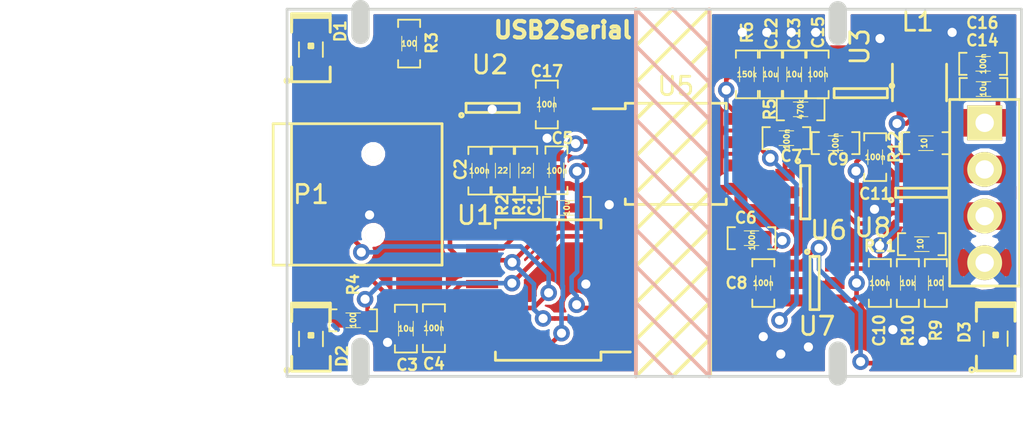
<source format=kicad_pcb>
(kicad_pcb (version 4) (host pcbnew 0.201603131216+6619~43~ubuntu14.04.1-product)

  (general
    (links 96)
    (no_connects 0)
    (area 129.150001 74.221324 190.716001 100.7)
    (thickness 1.6)
    (drawings 42)
    (tracks 541)
    (zones 0)
    (modules 40)
    (nets 30)
  )

  (page A4)
  (layers
    (0 F.Cu signal)
    (31 B.Cu signal)
    (32 B.Adhes user)
    (33 F.Adhes user)
    (34 B.Paste user)
    (35 F.Paste user)
    (36 B.SilkS user)
    (37 F.SilkS user)
    (38 B.Mask user)
    (39 F.Mask user)
    (40 Dwgs.User user)
    (41 Cmts.User user)
    (42 Eco1.User user)
    (43 Eco2.User user)
    (44 Edge.Cuts user)
    (45 Margin user)
    (46 B.CrtYd user)
    (47 F.CrtYd user)
    (48 B.Fab user)
    (49 F.Fab user)
  )

  (setup
    (last_trace_width 0.25)
    (user_trace_width 0.25)
    (user_trace_width 1)
    (trace_clearance 0.2)
    (zone_clearance 0.2)
    (zone_45_only yes)
    (trace_min 0.2)
    (segment_width 0.2)
    (edge_width 0.15)
    (via_size 0.9)
    (via_drill 0.5)
    (via_min_size 0.5)
    (via_min_drill 0.3)
    (user_via 0.7 0.5)
    (uvia_size 0.3)
    (uvia_drill 0.1)
    (uvias_allowed no)
    (uvia_min_size 0.2)
    (uvia_min_drill 0.1)
    (pcb_text_width 0.3)
    (pcb_text_size 1.5 1.5)
    (mod_edge_width 0.15)
    (mod_text_size 1 1)
    (mod_text_width 0.15)
    (pad_size 1.524 1.524)
    (pad_drill 0.762)
    (pad_to_mask_clearance 0.02)
    (pad_to_paste_clearance_ratio -0.13)
    (aux_axis_origin 0 0)
    (visible_elements FFFFFF7F)
    (pcbplotparams
      (layerselection 0x011f8_80000001)
      (usegerberextensions false)
      (excludeedgelayer true)
      (linewidth 0.100000)
      (plotframeref false)
      (viasonmask false)
      (mode 1)
      (useauxorigin false)
      (hpglpennumber 1)
      (hpglpenspeed 20)
      (hpglpendiameter 15)
      (psnegative false)
      (psa4output false)
      (plotreference true)
      (plotvalue true)
      (plotinvisibletext false)
      (padsonsilk false)
      (subtractmaskfromsilk false)
      (outputformat 1)
      (mirror false)
      (drillshape 0)
      (scaleselection 1)
      (outputdirectory ""))
  )

  (net 0 "")
  (net 1 3V3)
  (net 2 GND)
  (net 3 +5V)
  (net 4 GNDdevice)
  (net 5 Vdevice)
  (net 6 Vout)
  (net 7 "Net-(D1-Pad1)")
  (net 8 "Net-(D2-Pad1)")
  (net 9 "Net-(D3-Pad1)")
  (net 10 "Net-(P1-Pad2)")
  (net 11 "Net-(P1-Pad3)")
  (net 12 TXdevice)
  (net 13 "Net-(P2-Pad3)")
  (net 14 "Net-(R1-Pad1)")
  (net 15 USBD-)
  (net 16 "Net-(R2-Pad1)")
  (net 17 USBD+)
  (net 18 RXLED)
  (net 19 TXLED)
  (net 20 RXdevice)
  (net 21 "Net-(U1-Pad4)")
  (net 22 "Net-(U5-Pad6)")
  (net 23 "Net-(U5-Pad7)")
  (net 24 "Net-(U6-Pad4)")
  (net 25 "Net-(U7-Pad4)")
  (net 26 TXFTDI)
  (net 27 "Net-(P2-Pad2)")
  (net 28 "Net-(L1-Pad1)")
  (net 29 "Net-(R5-Pad1)")

  (net_class Default "This is the default net class."
    (clearance 0.2)
    (trace_width 0.25)
    (via_dia 0.9)
    (via_drill 0.5)
    (uvia_dia 0.3)
    (uvia_drill 0.1)
    (add_net +5V)
    (add_net 3V3)
    (add_net GND)
    (add_net GNDdevice)
    (add_net "Net-(D1-Pad1)")
    (add_net "Net-(D2-Pad1)")
    (add_net "Net-(D3-Pad1)")
    (add_net "Net-(L1-Pad1)")
    (add_net "Net-(P1-Pad2)")
    (add_net "Net-(P1-Pad3)")
    (add_net "Net-(P2-Pad2)")
    (add_net "Net-(P2-Pad3)")
    (add_net "Net-(R1-Pad1)")
    (add_net "Net-(R2-Pad1)")
    (add_net "Net-(R5-Pad1)")
    (add_net "Net-(U1-Pad4)")
    (add_net "Net-(U5-Pad6)")
    (add_net "Net-(U5-Pad7)")
    (add_net "Net-(U6-Pad4)")
    (add_net "Net-(U7-Pad4)")
    (add_net RXLED)
    (add_net RXdevice)
    (add_net TXFTDI)
    (add_net TXLED)
    (add_net TXdevice)
    (add_net USBD+)
    (add_net USBD-)
    (add_net Vdevice)
    (add_net Vout)
  )

  (module rescap_sync:SMD-R-0603 (layer F.Cu) (tedit 53B5B9B2) (tstamp 57210E07)
    (at 172.974 80.4545)
    (descr "SMD RESISTOR - 0603")
    (tags "SMD RESISTOR - 0603")
    (path /571E809C)
    (attr smd)
    (fp_text reference R5 (at -1.68656 0 90) (layer F.SilkS)
      (effects (font (size 0.59944 0.59944) (thickness 0.13)))
    )
    (fp_text value 470k (at 0 0 90) (layer F.SilkS)
      (effects (font (size 0.29972 0.29972) (thickness 0.07493)))
    )
    (fp_line (start -1.30048 0.59944) (end -0.89916 0.59944) (layer F.SilkS) (width 0.09906))
    (fp_line (start -1.30048 -0.59944) (end -0.89916 -0.59944) (layer F.SilkS) (width 0.09906))
    (fp_line (start 1.30048 0.59944) (end 0.89916 0.59944) (layer F.SilkS) (width 0.09906))
    (fp_line (start -0.39878 0.39972) (end 0.39878 0.39972) (layer F.SilkS) (width 0.0508))
    (fp_line (start -0.39878 -0.39972) (end 0.39878 -0.39972) (layer F.SilkS) (width 0.0508))
    (fp_line (start 1.30048 -0.59944) (end 1.30048 0.59944) (layer F.SilkS) (width 0.09906))
    (fp_line (start 1.30048 -0.59944) (end 0.89916 -0.59944) (layer F.SilkS) (width 0.09906))
    (fp_line (start -1.30048 -0.59944) (end -1.30048 0.59944) (layer F.SilkS) (width 0.09906))
    (pad 1 smd rect (at -0.78994 0) (size 0.59944 0.79756) (layers F.Cu F.Paste F.Mask)
      (net 29 "Net-(R5-Pad1)"))
    (pad 2 smd rect (at 0.78994 0) (size 0.59944 0.79756) (layers F.Cu F.Paste F.Mask)
      (net 6 Vout))
    (model smd/resistors/R0603/R0603.wrl
      (at (xyz 0 0 0))
      (scale (xyz 0.45 0.35 0.5))
      (rotate (xyz 0 0 0))
    )
  )

  (module Housings_SOIC:SOIJ-8_5.3x5.3mm_Pitch1.27mm (layer F.Cu) (tedit 572108ED) (tstamp 57211350)
    (at 166.175 82.88)
    (descr "8-Lead Plastic Small Outline (SM) - Medium, 5.28 mm Body [SOIC] (see Microchip Packaging Specification 00000049BS.pdf)")
    (tags "SOIC 1.27")
    (path /56629FB8)
    (attr smd)
    (fp_text reference U5 (at 0 -3.68) (layer F.SilkS)
      (effects (font (size 1 1) (thickness 0.15)))
    )
    (fp_text value Si8621 (at 0 3.68) (layer F.Fab) hide
      (effects (font (size 1 1) (thickness 0.15)))
    )
    (fp_line (start -4.75 -2.95) (end -4.75 2.95) (layer F.CrtYd) (width 0.05))
    (fp_line (start 4.75 -2.95) (end 4.75 2.95) (layer F.CrtYd) (width 0.05))
    (fp_line (start -4.75 -2.95) (end 4.75 -2.95) (layer F.CrtYd) (width 0.05))
    (fp_line (start -4.75 2.95) (end 4.75 2.95) (layer F.CrtYd) (width 0.05))
    (fp_line (start -2.75 -2.755) (end -2.75 -2.455) (layer F.SilkS) (width 0.15))
    (fp_line (start 2.75 -2.755) (end 2.75 -2.455) (layer F.SilkS) (width 0.15))
    (fp_line (start 2.75 2.755) (end 2.75 2.455) (layer F.SilkS) (width 0.15))
    (fp_line (start -2.75 2.755) (end -2.75 2.455) (layer F.SilkS) (width 0.15))
    (fp_line (start -2.75 -2.755) (end 2.75 -2.755) (layer F.SilkS) (width 0.15))
    (fp_line (start -2.75 2.755) (end 2.75 2.755) (layer F.SilkS) (width 0.15))
    (fp_line (start -2.75 -2.455) (end -4.5 -2.455) (layer F.SilkS) (width 0.15))
    (pad 1 smd rect (at -3.65 -1.905) (size 1.7 0.65) (layers F.Cu F.Paste F.Mask)
      (net 1 3V3))
    (pad 2 smd rect (at -3.65 -0.635) (size 1.7 0.65) (layers F.Cu F.Paste F.Mask)
      (net 26 TXFTDI))
    (pad 3 smd rect (at -3.65 0.635) (size 1.7 0.65) (layers F.Cu F.Paste F.Mask)
      (net 21 "Net-(U1-Pad4)"))
    (pad 4 smd rect (at -3.65 1.905) (size 1.7 0.65) (layers F.Cu F.Paste F.Mask)
      (net 2 GND))
    (pad 5 smd rect (at 3.65 1.905) (size 1.7 0.65) (layers F.Cu F.Paste F.Mask)
      (net 4 GNDdevice))
    (pad 6 smd rect (at 3.65 0.635) (size 1.7 0.65) (layers F.Cu F.Paste F.Mask)
      (net 22 "Net-(U5-Pad6)"))
    (pad 7 smd rect (at 3.65 -0.635) (size 1.7 0.65) (layers F.Cu F.Paste F.Mask)
      (net 23 "Net-(U5-Pad7)"))
    (pad 8 smd rect (at 3.65 -1.905) (size 1.7 0.65) (layers F.Cu F.Paste F.Mask)
      (net 6 Vout))
    (model Housings_SOIC.3dshapes/SOIJ-8_5.3x5.3mm_Pitch1.27mm.wrl
      (at (xyz 0 0 0))
      (scale (xyz 1 1 1))
      (rotate (xyz 0 0 0))
    )
  )

  (module rescap_sync:SMD-C-0603 (layer F.Cu) (tedit 53B5B9DC) (tstamp 5667B130)
    (at 172.625 78.55 90)
    (descr "SMD RESISTOR - 0603")
    (tags "SMD RESISTOR - 0603")
    (path /5662DC32)
    (attr smd)
    (fp_text reference C13 (at 2.223 0 270) (layer F.SilkS)
      (effects (font (size 0.59944 0.59944) (thickness 0.13)))
    )
    (fp_text value 10u (at 0 0 180) (layer F.SilkS)
      (effects (font (size 0.29972 0.29972) (thickness 0.07493)))
    )
    (fp_line (start -1.30048 0.59944) (end -0.89916 0.59944) (layer F.SilkS) (width 0.09906))
    (fp_line (start -1.30048 -0.59944) (end -0.89916 -0.59944) (layer F.SilkS) (width 0.09906))
    (fp_line (start 1.30048 0.59944) (end 0.89916 0.59944) (layer F.SilkS) (width 0.09906))
    (fp_line (start -0.39878 0.39972) (end 0.39878 0.39972) (layer F.SilkS) (width 0.0508))
    (fp_line (start -0.39878 -0.39972) (end 0.39878 -0.39972) (layer F.SilkS) (width 0.0508))
    (fp_line (start 1.30048 -0.59944) (end 1.30048 0.59944) (layer F.SilkS) (width 0.09906))
    (fp_line (start 1.30048 -0.59944) (end 0.89916 -0.59944) (layer F.SilkS) (width 0.09906))
    (fp_line (start -1.30048 -0.59944) (end -1.30048 0.59944) (layer F.SilkS) (width 0.09906))
    (pad 1 smd rect (at -0.78994 0 90) (size 0.59944 0.79756) (layers F.Cu F.Paste F.Mask)
      (net 6 Vout))
    (pad 2 smd rect (at 0.78994 0 90) (size 0.59944 0.79756) (layers F.Cu F.Paste F.Mask)
      (net 4 GNDdevice))
    (model smd/Capacitors/C0603.wrl
      (at (xyz 0 0 0))
      (scale (xyz 0.45 0.35 0.5))
      (rotate (xyz 0 0 0))
    )
  )

  (module rescap_sync:SMD-C-0603 (layer F.Cu) (tedit 53B5B9DC) (tstamp 5667B0CE)
    (at 170.3 87.475)
    (descr "SMD RESISTOR - 0603")
    (tags "SMD RESISTOR - 0603")
    (path /56631838)
    (attr smd)
    (fp_text reference C6 (at -0.3105 -1.115 180) (layer F.SilkS)
      (effects (font (size 0.59944 0.59944) (thickness 0.13)))
    )
    (fp_text value 100n (at 0.025 0.1 90) (layer F.SilkS)
      (effects (font (size 0.29972 0.29972) (thickness 0.07493)))
    )
    (fp_line (start -1.30048 0.59944) (end -0.89916 0.59944) (layer F.SilkS) (width 0.09906))
    (fp_line (start -1.30048 -0.59944) (end -0.89916 -0.59944) (layer F.SilkS) (width 0.09906))
    (fp_line (start 1.30048 0.59944) (end 0.89916 0.59944) (layer F.SilkS) (width 0.09906))
    (fp_line (start -0.39878 0.39972) (end 0.39878 0.39972) (layer F.SilkS) (width 0.0508))
    (fp_line (start -0.39878 -0.39972) (end 0.39878 -0.39972) (layer F.SilkS) (width 0.0508))
    (fp_line (start 1.30048 -0.59944) (end 1.30048 0.59944) (layer F.SilkS) (width 0.09906))
    (fp_line (start 1.30048 -0.59944) (end 0.89916 -0.59944) (layer F.SilkS) (width 0.09906))
    (fp_line (start -1.30048 -0.59944) (end -1.30048 0.59944) (layer F.SilkS) (width 0.09906))
    (pad 1 smd rect (at -0.78994 0) (size 0.59944 0.79756) (layers F.Cu F.Paste F.Mask)
      (net 4 GNDdevice))
    (pad 2 smd rect (at 0.78994 0) (size 0.59944 0.79756) (layers F.Cu F.Paste F.Mask)
      (net 6 Vout))
    (model smd/Capacitors/C0603.wrl
      (at (xyz 0 0 0))
      (scale (xyz 0.45 0.35 0.5))
      (rotate (xyz 0 0 0))
    )
  )

  (module rescap_sync:SMD-C-0603 (layer F.Cu) (tedit 53B5B9DC) (tstamp 5667B0DC)
    (at 172.2 82.025)
    (descr "SMD RESISTOR - 0603")
    (tags "SMD RESISTOR - 0603")
    (path /56635FA5)
    (attr smd)
    (fp_text reference C7 (at 0.266 0.9695 180) (layer F.SilkS)
      (effects (font (size 0.59944 0.59944) (thickness 0.13)))
    )
    (fp_text value 100n (at 0.017 0.054 90) (layer F.SilkS)
      (effects (font (size 0.29972 0.29972) (thickness 0.07493)))
    )
    (fp_line (start -1.30048 0.59944) (end -0.89916 0.59944) (layer F.SilkS) (width 0.09906))
    (fp_line (start -1.30048 -0.59944) (end -0.89916 -0.59944) (layer F.SilkS) (width 0.09906))
    (fp_line (start 1.30048 0.59944) (end 0.89916 0.59944) (layer F.SilkS) (width 0.09906))
    (fp_line (start -0.39878 0.39972) (end 0.39878 0.39972) (layer F.SilkS) (width 0.0508))
    (fp_line (start -0.39878 -0.39972) (end 0.39878 -0.39972) (layer F.SilkS) (width 0.0508))
    (fp_line (start 1.30048 -0.59944) (end 1.30048 0.59944) (layer F.SilkS) (width 0.09906))
    (fp_line (start 1.30048 -0.59944) (end 0.89916 -0.59944) (layer F.SilkS) (width 0.09906))
    (fp_line (start -1.30048 -0.59944) (end -1.30048 0.59944) (layer F.SilkS) (width 0.09906))
    (pad 1 smd rect (at -0.78994 0) (size 0.59944 0.79756) (layers F.Cu F.Paste F.Mask)
      (net 6 Vout))
    (pad 2 smd rect (at 0.78994 0) (size 0.59944 0.79756) (layers F.Cu F.Paste F.Mask)
      (net 4 GNDdevice))
    (model smd/Capacitors/C0603.wrl
      (at (xyz 0 0 0))
      (scale (xyz 0.45 0.35 0.5))
      (rotate (xyz 0 0 0))
    )
  )

  (module TO_SOT_Packages_SMD:SOT-23-6 (layer F.Cu) (tedit 5662CDA4) (tstamp 56680C3D)
    (at 156.2 80.375 90)
    (descr "6-pin SOT-23 package")
    (tags SOT-23-6)
    (path /56632A7E)
    (attr smd)
    (fp_text reference U2 (at 2.35 -0.15 180) (layer F.SilkS)
      (effects (font (size 1 1) (thickness 0.15)))
    )
    (fp_text value TPD2S017 (at 0 2.9 90) (layer F.Fab) hide
      (effects (font (size 1 1) (thickness 0.15)))
    )
    (fp_circle (center -0.4 -1.7) (end -0.3 -1.7) (layer F.SilkS) (width 0.15))
    (fp_line (start 0.25 -1.45) (end -0.25 -1.45) (layer F.SilkS) (width 0.15))
    (fp_line (start 0.25 1.45) (end 0.25 -1.45) (layer F.SilkS) (width 0.15))
    (fp_line (start -0.25 1.45) (end 0.25 1.45) (layer F.SilkS) (width 0.15))
    (fp_line (start -0.25 -1.45) (end -0.25 1.45) (layer F.SilkS) (width 0.15))
    (pad 1 smd rect (at -1.1 -0.95 90) (size 1.06 0.65) (layers F.Cu F.Paste F.Mask)
      (net 11 "Net-(P1-Pad3)"))
    (pad 2 smd rect (at -1.1 0 90) (size 1.06 0.65) (layers F.Cu F.Paste F.Mask)
      (net 2 GND))
    (pad 3 smd rect (at -1.1 0.95 90) (size 1.06 0.65) (layers F.Cu F.Paste F.Mask)
      (net 17 USBD+))
    (pad 4 smd rect (at 1.1 0.95 90) (size 1.06 0.65) (layers F.Cu F.Paste F.Mask)
      (net 15 USBD-))
    (pad 6 smd rect (at 1.1 -0.95 90) (size 1.06 0.65) (layers F.Cu F.Paste F.Mask)
      (net 10 "Net-(P1-Pad2)"))
    (pad 5 smd rect (at 1.1 0 90) (size 1.06 0.65) (layers F.Cu F.Paste F.Mask)
      (net 3 +5V))
    (model TO_SOT_Packages_SMD.3dshapes/SOT-23-6.wrl
      (at (xyz 0 0 0))
      (scale (xyz 1 1 1))
      (rotate (xyz 0 0 0))
    )
  )

  (module rescap_sync:SMD-C-0603 (layer F.Cu) (tedit 53B5B9DC) (tstamp 5667B088)
    (at 160.23994 85.825)
    (descr "SMD RESISTOR - 0603")
    (tags "SMD RESISTOR - 0603")
    (path /5662B074)
    (attr smd)
    (fp_text reference C1 (at -1.76494 -0.125 90) (layer F.SilkS)
      (effects (font (size 0.59944 0.59944) (thickness 0.13)))
    )
    (fp_text value 10u (at 0 0 90) (layer F.SilkS)
      (effects (font (size 0.29972 0.29972) (thickness 0.07493)))
    )
    (fp_line (start -1.30048 0.59944) (end -0.89916 0.59944) (layer F.SilkS) (width 0.09906))
    (fp_line (start -1.30048 -0.59944) (end -0.89916 -0.59944) (layer F.SilkS) (width 0.09906))
    (fp_line (start 1.30048 0.59944) (end 0.89916 0.59944) (layer F.SilkS) (width 0.09906))
    (fp_line (start -0.39878 0.39972) (end 0.39878 0.39972) (layer F.SilkS) (width 0.0508))
    (fp_line (start -0.39878 -0.39972) (end 0.39878 -0.39972) (layer F.SilkS) (width 0.0508))
    (fp_line (start 1.30048 -0.59944) (end 1.30048 0.59944) (layer F.SilkS) (width 0.09906))
    (fp_line (start 1.30048 -0.59944) (end 0.89916 -0.59944) (layer F.SilkS) (width 0.09906))
    (fp_line (start -1.30048 -0.59944) (end -1.30048 0.59944) (layer F.SilkS) (width 0.09906))
    (pad 1 smd rect (at -0.78994 0) (size 0.59944 0.79756) (layers F.Cu F.Paste F.Mask)
      (net 1 3V3))
    (pad 2 smd rect (at 0.78994 0) (size 0.59944 0.79756) (layers F.Cu F.Paste F.Mask)
      (net 2 GND))
    (model smd/Capacitors/C0603.wrl
      (at (xyz 0 0 0))
      (scale (xyz 0.45 0.35 0.5))
      (rotate (xyz 0 0 0))
    )
  )

  (module rescap_sync:SMD-C-0603 (layer F.Cu) (tedit 53B5B9DC) (tstamp 5667B0A4)
    (at 151.475 92.4 270)
    (descr "SMD RESISTOR - 0603")
    (tags "SMD RESISTOR - 0603")
    (path /5662AE0B)
    (attr smd)
    (fp_text reference C3 (at 1.975 -0.068 360) (layer F.SilkS)
      (effects (font (size 0.59944 0.59944) (thickness 0.13)))
    )
    (fp_text value 10u (at 0 0 360) (layer F.SilkS)
      (effects (font (size 0.29972 0.29972) (thickness 0.07493)))
    )
    (fp_line (start -1.30048 0.59944) (end -0.89916 0.59944) (layer F.SilkS) (width 0.09906))
    (fp_line (start -1.30048 -0.59944) (end -0.89916 -0.59944) (layer F.SilkS) (width 0.09906))
    (fp_line (start 1.30048 0.59944) (end 0.89916 0.59944) (layer F.SilkS) (width 0.09906))
    (fp_line (start -0.39878 0.39972) (end 0.39878 0.39972) (layer F.SilkS) (width 0.0508))
    (fp_line (start -0.39878 -0.39972) (end 0.39878 -0.39972) (layer F.SilkS) (width 0.0508))
    (fp_line (start 1.30048 -0.59944) (end 1.30048 0.59944) (layer F.SilkS) (width 0.09906))
    (fp_line (start 1.30048 -0.59944) (end 0.89916 -0.59944) (layer F.SilkS) (width 0.09906))
    (fp_line (start -1.30048 -0.59944) (end -1.30048 0.59944) (layer F.SilkS) (width 0.09906))
    (pad 1 smd rect (at -0.78994 0 270) (size 0.59944 0.79756) (layers F.Cu F.Paste F.Mask)
      (net 3 +5V))
    (pad 2 smd rect (at 0.78994 0 270) (size 0.59944 0.79756) (layers F.Cu F.Paste F.Mask)
      (net 2 GND))
    (model smd/Capacitors/C0603.wrl
      (at (xyz 0 0 0))
      (scale (xyz 0.45 0.35 0.5))
      (rotate (xyz 0 0 0))
    )
  )

  (module rescap_sync:SMD-C-0603 (layer F.Cu) (tedit 53B5B9DC) (tstamp 5667B096)
    (at 155.477 83.797 90)
    (descr "SMD RESISTOR - 0603")
    (tags "SMD RESISTOR - 0603")
    (path /5662B0CB)
    (attr smd)
    (fp_text reference C2 (at 0.072 -1.027 270) (layer F.SilkS)
      (effects (font (size 0.59944 0.59944) (thickness 0.13)))
    )
    (fp_text value 100n (at 0 0 180) (layer F.SilkS)
      (effects (font (size 0.29972 0.29972) (thickness 0.07493)))
    )
    (fp_line (start -1.30048 0.59944) (end -0.89916 0.59944) (layer F.SilkS) (width 0.09906))
    (fp_line (start -1.30048 -0.59944) (end -0.89916 -0.59944) (layer F.SilkS) (width 0.09906))
    (fp_line (start 1.30048 0.59944) (end 0.89916 0.59944) (layer F.SilkS) (width 0.09906))
    (fp_line (start -0.39878 0.39972) (end 0.39878 0.39972) (layer F.SilkS) (width 0.0508))
    (fp_line (start -0.39878 -0.39972) (end 0.39878 -0.39972) (layer F.SilkS) (width 0.0508))
    (fp_line (start 1.30048 -0.59944) (end 1.30048 0.59944) (layer F.SilkS) (width 0.09906))
    (fp_line (start 1.30048 -0.59944) (end 0.89916 -0.59944) (layer F.SilkS) (width 0.09906))
    (fp_line (start -1.30048 -0.59944) (end -1.30048 0.59944) (layer F.SilkS) (width 0.09906))
    (pad 1 smd rect (at -0.78994 0 90) (size 0.59944 0.79756) (layers F.Cu F.Paste F.Mask)
      (net 1 3V3))
    (pad 2 smd rect (at 0.78994 0 90) (size 0.59944 0.79756) (layers F.Cu F.Paste F.Mask)
      (net 2 GND))
    (model smd/Capacitors/C0603.wrl
      (at (xyz 0 0 0))
      (scale (xyz 0.45 0.35 0.5))
      (rotate (xyz 0 0 0))
    )
  )

  (module rescap_sync:SMD-R-0603 (layer F.Cu) (tedit 53B5B9B2) (tstamp 5667B1AA)
    (at 158.025 83.78994 90)
    (descr "SMD RESISTOR - 0603")
    (tags "SMD RESISTOR - 0603")
    (path /5662B48A)
    (attr smd)
    (fp_text reference R1 (at -1.88506 -0.375 270) (layer F.SilkS)
      (effects (font (size 0.59944 0.59944) (thickness 0.13)))
    )
    (fp_text value 22 (at 0 0 180) (layer F.SilkS)
      (effects (font (size 0.29972 0.29972) (thickness 0.07493)))
    )
    (fp_line (start -1.30048 0.59944) (end -0.89916 0.59944) (layer F.SilkS) (width 0.09906))
    (fp_line (start -1.30048 -0.59944) (end -0.89916 -0.59944) (layer F.SilkS) (width 0.09906))
    (fp_line (start 1.30048 0.59944) (end 0.89916 0.59944) (layer F.SilkS) (width 0.09906))
    (fp_line (start -0.39878 0.39972) (end 0.39878 0.39972) (layer F.SilkS) (width 0.0508))
    (fp_line (start -0.39878 -0.39972) (end 0.39878 -0.39972) (layer F.SilkS) (width 0.0508))
    (fp_line (start 1.30048 -0.59944) (end 1.30048 0.59944) (layer F.SilkS) (width 0.09906))
    (fp_line (start 1.30048 -0.59944) (end 0.89916 -0.59944) (layer F.SilkS) (width 0.09906))
    (fp_line (start -1.30048 -0.59944) (end -1.30048 0.59944) (layer F.SilkS) (width 0.09906))
    (pad 1 smd rect (at -0.78994 0 90) (size 0.59944 0.79756) (layers F.Cu F.Paste F.Mask)
      (net 14 "Net-(R1-Pad1)"))
    (pad 2 smd rect (at 0.78994 0 90) (size 0.59944 0.79756) (layers F.Cu F.Paste F.Mask)
      (net 15 USBD-))
    (model smd/resistors/R0603/R0603.wrl
      (at (xyz 0 0 0))
      (scale (xyz 0.45 0.35 0.5))
      (rotate (xyz 0 0 0))
    )
  )

  (module rescap_sync:SMD-R-0603 (layer F.Cu) (tedit 53B5B9B2) (tstamp 5667B1B8)
    (at 156.75 83.78994 90)
    (descr "SMD RESISTOR - 0603")
    (tags "SMD RESISTOR - 0603")
    (path /5662B530)
    (attr smd)
    (fp_text reference R2 (at -1.88506 -0.025 270) (layer F.SilkS)
      (effects (font (size 0.59944 0.59944) (thickness 0.13)))
    )
    (fp_text value 22 (at 0 0 180) (layer F.SilkS)
      (effects (font (size 0.29972 0.29972) (thickness 0.07493)))
    )
    (fp_line (start -1.30048 0.59944) (end -0.89916 0.59944) (layer F.SilkS) (width 0.09906))
    (fp_line (start -1.30048 -0.59944) (end -0.89916 -0.59944) (layer F.SilkS) (width 0.09906))
    (fp_line (start 1.30048 0.59944) (end 0.89916 0.59944) (layer F.SilkS) (width 0.09906))
    (fp_line (start -0.39878 0.39972) (end 0.39878 0.39972) (layer F.SilkS) (width 0.0508))
    (fp_line (start -0.39878 -0.39972) (end 0.39878 -0.39972) (layer F.SilkS) (width 0.0508))
    (fp_line (start 1.30048 -0.59944) (end 1.30048 0.59944) (layer F.SilkS) (width 0.09906))
    (fp_line (start 1.30048 -0.59944) (end 0.89916 -0.59944) (layer F.SilkS) (width 0.09906))
    (fp_line (start -1.30048 -0.59944) (end -1.30048 0.59944) (layer F.SilkS) (width 0.09906))
    (pad 1 smd rect (at -0.78994 0 90) (size 0.59944 0.79756) (layers F.Cu F.Paste F.Mask)
      (net 16 "Net-(R2-Pad1)"))
    (pad 2 smd rect (at 0.78994 0 90) (size 0.59944 0.79756) (layers F.Cu F.Paste F.Mask)
      (net 17 USBD+))
    (model smd/resistors/R0603/R0603.wrl
      (at (xyz 0 0 0))
      (scale (xyz 0.45 0.35 0.5))
      (rotate (xyz 0 0 0))
    )
  )

  (module rescap_sync:SMD-C-0603 (layer F.Cu) (tedit 53B5B9DC) (tstamp 5667B0B2)
    (at 153 92.375 270)
    (descr "SMD RESISTOR - 0603")
    (tags "SMD RESISTOR - 0603")
    (path /5662AEBC)
    (attr smd)
    (fp_text reference C4 (at 1.944 0 360) (layer F.SilkS)
      (effects (font (size 0.59944 0.59944) (thickness 0.13)))
    )
    (fp_text value 100n (at 0 0 360) (layer F.SilkS)
      (effects (font (size 0.29972 0.29972) (thickness 0.07493)))
    )
    (fp_line (start -1.30048 0.59944) (end -0.89916 0.59944) (layer F.SilkS) (width 0.09906))
    (fp_line (start -1.30048 -0.59944) (end -0.89916 -0.59944) (layer F.SilkS) (width 0.09906))
    (fp_line (start 1.30048 0.59944) (end 0.89916 0.59944) (layer F.SilkS) (width 0.09906))
    (fp_line (start -0.39878 0.39972) (end 0.39878 0.39972) (layer F.SilkS) (width 0.0508))
    (fp_line (start -0.39878 -0.39972) (end 0.39878 -0.39972) (layer F.SilkS) (width 0.0508))
    (fp_line (start 1.30048 -0.59944) (end 1.30048 0.59944) (layer F.SilkS) (width 0.09906))
    (fp_line (start 1.30048 -0.59944) (end 0.89916 -0.59944) (layer F.SilkS) (width 0.09906))
    (fp_line (start -1.30048 -0.59944) (end -1.30048 0.59944) (layer F.SilkS) (width 0.09906))
    (pad 1 smd rect (at -0.78994 0 270) (size 0.59944 0.79756) (layers F.Cu F.Paste F.Mask)
      (net 3 +5V))
    (pad 2 smd rect (at 0.78994 0 270) (size 0.59944 0.79756) (layers F.Cu F.Paste F.Mask)
      (net 2 GND))
    (model smd/Capacitors/C0603.wrl
      (at (xyz 0 0 0))
      (scale (xyz 0.45 0.35 0.5))
      (rotate (xyz 0 0 0))
    )
  )

  (module pwrled:LED0805 (layer F.Cu) (tedit 56644F4A) (tstamp 56645185)
    (at 146.304 92.964 90)
    (tags "0805 2012")
    (path /5662B98A)
    (attr smd)
    (fp_text reference D2 (at -0.936 1.696 270) (layer F.SilkS)
      (effects (font (size 0.6 0.6) (thickness 0.13)))
    )
    (fp_text value LED (at 2.45 0 180) (layer F.SilkS) hide
      (effects (font (size 0.39878 0.39878) (thickness 0.09906)))
    )
    (fp_circle (center -1.7 -1.3) (end -1.65 -1.3) (layer F.SilkS) (width 0.14))
    (fp_line (start 0.1 -0.1) (end 0.1 0.1) (layer F.SilkS) (width 0.16))
    (fp_line (start 0.1 0.1) (end 0.2 0.1) (layer F.SilkS) (width 0.16))
    (fp_line (start 0.2 0.1) (end 0.3 0.1) (layer F.SilkS) (width 0.16))
    (fp_line (start 0.3 0.1) (end 0.3 -0.1) (layer F.SilkS) (width 0.16))
    (fp_line (start 0.3 -0.1) (end 0.1 -0.1) (layer F.SilkS) (width 0.16))
    (fp_line (start 0.1 -0.1) (end 0.2 0) (layer F.SilkS) (width 0.16))
    (fp_line (start 1.45 -1.05) (end 1.95 -1.05) (layer F.SilkS) (width 0.16))
    (fp_line (start 1.55 1.05) (end 1.95 1.05) (layer F.SilkS) (width 0.16))
    (fp_line (start 1.95 -1.05) (end 1.95 1.05) (layer F.SilkS) (width 0.16))
    (fp_line (start 1.85 -1.05) (end 1.85 1.05) (layer F.SilkS) (width 0.16))
    (fp_line (start 0.95 1.05) (end 1.75 1.05) (layer F.SilkS) (width 0.16))
    (fp_line (start 0.95 -1.05) (end 1.75 -1.05) (layer F.SilkS) (width 0.16))
    (fp_line (start 1.75 -1.05) (end 1.75 1.05) (layer F.SilkS) (width 0.16))
    (fp_line (start -1.75 1.05) (end -0.95 1.05) (layer F.SilkS) (width 0.16))
    (fp_line (start -1.75 -1.05) (end -1.75 1.05) (layer F.SilkS) (width 0.16))
    (fp_line (start -1.75 -1.05) (end -0.95 -1.05) (layer F.SilkS) (width 0.16))
    (fp_line (start 0.4 -0.65024) (end -0.4 -0.65024) (layer F.SilkS) (width 0.1))
    (fp_line (start 0.4 0.65024) (end -0.4 0.65024) (layer F.SilkS) (width 0.1))
    (pad 2 smd rect (at -0.9525 0 90) (size 0.889 1.397) (layers F.Cu F.Paste F.Mask)
      (net 3 +5V))
    (pad 1 smd rect (at 0.9525 0 90) (size 0.889 1.397) (layers F.Cu F.Paste F.Mask)
      (net 8 "Net-(D2-Pad1)"))
    (model smd/led_0805.wrl
      (at (xyz 0 0 0))
      (scale (xyz 0.45 0.35 0.5))
      (rotate (xyz 0 0 0))
    )
  )

  (module rescap_sync:SMD-R-0603 (layer F.Cu) (tedit 53B5B9B2) (tstamp 5667B1C6)
    (at 151.65 76.875 270)
    (descr "SMD RESISTOR - 0603")
    (tags "SMD RESISTOR - 0603")
    (path /5662BA09)
    (attr smd)
    (fp_text reference R3 (at -0.03506 -1.225 450) (layer F.SilkS)
      (effects (font (size 0.59944 0.59944) (thickness 0.13)))
    )
    (fp_text value 100 (at 0 0 360) (layer F.SilkS)
      (effects (font (size 0.29972 0.29972) (thickness 0.07493)))
    )
    (fp_line (start -1.30048 0.59944) (end -0.89916 0.59944) (layer F.SilkS) (width 0.09906))
    (fp_line (start -1.30048 -0.59944) (end -0.89916 -0.59944) (layer F.SilkS) (width 0.09906))
    (fp_line (start 1.30048 0.59944) (end 0.89916 0.59944) (layer F.SilkS) (width 0.09906))
    (fp_line (start -0.39878 0.39972) (end 0.39878 0.39972) (layer F.SilkS) (width 0.0508))
    (fp_line (start -0.39878 -0.39972) (end 0.39878 -0.39972) (layer F.SilkS) (width 0.0508))
    (fp_line (start 1.30048 -0.59944) (end 1.30048 0.59944) (layer F.SilkS) (width 0.09906))
    (fp_line (start 1.30048 -0.59944) (end 0.89916 -0.59944) (layer F.SilkS) (width 0.09906))
    (fp_line (start -1.30048 -0.59944) (end -1.30048 0.59944) (layer F.SilkS) (width 0.09906))
    (pad 1 smd rect (at -0.78994 0 270) (size 0.59944 0.79756) (layers F.Cu F.Paste F.Mask)
      (net 7 "Net-(D1-Pad1)"))
    (pad 2 smd rect (at 0.78994 0 270) (size 0.59944 0.79756) (layers F.Cu F.Paste F.Mask)
      (net 18 RXLED))
    (model smd/resistors/R0603/R0603.wrl
      (at (xyz 0 0 0))
      (scale (xyz 0.45 0.35 0.5))
      (rotate (xyz 0 0 0))
    )
  )

  (module pwrled:LED0805 (layer F.Cu) (tedit 56644F2B) (tstamp 5664516C)
    (at 146.3 77.2 90)
    (tags "0805 2012")
    (path /5662B821)
    (attr smd)
    (fp_text reference D1 (at 1 1.6 270) (layer F.SilkS)
      (effects (font (size 0.6 0.6) (thickness 0.13)))
    )
    (fp_text value LED (at 2.45 0 180) (layer F.SilkS) hide
      (effects (font (size 0.39878 0.39878) (thickness 0.09906)))
    )
    (fp_circle (center -1.7 -1.3) (end -1.65 -1.3) (layer F.SilkS) (width 0.14))
    (fp_line (start 0.1 -0.1) (end 0.1 0.1) (layer F.SilkS) (width 0.16))
    (fp_line (start 0.1 0.1) (end 0.2 0.1) (layer F.SilkS) (width 0.16))
    (fp_line (start 0.2 0.1) (end 0.3 0.1) (layer F.SilkS) (width 0.16))
    (fp_line (start 0.3 0.1) (end 0.3 -0.1) (layer F.SilkS) (width 0.16))
    (fp_line (start 0.3 -0.1) (end 0.1 -0.1) (layer F.SilkS) (width 0.16))
    (fp_line (start 0.1 -0.1) (end 0.2 0) (layer F.SilkS) (width 0.16))
    (fp_line (start 1.45 -1.05) (end 1.95 -1.05) (layer F.SilkS) (width 0.16))
    (fp_line (start 1.55 1.05) (end 1.95 1.05) (layer F.SilkS) (width 0.16))
    (fp_line (start 1.95 -1.05) (end 1.95 1.05) (layer F.SilkS) (width 0.16))
    (fp_line (start 1.85 -1.05) (end 1.85 1.05) (layer F.SilkS) (width 0.16))
    (fp_line (start 0.95 1.05) (end 1.75 1.05) (layer F.SilkS) (width 0.16))
    (fp_line (start 0.95 -1.05) (end 1.75 -1.05) (layer F.SilkS) (width 0.16))
    (fp_line (start 1.75 -1.05) (end 1.75 1.05) (layer F.SilkS) (width 0.16))
    (fp_line (start -1.75 1.05) (end -0.95 1.05) (layer F.SilkS) (width 0.16))
    (fp_line (start -1.75 -1.05) (end -1.75 1.05) (layer F.SilkS) (width 0.16))
    (fp_line (start -1.75 -1.05) (end -0.95 -1.05) (layer F.SilkS) (width 0.16))
    (fp_line (start 0.4 -0.65024) (end -0.4 -0.65024) (layer F.SilkS) (width 0.1))
    (fp_line (start 0.4 0.65024) (end -0.4 0.65024) (layer F.SilkS) (width 0.1))
    (pad 2 smd rect (at -0.9525 0 90) (size 0.889 1.397) (layers F.Cu F.Paste F.Mask)
      (net 3 +5V))
    (pad 1 smd rect (at 0.9525 0 90) (size 0.889 1.397) (layers F.Cu F.Paste F.Mask)
      (net 7 "Net-(D1-Pad1)"))
    (model smd/led_0805.wrl
      (at (xyz 0 0 0))
      (scale (xyz 0.45 0.35 0.5))
      (rotate (xyz 0 0 0))
    )
  )

  (module rescap_sync:SMD-R-0603 (layer F.Cu) (tedit 53B5B9B2) (tstamp 5667B1D4)
    (at 148.6 91.948)
    (descr "SMD RESISTOR - 0603")
    (tags "SMD RESISTOR - 0603")
    (path /5662BA62)
    (attr smd)
    (fp_text reference R4 (at 0 -1.948 270) (layer F.SilkS)
      (effects (font (size 0.59944 0.59944) (thickness 0.13)))
    )
    (fp_text value 100 (at 0 0 90) (layer F.SilkS)
      (effects (font (size 0.29972 0.29972) (thickness 0.07493)))
    )
    (fp_line (start -1.30048 0.59944) (end -0.89916 0.59944) (layer F.SilkS) (width 0.09906))
    (fp_line (start -1.30048 -0.59944) (end -0.89916 -0.59944) (layer F.SilkS) (width 0.09906))
    (fp_line (start 1.30048 0.59944) (end 0.89916 0.59944) (layer F.SilkS) (width 0.09906))
    (fp_line (start -0.39878 0.39972) (end 0.39878 0.39972) (layer F.SilkS) (width 0.0508))
    (fp_line (start -0.39878 -0.39972) (end 0.39878 -0.39972) (layer F.SilkS) (width 0.0508))
    (fp_line (start 1.30048 -0.59944) (end 1.30048 0.59944) (layer F.SilkS) (width 0.09906))
    (fp_line (start 1.30048 -0.59944) (end 0.89916 -0.59944) (layer F.SilkS) (width 0.09906))
    (fp_line (start -1.30048 -0.59944) (end -1.30048 0.59944) (layer F.SilkS) (width 0.09906))
    (pad 1 smd rect (at -0.78994 0) (size 0.59944 0.79756) (layers F.Cu F.Paste F.Mask)
      (net 8 "Net-(D2-Pad1)"))
    (pad 2 smd rect (at 0.78994 0) (size 0.59944 0.79756) (layers F.Cu F.Paste F.Mask)
      (net 19 TXLED))
    (model smd/resistors/R0603/R0603.wrl
      (at (xyz 0 0 0))
      (scale (xyz 0.45 0.35 0.5))
      (rotate (xyz 0 0 0))
    )
  )

  (module rescap_sync:SMD-C-0603 (layer F.Cu) (tedit 53B5B9DC) (tstamp 5667B0C0)
    (at 159.675 83.775 270)
    (descr "SMD RESISTOR - 0603")
    (tags "SMD RESISTOR - 0603")
    (path /56631ECD)
    (attr smd)
    (fp_text reference C5 (at -1.75 -0.325 540) (layer F.SilkS)
      (effects (font (size 0.59944 0.59944) (thickness 0.13)))
    )
    (fp_text value 100n (at 0.025 -0.025 360) (layer F.SilkS)
      (effects (font (size 0.29972 0.29972) (thickness 0.07493)))
    )
    (fp_line (start -1.30048 0.59944) (end -0.89916 0.59944) (layer F.SilkS) (width 0.09906))
    (fp_line (start -1.30048 -0.59944) (end -0.89916 -0.59944) (layer F.SilkS) (width 0.09906))
    (fp_line (start 1.30048 0.59944) (end 0.89916 0.59944) (layer F.SilkS) (width 0.09906))
    (fp_line (start -0.39878 0.39972) (end 0.39878 0.39972) (layer F.SilkS) (width 0.0508))
    (fp_line (start -0.39878 -0.39972) (end 0.39878 -0.39972) (layer F.SilkS) (width 0.0508))
    (fp_line (start 1.30048 -0.59944) (end 1.30048 0.59944) (layer F.SilkS) (width 0.09906))
    (fp_line (start 1.30048 -0.59944) (end 0.89916 -0.59944) (layer F.SilkS) (width 0.09906))
    (fp_line (start -1.30048 -0.59944) (end -1.30048 0.59944) (layer F.SilkS) (width 0.09906))
    (pad 1 smd rect (at -0.78994 0 270) (size 0.59944 0.79756) (layers F.Cu F.Paste F.Mask)
      (net 1 3V3))
    (pad 2 smd rect (at 0.78994 0 270) (size 0.59944 0.79756) (layers F.Cu F.Paste F.Mask)
      (net 2 GND))
    (model smd/Capacitors/C0603.wrl
      (at (xyz 0 0 0))
      (scale (xyz 0.45 0.35 0.5))
      (rotate (xyz 0 0 0))
    )
  )

  (module TO_SOT_Packages_SMD:SOT-23-6 (layer F.Cu) (tedit 572108DF) (tstamp 571E5CEC)
    (at 176.25 79.575 270)
    (descr "6-pin SOT-23 package")
    (tags SOT-23-6)
    (path /571E59CD)
    (attr smd)
    (fp_text reference U3 (at -2.525 0.05 270) (layer F.SilkS)
      (effects (font (size 1 1) (thickness 0.15)))
    )
    (fp_text value MCP1623 (at 0 2.9 270) (layer F.Fab) hide
      (effects (font (size 1 1) (thickness 0.15)))
    )
    (fp_circle (center -0.4 -1.7) (end -0.3 -1.7) (layer F.SilkS) (width 0.15))
    (fp_line (start 0.25 -1.45) (end -0.25 -1.45) (layer F.SilkS) (width 0.15))
    (fp_line (start 0.25 1.45) (end 0.25 -1.45) (layer F.SilkS) (width 0.15))
    (fp_line (start -0.25 1.45) (end 0.25 1.45) (layer F.SilkS) (width 0.15))
    (fp_line (start -0.25 -1.45) (end -0.25 1.45) (layer F.SilkS) (width 0.15))
    (pad 1 smd rect (at -1.1 -0.95 270) (size 1.06 0.65) (layers F.Cu F.Paste F.Mask)
      (net 28 "Net-(L1-Pad1)"))
    (pad 2 smd rect (at -1.1 0 270) (size 1.06 0.65) (layers F.Cu F.Paste F.Mask)
      (net 4 GNDdevice))
    (pad 3 smd rect (at -1.1 0.95 270) (size 1.06 0.65) (layers F.Cu F.Paste F.Mask)
      (net 5 Vdevice))
    (pad 4 smd rect (at 1.1 0.95 270) (size 1.06 0.65) (layers F.Cu F.Paste F.Mask)
      (net 29 "Net-(R5-Pad1)"))
    (pad 6 smd rect (at 1.1 -0.95 270) (size 1.06 0.65) (layers F.Cu F.Paste F.Mask)
      (net 5 Vdevice))
    (pad 5 smd rect (at 1.1 0 270) (size 1.06 0.65) (layers F.Cu F.Paste F.Mask)
      (net 6 Vout))
    (model TO_SOT_Packages_SMD.3dshapes/SOT-23-6.wrl
      (at (xyz 0 0 0))
      (scale (xyz 1 1 1))
      (rotate (xyz 0 0 0))
    )
  )

  (module rescap_sync:SMD-R-0603 (layer F.Cu) (tedit 5662BA86) (tstamp 5667B236)
    (at 179.578 87.8 180)
    (descr "SMD RESISTOR - 0603")
    (tags "SMD RESISTOR - 0603")
    (path /5663F714)
    (attr smd)
    (fp_text reference R11 (at 2.278 -0.1 360) (layer F.SilkS)
      (effects (font (size 0.59944 0.59944) (thickness 0.13)))
    )
    (fp_text value 10 (at 0.078 0.022 270) (layer F.SilkS)
      (effects (font (size 0.29972 0.29972) (thickness 0.07493)))
    )
    (fp_line (start -1.30048 0.59944) (end -0.89916 0.59944) (layer F.SilkS) (width 0.09906))
    (fp_line (start -1.30048 -0.59944) (end -0.89916 -0.59944) (layer F.SilkS) (width 0.09906))
    (fp_line (start 1.30048 0.59944) (end 0.89916 0.59944) (layer F.SilkS) (width 0.09906))
    (fp_line (start -0.39878 0.39972) (end 0.39878 0.39972) (layer F.SilkS) (width 0.0508))
    (fp_line (start -0.39878 -0.39972) (end 0.39878 -0.39972) (layer F.SilkS) (width 0.0508))
    (fp_line (start 1.30048 -0.59944) (end 1.30048 0.59944) (layer F.SilkS) (width 0.09906))
    (fp_line (start 1.30048 -0.59944) (end 0.89916 -0.59944) (layer F.SilkS) (width 0.09906))
    (fp_line (start -1.30048 -0.59944) (end -1.30048 0.59944) (layer F.SilkS) (width 0.09906))
    (pad 1 smd rect (at -0.78994 0 180) (size 0.59944 0.79756) (layers F.Cu F.Paste F.Mask)
      (net 13 "Net-(P2-Pad3)"))
    (pad 2 smd rect (at 0.78994 0 180) (size 0.59944 0.79756) (layers F.Cu F.Paste F.Mask)
      (net 20 RXdevice))
    (model smd/resistors/R0603/R0603.wrl
      (at (xyz 0 0 0))
      (scale (xyz 0.45 0.35 0.5))
      (rotate (xyz 0 0 0))
    )
  )

  (module rescap_sync:SMD-C-0603 (layer F.Cu) (tedit 53B5B9DC) (tstamp 5667B0EA)
    (at 170.942 89.916 270)
    (descr "SMD RESISTOR - 0603")
    (tags "SMD RESISTOR - 0603")
    (path /566360DF)
    (attr smd)
    (fp_text reference C8 (at 0 1.4605 360) (layer F.SilkS)
      (effects (font (size 0.59944 0.59944) (thickness 0.13)))
    )
    (fp_text value 100n (at 0 0 360) (layer F.SilkS)
      (effects (font (size 0.29972 0.29972) (thickness 0.07493)))
    )
    (fp_line (start -1.30048 0.59944) (end -0.89916 0.59944) (layer F.SilkS) (width 0.09906))
    (fp_line (start -1.30048 -0.59944) (end -0.89916 -0.59944) (layer F.SilkS) (width 0.09906))
    (fp_line (start 1.30048 0.59944) (end 0.89916 0.59944) (layer F.SilkS) (width 0.09906))
    (fp_line (start -0.39878 0.39972) (end 0.39878 0.39972) (layer F.SilkS) (width 0.0508))
    (fp_line (start -0.39878 -0.39972) (end 0.39878 -0.39972) (layer F.SilkS) (width 0.0508))
    (fp_line (start 1.30048 -0.59944) (end 1.30048 0.59944) (layer F.SilkS) (width 0.09906))
    (fp_line (start 1.30048 -0.59944) (end 0.89916 -0.59944) (layer F.SilkS) (width 0.09906))
    (fp_line (start -1.30048 -0.59944) (end -1.30048 0.59944) (layer F.SilkS) (width 0.09906))
    (pad 1 smd rect (at -0.78994 0 270) (size 0.59944 0.79756) (layers F.Cu F.Paste F.Mask)
      (net 6 Vout))
    (pad 2 smd rect (at 0.78994 0 270) (size 0.59944 0.79756) (layers F.Cu F.Paste F.Mask)
      (net 4 GNDdevice))
    (model smd/Capacitors/C0603.wrl
      (at (xyz 0 0 0))
      (scale (xyz 0.45 0.35 0.5))
      (rotate (xyz 0 0 0))
    )
  )

  (module rescap_sync:SMD-C-0603 (layer F.Cu) (tedit 53B5B9DC) (tstamp 5667B0F8)
    (at 174.879 82.296)
    (descr "SMD RESISTOR - 0603")
    (tags "SMD RESISTOR - 0603")
    (path /56635EE6)
    (attr smd)
    (fp_text reference C9 (at 0.127 0.889 180) (layer F.SilkS)
      (effects (font (size 0.59944 0.59944) (thickness 0.13)))
    )
    (fp_text value 100n (at 0 0 90) (layer F.SilkS)
      (effects (font (size 0.29972 0.29972) (thickness 0.07493)))
    )
    (fp_line (start -1.30048 0.59944) (end -0.89916 0.59944) (layer F.SilkS) (width 0.09906))
    (fp_line (start -1.30048 -0.59944) (end -0.89916 -0.59944) (layer F.SilkS) (width 0.09906))
    (fp_line (start 1.30048 0.59944) (end 0.89916 0.59944) (layer F.SilkS) (width 0.09906))
    (fp_line (start -0.39878 0.39972) (end 0.39878 0.39972) (layer F.SilkS) (width 0.0508))
    (fp_line (start -0.39878 -0.39972) (end 0.39878 -0.39972) (layer F.SilkS) (width 0.0508))
    (fp_line (start 1.30048 -0.59944) (end 1.30048 0.59944) (layer F.SilkS) (width 0.09906))
    (fp_line (start 1.30048 -0.59944) (end 0.89916 -0.59944) (layer F.SilkS) (width 0.09906))
    (fp_line (start -1.30048 -0.59944) (end -1.30048 0.59944) (layer F.SilkS) (width 0.09906))
    (pad 1 smd rect (at -0.78994 0) (size 0.59944 0.79756) (layers F.Cu F.Paste F.Mask)
      (net 5 Vdevice))
    (pad 2 smd rect (at 0.78994 0) (size 0.59944 0.79756) (layers F.Cu F.Paste F.Mask)
      (net 4 GNDdevice))
    (model smd/Capacitors/C0603.wrl
      (at (xyz 0 0 0))
      (scale (xyz 0.45 0.35 0.5))
      (rotate (xyz 0 0 0))
    )
  )

  (module rescap_sync:SMD-C-0603 (layer F.Cu) (tedit 53B5B9DC) (tstamp 5667B106)
    (at 177.292 89.916 270)
    (descr "SMD RESISTOR - 0603")
    (tags "SMD RESISTOR - 0603")
    (path /566364AF)
    (attr smd)
    (fp_text reference C10 (at 2.584 0.042 450) (layer F.SilkS)
      (effects (font (size 0.59944 0.59944) (thickness 0.13)))
    )
    (fp_text value 100n (at 0 0 360) (layer F.SilkS)
      (effects (font (size 0.29972 0.29972) (thickness 0.07493)))
    )
    (fp_line (start -1.30048 0.59944) (end -0.89916 0.59944) (layer F.SilkS) (width 0.09906))
    (fp_line (start -1.30048 -0.59944) (end -0.89916 -0.59944) (layer F.SilkS) (width 0.09906))
    (fp_line (start 1.30048 0.59944) (end 0.89916 0.59944) (layer F.SilkS) (width 0.09906))
    (fp_line (start -0.39878 0.39972) (end 0.39878 0.39972) (layer F.SilkS) (width 0.0508))
    (fp_line (start -0.39878 -0.39972) (end 0.39878 -0.39972) (layer F.SilkS) (width 0.0508))
    (fp_line (start 1.30048 -0.59944) (end 1.30048 0.59944) (layer F.SilkS) (width 0.09906))
    (fp_line (start 1.30048 -0.59944) (end 0.89916 -0.59944) (layer F.SilkS) (width 0.09906))
    (fp_line (start -1.30048 -0.59944) (end -1.30048 0.59944) (layer F.SilkS) (width 0.09906))
    (pad 1 smd rect (at -0.78994 0 270) (size 0.59944 0.79756) (layers F.Cu F.Paste F.Mask)
      (net 5 Vdevice))
    (pad 2 smd rect (at 0.78994 0 270) (size 0.59944 0.79756) (layers F.Cu F.Paste F.Mask)
      (net 4 GNDdevice))
    (model smd/Capacitors/C0603.wrl
      (at (xyz 0 0 0))
      (scale (xyz 0.45 0.35 0.5))
      (rotate (xyz 0 0 0))
    )
  )

  (module rescap_sync:SMD-C-0603 (layer F.Cu) (tedit 53B5B9DC) (tstamp 5667B114)
    (at 177.038 83.058 90)
    (descr "SMD RESISTOR - 0603")
    (tags "SMD RESISTOR - 0603")
    (path /56635CB2)
    (attr smd)
    (fp_text reference C11 (at -2 0 180) (layer F.SilkS)
      (effects (font (size 0.59944 0.59944) (thickness 0.13)))
    )
    (fp_text value 100n (at 0 0 180) (layer F.SilkS)
      (effects (font (size 0.29972 0.29972) (thickness 0.07493)))
    )
    (fp_line (start -1.30048 0.59944) (end -0.89916 0.59944) (layer F.SilkS) (width 0.09906))
    (fp_line (start -1.30048 -0.59944) (end -0.89916 -0.59944) (layer F.SilkS) (width 0.09906))
    (fp_line (start 1.30048 0.59944) (end 0.89916 0.59944) (layer F.SilkS) (width 0.09906))
    (fp_line (start -0.39878 0.39972) (end 0.39878 0.39972) (layer F.SilkS) (width 0.0508))
    (fp_line (start -0.39878 -0.39972) (end 0.39878 -0.39972) (layer F.SilkS) (width 0.0508))
    (fp_line (start 1.30048 -0.59944) (end 1.30048 0.59944) (layer F.SilkS) (width 0.09906))
    (fp_line (start 1.30048 -0.59944) (end 0.89916 -0.59944) (layer F.SilkS) (width 0.09906))
    (fp_line (start -1.30048 -0.59944) (end -1.30048 0.59944) (layer F.SilkS) (width 0.09906))
    (pad 1 smd rect (at -0.78994 0 90) (size 0.59944 0.79756) (layers F.Cu F.Paste F.Mask)
      (net 4 GNDdevice))
    (pad 2 smd rect (at 0.78994 0 90) (size 0.59944 0.79756) (layers F.Cu F.Paste F.Mask)
      (net 5 Vdevice))
    (model smd/Capacitors/C0603.wrl
      (at (xyz 0 0 0))
      (scale (xyz 0.45 0.35 0.5))
      (rotate (xyz 0 0 0))
    )
  )

  (module rescap_sync:SMD-C-0603 (layer F.Cu) (tedit 53B5B9DC) (tstamp 5667B122)
    (at 171.35 78.55 90)
    (descr "SMD RESISTOR - 0603")
    (tags "SMD RESISTOR - 0603")
    (path /5662DCED)
    (attr smd)
    (fp_text reference C12 (at 2.223 0.0365 270) (layer F.SilkS)
      (effects (font (size 0.59944 0.59944) (thickness 0.13)))
    )
    (fp_text value 10u (at 0 -0.025 180) (layer F.SilkS)
      (effects (font (size 0.29972 0.29972) (thickness 0.07493)))
    )
    (fp_line (start -1.30048 0.59944) (end -0.89916 0.59944) (layer F.SilkS) (width 0.09906))
    (fp_line (start -1.30048 -0.59944) (end -0.89916 -0.59944) (layer F.SilkS) (width 0.09906))
    (fp_line (start 1.30048 0.59944) (end 0.89916 0.59944) (layer F.SilkS) (width 0.09906))
    (fp_line (start -0.39878 0.39972) (end 0.39878 0.39972) (layer F.SilkS) (width 0.0508))
    (fp_line (start -0.39878 -0.39972) (end 0.39878 -0.39972) (layer F.SilkS) (width 0.0508))
    (fp_line (start 1.30048 -0.59944) (end 1.30048 0.59944) (layer F.SilkS) (width 0.09906))
    (fp_line (start 1.30048 -0.59944) (end 0.89916 -0.59944) (layer F.SilkS) (width 0.09906))
    (fp_line (start -1.30048 -0.59944) (end -1.30048 0.59944) (layer F.SilkS) (width 0.09906))
    (pad 1 smd rect (at -0.78994 0 90) (size 0.59944 0.79756) (layers F.Cu F.Paste F.Mask)
      (net 6 Vout))
    (pad 2 smd rect (at 0.78994 0 90) (size 0.59944 0.79756) (layers F.Cu F.Paste F.Mask)
      (net 4 GNDdevice))
    (model smd/Capacitors/C0603.wrl
      (at (xyz 0 0 0))
      (scale (xyz 0.45 0.35 0.5))
      (rotate (xyz 0 0 0))
    )
  )

  (module rescap_sync:SMD-C-0603 (layer F.Cu) (tedit 53B5B9DC) (tstamp 5667B13E)
    (at 182.93506 79.35 180)
    (descr "SMD RESISTOR - 0603")
    (tags "SMD RESISTOR - 0603")
    (path /56630A2B)
    (attr smd)
    (fp_text reference C14 (at 0.06006 2.65 180) (layer F.SilkS)
      (effects (font (size 0.59944 0.59944) (thickness 0.13)))
    )
    (fp_text value 10u (at 0.01006 0 270) (layer F.SilkS)
      (effects (font (size 0.29972 0.29972) (thickness 0.07493)))
    )
    (fp_line (start -1.30048 0.59944) (end -0.89916 0.59944) (layer F.SilkS) (width 0.09906))
    (fp_line (start -1.30048 -0.59944) (end -0.89916 -0.59944) (layer F.SilkS) (width 0.09906))
    (fp_line (start 1.30048 0.59944) (end 0.89916 0.59944) (layer F.SilkS) (width 0.09906))
    (fp_line (start -0.39878 0.39972) (end 0.39878 0.39972) (layer F.SilkS) (width 0.0508))
    (fp_line (start -0.39878 -0.39972) (end 0.39878 -0.39972) (layer F.SilkS) (width 0.0508))
    (fp_line (start 1.30048 -0.59944) (end 1.30048 0.59944) (layer F.SilkS) (width 0.09906))
    (fp_line (start 1.30048 -0.59944) (end 0.89916 -0.59944) (layer F.SilkS) (width 0.09906))
    (fp_line (start -1.30048 -0.59944) (end -1.30048 0.59944) (layer F.SilkS) (width 0.09906))
    (pad 1 smd rect (at -0.78994 0 180) (size 0.59944 0.79756) (layers F.Cu F.Paste F.Mask)
      (net 5 Vdevice))
    (pad 2 smd rect (at 0.78994 0 180) (size 0.59944 0.79756) (layers F.Cu F.Paste F.Mask)
      (net 4 GNDdevice))
    (model smd/Capacitors/C0603.wrl
      (at (xyz 0 0 0))
      (scale (xyz 0.45 0.35 0.5))
      (rotate (xyz 0 0 0))
    )
  )

  (module rescap_sync:SMD-C-0603 (layer F.Cu) (tedit 53B5B9DC) (tstamp 5667B14C)
    (at 173.9 78.55 90)
    (descr "SMD RESISTOR - 0603")
    (tags "SMD RESISTOR - 0603")
    (path /5662DD53)
    (attr smd)
    (fp_text reference C15 (at 2.2865 0.0265 270) (layer F.SilkS)
      (effects (font (size 0.59944 0.59944) (thickness 0.13)))
    )
    (fp_text value 100n (at 0 0.025 180) (layer F.SilkS)
      (effects (font (size 0.29972 0.29972) (thickness 0.07493)))
    )
    (fp_line (start -1.30048 0.59944) (end -0.89916 0.59944) (layer F.SilkS) (width 0.09906))
    (fp_line (start -1.30048 -0.59944) (end -0.89916 -0.59944) (layer F.SilkS) (width 0.09906))
    (fp_line (start 1.30048 0.59944) (end 0.89916 0.59944) (layer F.SilkS) (width 0.09906))
    (fp_line (start -0.39878 0.39972) (end 0.39878 0.39972) (layer F.SilkS) (width 0.0508))
    (fp_line (start -0.39878 -0.39972) (end 0.39878 -0.39972) (layer F.SilkS) (width 0.0508))
    (fp_line (start 1.30048 -0.59944) (end 1.30048 0.59944) (layer F.SilkS) (width 0.09906))
    (fp_line (start 1.30048 -0.59944) (end 0.89916 -0.59944) (layer F.SilkS) (width 0.09906))
    (fp_line (start -1.30048 -0.59944) (end -1.30048 0.59944) (layer F.SilkS) (width 0.09906))
    (pad 1 smd rect (at -0.78994 0 90) (size 0.59944 0.79756) (layers F.Cu F.Paste F.Mask)
      (net 6 Vout))
    (pad 2 smd rect (at 0.78994 0 90) (size 0.59944 0.79756) (layers F.Cu F.Paste F.Mask)
      (net 4 GNDdevice))
    (model smd/Capacitors/C0603.wrl
      (at (xyz 0 0 0))
      (scale (xyz 0.45 0.35 0.5))
      (rotate (xyz 0 0 0))
    )
  )

  (module rescap_sync:SMD-C-0603 (layer F.Cu) (tedit 53B5B9DC) (tstamp 5667B15A)
    (at 182.91494 77.975 180)
    (descr "SMD RESISTOR - 0603")
    (tags "SMD RESISTOR - 0603")
    (path /5663D338)
    (attr smd)
    (fp_text reference C16 (at 0.03994 2.225 360) (layer F.SilkS)
      (effects (font (size 0.59944 0.59944) (thickness 0.13)))
    )
    (fp_text value 100n (at 0 0 270) (layer F.SilkS)
      (effects (font (size 0.29972 0.29972) (thickness 0.07493)))
    )
    (fp_line (start -1.30048 0.59944) (end -0.89916 0.59944) (layer F.SilkS) (width 0.09906))
    (fp_line (start -1.30048 -0.59944) (end -0.89916 -0.59944) (layer F.SilkS) (width 0.09906))
    (fp_line (start 1.30048 0.59944) (end 0.89916 0.59944) (layer F.SilkS) (width 0.09906))
    (fp_line (start -0.39878 0.39972) (end 0.39878 0.39972) (layer F.SilkS) (width 0.0508))
    (fp_line (start -0.39878 -0.39972) (end 0.39878 -0.39972) (layer F.SilkS) (width 0.0508))
    (fp_line (start 1.30048 -0.59944) (end 1.30048 0.59944) (layer F.SilkS) (width 0.09906))
    (fp_line (start 1.30048 -0.59944) (end 0.89916 -0.59944) (layer F.SilkS) (width 0.09906))
    (fp_line (start -1.30048 -0.59944) (end -1.30048 0.59944) (layer F.SilkS) (width 0.09906))
    (pad 1 smd rect (at -0.78994 0 180) (size 0.59944 0.79756) (layers F.Cu F.Paste F.Mask)
      (net 5 Vdevice))
    (pad 2 smd rect (at 0.78994 0 180) (size 0.59944 0.79756) (layers F.Cu F.Paste F.Mask)
      (net 4 GNDdevice))
    (model smd/Capacitors/C0603.wrl
      (at (xyz 0 0 0))
      (scale (xyz 0.45 0.35 0.5))
      (rotate (xyz 0 0 0))
    )
  )

  (module Resistors_SMD:R_1210 (layer F.Cu) (tedit 56644C3F) (tstamp 5667B178)
    (at 179.451 78.994 270)
    (descr "Resistor SMD 1210, reflow soldering, Vishay (see dcrcw.pdf)")
    (tags "resistor 1210")
    (path /5662D305)
    (attr smd)
    (fp_text reference L1 (at -3.3 0.1 360) (layer F.SilkS)
      (effects (font (size 1 1) (thickness 0.15)))
    )
    (fp_text value 4u7 (at 0 2.7 270) (layer F.Fab) hide
      (effects (font (size 1 1) (thickness 0.15)))
    )
    (fp_line (start -2.2 -1.6) (end 2.2 -1.6) (layer F.CrtYd) (width 0.05))
    (fp_line (start -2.2 1.6) (end 2.2 1.6) (layer F.CrtYd) (width 0.05))
    (fp_line (start -2.2 -1.6) (end -2.2 1.6) (layer F.CrtYd) (width 0.05))
    (fp_line (start 2.2 -1.6) (end 2.2 1.6) (layer F.CrtYd) (width 0.05))
    (fp_line (start 1 1.475) (end -1 1.475) (layer F.SilkS) (width 0.15))
    (fp_line (start -1 -1.475) (end 1 -1.475) (layer F.SilkS) (width 0.15))
    (pad 1 smd rect (at -1.45 0 270) (size 0.9 2.5) (layers F.Cu F.Paste F.Mask)
      (net 28 "Net-(L1-Pad1)"))
    (pad 2 smd rect (at 1.45 0 270) (size 0.9 2.5) (layers F.Cu F.Paste F.Mask)
      (net 5 Vdevice))
    (model Resistors_SMD.3dshapes/R_1210.wrl
      (at (xyz 0 0 0))
      (scale (xyz 1 1 1))
      (rotate (xyz 0 0 0))
    )
  )

  (module Connect:USB_Mini-B (layer F.Cu) (tedit 56646C93) (tstamp 5667B190)
    (at 148.844 85.09)
    (descr "USB Mini-B 5-pin SMD connector")
    (tags "USB USB_B USB_Mini connector")
    (path /5662A99D)
    (attr smd)
    (fp_text reference P1 (at -2.54 0) (layer F.SilkS)
      (effects (font (size 1 1) (thickness 0.15)))
    )
    (fp_text value EDAC-690-005-299-143 (at 0 -7.0993) (layer F.Fab) hide
      (effects (font (size 1 1) (thickness 0.15)))
    )
    (fp_line (start -4.85 -5.7) (end 4.85 -5.7) (layer F.CrtYd) (width 0.05))
    (fp_line (start 4.85 -5.7) (end 4.85 5.7) (layer F.CrtYd) (width 0.05))
    (fp_line (start 4.85 5.7) (end -4.85 5.7) (layer F.CrtYd) (width 0.05))
    (fp_line (start -4.85 5.7) (end -4.85 -5.7) (layer F.CrtYd) (width 0.05))
    (fp_line (start -3.59918 -3.85064) (end -3.59918 3.85064) (layer F.SilkS) (width 0.15))
    (fp_line (start -4.59994 -3.85064) (end -4.59994 3.85064) (layer F.SilkS) (width 0.15))
    (fp_line (start -4.59994 3.85064) (end 4.59994 3.85064) (layer F.SilkS) (width 0.15))
    (fp_line (start 4.59994 3.85064) (end 4.59994 -3.85064) (layer F.SilkS) (width 0.15))
    (fp_line (start 4.59994 -3.85064) (end -4.59994 -3.85064) (layer F.SilkS) (width 0.15))
    (pad 1 smd rect (at 3.44932 -1.6002) (size 2.30124 0.50038) (layers F.Cu F.Paste F.Mask)
      (net 3 +5V))
    (pad 2 smd rect (at 3.44932 -0.8001) (size 2.30124 0.50038) (layers F.Cu F.Paste F.Mask)
      (net 10 "Net-(P1-Pad2)"))
    (pad 3 smd rect (at 3.44932 0) (size 2.30124 0.50038) (layers F.Cu F.Paste F.Mask)
      (net 11 "Net-(P1-Pad3)"))
    (pad 4 smd rect (at 3.44932 0.8001) (size 2.30124 0.50038) (layers F.Cu F.Paste F.Mask)
      (net 2 GND))
    (pad 5 smd rect (at 3.44932 1.6002) (size 2.30124 0.50038) (layers F.Cu F.Paste F.Mask)
      (net 2 GND))
    (pad 6 smd rect (at 3.35026 -4.45008) (size 2.49936 1.99898) (layers F.Cu F.Paste F.Mask))
    (pad 6 smd rect (at -2.14884 -4.45008) (size 2.49936 1.99898) (layers F.Cu F.Paste F.Mask))
    (pad 6 smd rect (at 3.35026 4.45008) (size 2.49936 1.99898) (layers F.Cu F.Paste F.Mask))
    (pad 6 smd rect (at -2.14884 4.45008) (size 2.49936 1.99898) (layers F.Cu F.Paste F.Mask))
    (pad "" np_thru_hole circle (at 0.8509 -2.19964) (size 0.89916 0.89916) (drill 0.89916) (layers *.Cu *.Mask F.SilkS))
    (pad "" np_thru_hole circle (at 0.8509 2.19964) (size 0.89916 0.89916) (drill 0.89916) (layers *.Cu *.Mask F.SilkS))
  )

  (module rescap_sync:SMD-R-0603 (layer F.Cu) (tedit 53B5B9B2) (tstamp 5667B21A)
    (at 180.34 89.916 90)
    (descr "SMD RESISTOR - 0603")
    (tags "SMD RESISTOR - 0603")
    (path /566350AF)
    (attr smd)
    (fp_text reference R9 (at -2.584 0 270) (layer F.SilkS)
      (effects (font (size 0.59944 0.59944) (thickness 0.13)))
    )
    (fp_text value 100 (at 0 0 180) (layer F.SilkS)
      (effects (font (size 0.29972 0.29972) (thickness 0.07493)))
    )
    (fp_line (start -1.30048 0.59944) (end -0.89916 0.59944) (layer F.SilkS) (width 0.09906))
    (fp_line (start -1.30048 -0.59944) (end -0.89916 -0.59944) (layer F.SilkS) (width 0.09906))
    (fp_line (start 1.30048 0.59944) (end 0.89916 0.59944) (layer F.SilkS) (width 0.09906))
    (fp_line (start -0.39878 0.39972) (end 0.39878 0.39972) (layer F.SilkS) (width 0.0508))
    (fp_line (start -0.39878 -0.39972) (end 0.39878 -0.39972) (layer F.SilkS) (width 0.0508))
    (fp_line (start 1.30048 -0.59944) (end 1.30048 0.59944) (layer F.SilkS) (width 0.09906))
    (fp_line (start 1.30048 -0.59944) (end 0.89916 -0.59944) (layer F.SilkS) (width 0.09906))
    (fp_line (start -1.30048 -0.59944) (end -1.30048 0.59944) (layer F.SilkS) (width 0.09906))
    (pad 1 smd rect (at -0.78994 0 90) (size 0.59944 0.79756) (layers F.Cu F.Paste F.Mask)
      (net 9 "Net-(D3-Pad1)"))
    (pad 2 smd rect (at 0.78994 0 90) (size 0.59944 0.79756) (layers F.Cu F.Paste F.Mask)
      (net 4 GNDdevice))
    (model smd/resistors/R0603/R0603.wrl
      (at (xyz 0 0 0))
      (scale (xyz 0.45 0.35 0.5))
      (rotate (xyz 0 0 0))
    )
  )

  (module rescap_sync:SMD-R-0603 (layer F.Cu) (tedit 53B5B9B2) (tstamp 5667B228)
    (at 178.816 89.916 270)
    (descr "SMD RESISTOR - 0603")
    (tags "SMD RESISTOR - 0603")
    (path /56637CE1)
    (attr smd)
    (fp_text reference R10 (at 2.584 0 450) (layer F.SilkS)
      (effects (font (size 0.59944 0.59944) (thickness 0.13)))
    )
    (fp_text value 10k (at 0 0 360) (layer F.SilkS)
      (effects (font (size 0.29972 0.29972) (thickness 0.07493)))
    )
    (fp_line (start -1.30048 0.59944) (end -0.89916 0.59944) (layer F.SilkS) (width 0.09906))
    (fp_line (start -1.30048 -0.59944) (end -0.89916 -0.59944) (layer F.SilkS) (width 0.09906))
    (fp_line (start 1.30048 0.59944) (end 0.89916 0.59944) (layer F.SilkS) (width 0.09906))
    (fp_line (start -0.39878 0.39972) (end 0.39878 0.39972) (layer F.SilkS) (width 0.0508))
    (fp_line (start -0.39878 -0.39972) (end 0.39878 -0.39972) (layer F.SilkS) (width 0.0508))
    (fp_line (start 1.30048 -0.59944) (end 1.30048 0.59944) (layer F.SilkS) (width 0.09906))
    (fp_line (start 1.30048 -0.59944) (end 0.89916 -0.59944) (layer F.SilkS) (width 0.09906))
    (fp_line (start -1.30048 -0.59944) (end -1.30048 0.59944) (layer F.SilkS) (width 0.09906))
    (pad 1 smd rect (at -0.78994 0 270) (size 0.59944 0.79756) (layers F.Cu F.Paste F.Mask)
      (net 20 RXdevice))
    (pad 2 smd rect (at 0.78994 0 270) (size 0.59944 0.79756) (layers F.Cu F.Paste F.Mask)
      (net 4 GNDdevice))
    (model smd/resistors/R0603/R0603.wrl
      (at (xyz 0 0 0))
      (scale (xyz 0.45 0.35 0.5))
      (rotate (xyz 0 0 0))
    )
  )

  (module TO_SOT_Packages_SMD:SOT-23-6 (layer F.Cu) (tedit 5662C70F) (tstamp 56680C63)
    (at 173.736 89.916)
    (descr "6-pin SOT-23 package")
    (tags SOT-23-6)
    (path /5662F4FC)
    (attr smd)
    (fp_text reference U7 (at 0.127 2.3495) (layer F.SilkS)
      (effects (font (size 1 1) (thickness 0.15)))
    )
    (fp_text value SN74LVC1T45DBV (at 0 2.9) (layer F.Fab) hide
      (effects (font (size 1 1) (thickness 0.15)))
    )
    (fp_circle (center -0.4 -1.7) (end -0.3 -1.7) (layer F.SilkS) (width 0.15))
    (fp_line (start 0.25 -1.45) (end -0.25 -1.45) (layer F.SilkS) (width 0.15))
    (fp_line (start 0.25 1.45) (end 0.25 -1.45) (layer F.SilkS) (width 0.15))
    (fp_line (start -0.25 1.45) (end 0.25 1.45) (layer F.SilkS) (width 0.15))
    (fp_line (start -0.25 -1.45) (end -0.25 1.45) (layer F.SilkS) (width 0.15))
    (pad 1 smd rect (at -1.1 -0.95) (size 1.06 0.65) (layers F.Cu F.Paste F.Mask)
      (net 6 Vout))
    (pad 2 smd rect (at -1.1 0) (size 1.06 0.65) (layers F.Cu F.Paste F.Mask)
      (net 4 GNDdevice))
    (pad 3 smd rect (at -1.1 0.95) (size 1.06 0.65) (layers F.Cu F.Paste F.Mask)
      (net 23 "Net-(U5-Pad7)"))
    (pad 4 smd rect (at 1.1 0.95) (size 1.06 0.65) (layers F.Cu F.Paste F.Mask)
      (net 25 "Net-(U7-Pad4)"))
    (pad 6 smd rect (at 1.1 -0.95) (size 1.06 0.65) (layers F.Cu F.Paste F.Mask)
      (net 5 Vdevice))
    (pad 5 smd rect (at 1.1 0) (size 1.06 0.65) (layers F.Cu F.Paste F.Mask)
      (net 6 Vout))
    (model TO_SOT_Packages_SMD.3dshapes/SOT-23-6.wrl
      (at (xyz 0 0 0))
      (scale (xyz 1 1 1))
      (rotate (xyz 0 0 0))
    )
  )

  (module TO_SOT_Packages_SMD:SOT-23-6 (layer F.Cu) (tedit 5722470F) (tstamp 56680C72)
    (at 179.6 85 90)
    (descr "6-pin SOT-23 package")
    (tags SOT-23-6)
    (path /5662CC27)
    (attr smd)
    (fp_text reference U8 (at -1.9 -2.7 180) (layer F.SilkS)
      (effects (font (size 1 1) (thickness 0.15)))
    )
    (fp_text value TPD2S017 (at 0 2.9 90) (layer F.Fab) hide
      (effects (font (size 1 1) (thickness 0.15)))
    )
    (fp_circle (center -0.4 -1.7) (end -0.3 -1.7) (layer F.SilkS) (width 0.15))
    (fp_line (start 0.25 -1.45) (end -0.25 -1.45) (layer F.SilkS) (width 0.15))
    (fp_line (start 0.25 1.45) (end 0.25 -1.45) (layer F.SilkS) (width 0.15))
    (fp_line (start -0.25 1.45) (end 0.25 1.45) (layer F.SilkS) (width 0.15))
    (fp_line (start -0.25 -1.45) (end -0.25 1.45) (layer F.SilkS) (width 0.15))
    (pad 1 smd rect (at -1.1 -0.95 90) (size 1.06 0.65) (layers F.Cu F.Paste F.Mask)
      (net 24 "Net-(U6-Pad4)"))
    (pad 2 smd rect (at -1.1 0 90) (size 1.06 0.65) (layers F.Cu F.Paste F.Mask)
      (net 4 GNDdevice))
    (pad 3 smd rect (at -1.1 0.95 90) (size 1.06 0.65) (layers F.Cu F.Paste F.Mask)
      (net 20 RXdevice))
    (pad 4 smd rect (at 1.1 0.95 90) (size 1.06 0.65) (layers F.Cu F.Paste F.Mask)
      (net 12 TXdevice))
    (pad 6 smd rect (at 1.1 -0.95 90) (size 1.06 0.65) (layers F.Cu F.Paste F.Mask)
      (net 25 "Net-(U7-Pad4)"))
    (pad 5 smd rect (at 1.1 0 90) (size 1.06 0.65) (layers F.Cu F.Paste F.Mask)
      (net 5 Vdevice))
    (model TO_SOT_Packages_SMD.3dshapes/SOT-23-6.wrl
      (at (xyz 0 0 0))
      (scale (xyz 1 1 1))
      (rotate (xyz 0 0 0))
    )
  )

  (module TO_SOT_Packages_SMD:SOT-23-6 (layer F.Cu) (tedit 5662C708) (tstamp 566816FE)
    (at 173.228 84.975)
    (descr "6-pin SOT-23 package")
    (tags SOT-23-6)
    (path /5662F669)
    (attr smd)
    (fp_text reference U6 (at 1.272 2.064) (layer F.SilkS)
      (effects (font (size 1 1) (thickness 0.15)))
    )
    (fp_text value SN74LVC1T45DBV (at 0 2.9) (layer F.Fab) hide
      (effects (font (size 1 1) (thickness 0.15)))
    )
    (fp_circle (center -0.4 -1.7) (end -0.3 -1.7) (layer F.SilkS) (width 0.15))
    (fp_line (start 0.25 -1.45) (end -0.25 -1.45) (layer F.SilkS) (width 0.15))
    (fp_line (start 0.25 1.45) (end 0.25 -1.45) (layer F.SilkS) (width 0.15))
    (fp_line (start -0.25 1.45) (end 0.25 1.45) (layer F.SilkS) (width 0.15))
    (fp_line (start -0.25 -1.45) (end -0.25 1.45) (layer F.SilkS) (width 0.15))
    (pad 1 smd rect (at -1.1 -0.95) (size 1.06 0.65) (layers F.Cu F.Paste F.Mask)
      (net 6 Vout))
    (pad 2 smd rect (at -1.1 0) (size 1.06 0.65) (layers F.Cu F.Paste F.Mask)
      (net 4 GNDdevice))
    (pad 3 smd rect (at -1.1 0.95) (size 1.06 0.65) (layers F.Cu F.Paste F.Mask)
      (net 22 "Net-(U5-Pad6)"))
    (pad 4 smd rect (at 1.1 0.95) (size 1.06 0.65) (layers F.Cu F.Paste F.Mask)
      (net 24 "Net-(U6-Pad4)"))
    (pad 6 smd rect (at 1.1 -0.95) (size 1.06 0.65) (layers F.Cu F.Paste F.Mask)
      (net 5 Vdevice))
    (pad 5 smd rect (at 1.1 0) (size 1.06 0.65) (layers F.Cu F.Paste F.Mask)
      (net 4 GNDdevice))
    (model TO_SOT_Packages_SMD.3dshapes/SOT-23-6.wrl
      (at (xyz 0 0 0))
      (scale (xyz 1 1 1))
      (rotate (xyz 0 0 0))
    )
  )

  (module pwrled:LED0805 (layer F.Cu) (tedit 56644F3F) (tstamp 5664519E)
    (at 183.6 92.9475 90)
    (tags "0805 2012")
    (path /56634DBD)
    (attr smd)
    (fp_text reference D3 (at 0.3475 -1.7 270) (layer F.SilkS)
      (effects (font (size 0.6 0.6) (thickness 0.13)))
    )
    (fp_text value LED (at 2.45 0 180) (layer F.SilkS) hide
      (effects (font (size 0.39878 0.39878) (thickness 0.09906)))
    )
    (fp_circle (center -1.7 -1.3) (end -1.65 -1.3) (layer F.SilkS) (width 0.14))
    (fp_line (start 0.1 -0.1) (end 0.1 0.1) (layer F.SilkS) (width 0.16))
    (fp_line (start 0.1 0.1) (end 0.2 0.1) (layer F.SilkS) (width 0.16))
    (fp_line (start 0.2 0.1) (end 0.3 0.1) (layer F.SilkS) (width 0.16))
    (fp_line (start 0.3 0.1) (end 0.3 -0.1) (layer F.SilkS) (width 0.16))
    (fp_line (start 0.3 -0.1) (end 0.1 -0.1) (layer F.SilkS) (width 0.16))
    (fp_line (start 0.1 -0.1) (end 0.2 0) (layer F.SilkS) (width 0.16))
    (fp_line (start 1.45 -1.05) (end 1.95 -1.05) (layer F.SilkS) (width 0.16))
    (fp_line (start 1.55 1.05) (end 1.95 1.05) (layer F.SilkS) (width 0.16))
    (fp_line (start 1.95 -1.05) (end 1.95 1.05) (layer F.SilkS) (width 0.16))
    (fp_line (start 1.85 -1.05) (end 1.85 1.05) (layer F.SilkS) (width 0.16))
    (fp_line (start 0.95 1.05) (end 1.75 1.05) (layer F.SilkS) (width 0.16))
    (fp_line (start 0.95 -1.05) (end 1.75 -1.05) (layer F.SilkS) (width 0.16))
    (fp_line (start 1.75 -1.05) (end 1.75 1.05) (layer F.SilkS) (width 0.16))
    (fp_line (start -1.75 1.05) (end -0.95 1.05) (layer F.SilkS) (width 0.16))
    (fp_line (start -1.75 -1.05) (end -1.75 1.05) (layer F.SilkS) (width 0.16))
    (fp_line (start -1.75 -1.05) (end -0.95 -1.05) (layer F.SilkS) (width 0.16))
    (fp_line (start 0.4 -0.65024) (end -0.4 -0.65024) (layer F.SilkS) (width 0.1))
    (fp_line (start 0.4 0.65024) (end -0.4 0.65024) (layer F.SilkS) (width 0.1))
    (pad 2 smd rect (at -0.9525 0 90) (size 0.889 1.397) (layers F.Cu F.Paste F.Mask)
      (net 6 Vout))
    (pad 1 smd rect (at 0.9525 0 90) (size 0.889 1.397) (layers F.Cu F.Paste F.Mask)
      (net 9 "Net-(D3-Pad1)"))
    (model smd/led_0805.wrl
      (at (xyz 0 0 0))
      (scale (xyz 0.45 0.35 0.5))
      (rotate (xyz 0 0 0))
    )
  )

  (module rescap_sync:SMD-R-0603 (layer F.Cu) (tedit 53B5B9B2) (tstamp 56646684)
    (at 179.8 82.3 180)
    (descr "SMD RESISTOR - 0603")
    (tags "SMD RESISTOR - 0603")
    (path /566499B1)
    (attr smd)
    (fp_text reference R12 (at 1.71006 -0.2 270) (layer F.SilkS)
      (effects (font (size 0.59944 0.59944) (thickness 0.13)))
    )
    (fp_text value 10 (at 0.08994 0 270) (layer F.SilkS)
      (effects (font (size 0.29972 0.29972) (thickness 0.07493)))
    )
    (fp_line (start -1.30048 0.59944) (end -0.89916 0.59944) (layer F.SilkS) (width 0.09906))
    (fp_line (start -1.30048 -0.59944) (end -0.89916 -0.59944) (layer F.SilkS) (width 0.09906))
    (fp_line (start 1.30048 0.59944) (end 0.89916 0.59944) (layer F.SilkS) (width 0.09906))
    (fp_line (start -0.39878 0.39972) (end 0.39878 0.39972) (layer F.SilkS) (width 0.0508))
    (fp_line (start -0.39878 -0.39972) (end 0.39878 -0.39972) (layer F.SilkS) (width 0.0508))
    (fp_line (start 1.30048 -0.59944) (end 1.30048 0.59944) (layer F.SilkS) (width 0.09906))
    (fp_line (start 1.30048 -0.59944) (end 0.89916 -0.59944) (layer F.SilkS) (width 0.09906))
    (fp_line (start -1.30048 -0.59944) (end -1.30048 0.59944) (layer F.SilkS) (width 0.09906))
    (pad 1 smd rect (at -0.78994 0 180) (size 0.59944 0.79756) (layers F.Cu F.Paste F.Mask)
      (net 27 "Net-(P2-Pad2)"))
    (pad 2 smd rect (at 0.78994 0 180) (size 0.59944 0.79756) (layers F.Cu F.Paste F.Mask)
      (net 12 TXdevice))
    (model smd/resistors/R0603/R0603.wrl
      (at (xyz 0 0 0))
      (scale (xyz 0.45 0.35 0.5))
      (rotate (xyz 0 0 0))
    )
  )

  (module Housings_SSOP:SSOP-20_5.3x7.2mm_Pitch0.65mm (layer F.Cu) (tedit 572108EA) (tstamp 571E5CCA)
    (at 159.225 90.3 180)
    (descr "20-Lead Plastic Shrink Small Outline (SS)-5.30 mm Body [SSOP] (see Microchip Packaging Specification 00000049BS.pdf)")
    (tags "SSOP 0.65")
    (path /571EC6AF)
    (attr smd)
    (fp_text reference U1 (at 3.975 4.075 180) (layer F.SilkS)
      (effects (font (size 1 1) (thickness 0.15)))
    )
    (fp_text value FT231XS (at 0 4.75 180) (layer F.Fab) hide
      (effects (font (size 1 1) (thickness 0.15)))
    )
    (fp_line (start -4.75 -4) (end -4.75 4) (layer F.CrtYd) (width 0.05))
    (fp_line (start 4.75 -4) (end 4.75 4) (layer F.CrtYd) (width 0.05))
    (fp_line (start -4.75 -4) (end 4.75 -4) (layer F.CrtYd) (width 0.05))
    (fp_line (start -4.75 4) (end 4.75 4) (layer F.CrtYd) (width 0.05))
    (fp_line (start -2.875 -3.825) (end -2.875 -3.375) (layer F.SilkS) (width 0.15))
    (fp_line (start 2.875 -3.825) (end 2.875 -3.375) (layer F.SilkS) (width 0.15))
    (fp_line (start 2.875 3.825) (end 2.875 3.375) (layer F.SilkS) (width 0.15))
    (fp_line (start -2.875 3.825) (end -2.875 3.375) (layer F.SilkS) (width 0.15))
    (fp_line (start -2.875 -3.825) (end 2.875 -3.825) (layer F.SilkS) (width 0.15))
    (fp_line (start -2.875 3.825) (end 2.875 3.825) (layer F.SilkS) (width 0.15))
    (fp_line (start -2.875 -3.375) (end -4.475 -3.375) (layer F.SilkS) (width 0.15))
    (pad 1 smd rect (at -3.6 -2.925 180) (size 1.75 0.45) (layers F.Cu F.Paste F.Mask))
    (pad 2 smd rect (at -3.6 -2.275 180) (size 1.75 0.45) (layers F.Cu F.Paste F.Mask))
    (pad 3 smd rect (at -3.6 -1.625 180) (size 1.75 0.45) (layers F.Cu F.Paste F.Mask)
      (net 1 3V3))
    (pad 4 smd rect (at -3.6 -0.975 180) (size 1.75 0.45) (layers F.Cu F.Paste F.Mask)
      (net 21 "Net-(U1-Pad4)"))
    (pad 5 smd rect (at -3.6 -0.325 180) (size 1.75 0.45) (layers F.Cu F.Paste F.Mask))
    (pad 6 smd rect (at -3.6 0.325 180) (size 1.75 0.45) (layers F.Cu F.Paste F.Mask)
      (net 2 GND))
    (pad 7 smd rect (at -3.6 0.975 180) (size 1.75 0.45) (layers F.Cu F.Paste F.Mask))
    (pad 8 smd rect (at -3.6 1.625 180) (size 1.75 0.45) (layers F.Cu F.Paste F.Mask))
    (pad 9 smd rect (at -3.6 2.275 180) (size 1.75 0.45) (layers F.Cu F.Paste F.Mask))
    (pad 10 smd rect (at -3.6 2.925 180) (size 1.75 0.45) (layers F.Cu F.Paste F.Mask)
      (net 19 TXLED))
    (pad 11 smd rect (at 3.6 2.925 180) (size 1.75 0.45) (layers F.Cu F.Paste F.Mask)
      (net 16 "Net-(R2-Pad1)"))
    (pad 12 smd rect (at 3.6 2.275 180) (size 1.75 0.45) (layers F.Cu F.Paste F.Mask)
      (net 14 "Net-(R1-Pad1)"))
    (pad 13 smd rect (at 3.6 1.625 180) (size 1.75 0.45) (layers F.Cu F.Paste F.Mask)
      (net 1 3V3))
    (pad 14 smd rect (at 3.6 0.975 180) (size 1.75 0.45) (layers F.Cu F.Paste F.Mask)
      (net 1 3V3))
    (pad 15 smd rect (at 3.6 0.325 180) (size 1.75 0.45) (layers F.Cu F.Paste F.Mask)
      (net 3 +5V))
    (pad 16 smd rect (at 3.6 -0.325 180) (size 1.75 0.45) (layers F.Cu F.Paste F.Mask)
      (net 2 GND))
    (pad 17 smd rect (at 3.6 -0.975 180) (size 1.75 0.45) (layers F.Cu F.Paste F.Mask)
      (net 18 RXLED))
    (pad 18 smd rect (at 3.6 -1.625 180) (size 1.75 0.45) (layers F.Cu F.Paste F.Mask))
    (pad 19 smd rect (at 3.6 -2.275 180) (size 1.75 0.45) (layers F.Cu F.Paste F.Mask))
    (pad 20 smd rect (at 3.6 -2.925 180) (size 1.75 0.45) (layers F.Cu F.Paste F.Mask)
      (net 26 TXFTDI))
    (model Housings_SSOP.3dshapes/SSOP-20_5.3x7.2mm_Pitch0.65mm.wrl
      (at (xyz 0 0 0))
      (scale (xyz 1 1 1))
      (rotate (xyz 0 0 0))
    )
  )

  (module rescap_sync:SMD-C-0603 (layer F.Cu) (tedit 53B5B9DC) (tstamp 57210197)
    (at 159.15 80.18994 90)
    (descr "SMD RESISTOR - 0603")
    (tags "SMD RESISTOR - 0603")
    (path /571EE5D0)
    (attr smd)
    (fp_text reference C17 (at 1.81494 0 180) (layer F.SilkS)
      (effects (font (size 0.59944 0.59944) (thickness 0.13)))
    )
    (fp_text value 100n (at 0 0 180) (layer F.SilkS)
      (effects (font (size 0.29972 0.29972) (thickness 0.07493)))
    )
    (fp_line (start -1.30048 0.59944) (end -0.89916 0.59944) (layer F.SilkS) (width 0.09906))
    (fp_line (start -1.30048 -0.59944) (end -0.89916 -0.59944) (layer F.SilkS) (width 0.09906))
    (fp_line (start 1.30048 0.59944) (end 0.89916 0.59944) (layer F.SilkS) (width 0.09906))
    (fp_line (start -0.39878 0.39972) (end 0.39878 0.39972) (layer F.SilkS) (width 0.0508))
    (fp_line (start -0.39878 -0.39972) (end 0.39878 -0.39972) (layer F.SilkS) (width 0.0508))
    (fp_line (start 1.30048 -0.59944) (end 1.30048 0.59944) (layer F.SilkS) (width 0.09906))
    (fp_line (start 1.30048 -0.59944) (end 0.89916 -0.59944) (layer F.SilkS) (width 0.09906))
    (fp_line (start -1.30048 -0.59944) (end -1.30048 0.59944) (layer F.SilkS) (width 0.09906))
    (pad 1 smd rect (at -0.78994 0 90) (size 0.59944 0.79756) (layers F.Cu F.Paste F.Mask)
      (net 2 GND))
    (pad 2 smd rect (at 0.78994 0 90) (size 0.59944 0.79756) (layers F.Cu F.Paste F.Mask)
      (net 3 +5V))
    (model smd/Capacitors/C0603.wrl
      (at (xyz 0 0 0))
      (scale (xyz 0.45 0.35 0.5))
      (rotate (xyz 0 0 0))
    )
  )

  (module rescap_sync:SMD-R-0603 (layer F.Cu) (tedit 53B5B9B2) (tstamp 57210E15)
    (at 170.05 78.55 90)
    (descr "SMD RESISTOR - 0603")
    (tags "SMD RESISTOR - 0603")
    (path /571E8565)
    (attr smd)
    (fp_text reference R6 (at 2.2865 0.003 270) (layer F.SilkS)
      (effects (font (size 0.59944 0.59944) (thickness 0.13)))
    )
    (fp_text value 150k (at 0 0 180) (layer F.SilkS)
      (effects (font (size 0.29972 0.29972) (thickness 0.07493)))
    )
    (fp_line (start -1.30048 0.59944) (end -0.89916 0.59944) (layer F.SilkS) (width 0.09906))
    (fp_line (start -1.30048 -0.59944) (end -0.89916 -0.59944) (layer F.SilkS) (width 0.09906))
    (fp_line (start 1.30048 0.59944) (end 0.89916 0.59944) (layer F.SilkS) (width 0.09906))
    (fp_line (start -0.39878 0.39972) (end 0.39878 0.39972) (layer F.SilkS) (width 0.0508))
    (fp_line (start -0.39878 -0.39972) (end 0.39878 -0.39972) (layer F.SilkS) (width 0.0508))
    (fp_line (start 1.30048 -0.59944) (end 1.30048 0.59944) (layer F.SilkS) (width 0.09906))
    (fp_line (start 1.30048 -0.59944) (end 0.89916 -0.59944) (layer F.SilkS) (width 0.09906))
    (fp_line (start -1.30048 -0.59944) (end -1.30048 0.59944) (layer F.SilkS) (width 0.09906))
    (pad 1 smd rect (at -0.78994 0 90) (size 0.59944 0.79756) (layers F.Cu F.Paste F.Mask)
      (net 29 "Net-(R5-Pad1)"))
    (pad 2 smd rect (at 0.78994 0 90) (size 0.59944 0.79756) (layers F.Cu F.Paste F.Mask)
      (net 4 GNDdevice))
    (model smd/resistors/R0603/R0603.wrl
      (at (xyz 0 0 0))
      (scale (xyz 0.45 0.35 0.5))
      (rotate (xyz 0 0 0))
    )
  )

  (module michaellib_sync:ISP_MSP430_2.54-2 (layer F.Cu) (tedit 572245EA) (tstamp 57240F2C)
    (at 183 85)
    (path /5662C651)
    (fp_text reference P2 (at 0.05 -5.85) (layer F.SilkS) hide
      (effects (font (thickness 0.3048)))
    )
    (fp_text value CONN_01X04 (at 0.15 6.15) (layer F.SilkS) hide
      (effects (font (thickness 0.3048)))
    )
    (fp_line (start -1.905 -4.445) (end -1.905 5.08) (layer F.SilkS) (width 0.15))
    (fp_line (start -1.905 5.08) (end 1.905 5.08) (layer F.SilkS) (width 0.15))
    (fp_line (start 1.905 5.08) (end 1.905 -5.08) (layer F.SilkS) (width 0.15))
    (fp_line (start 1.905 -5.08) (end -1.905 -5.08) (layer F.SilkS) (width 0.15))
    (fp_line (start -1.905 -5.08) (end -1.905 -4.445) (layer F.SilkS) (width 0.15))
    (pad 4 smd rect (at 0 3.81) (size 2.99974 1.50114) (layers F.Cu F.Mask)
      (net 4 GNDdevice))
    (pad 1 smd rect (at 0 -3.81) (size 2.99974 1.50114) (layers F.Cu F.Mask)
      (net 5 Vdevice))
    (pad 2 smd rect (at 0 -1.27) (size 2.99974 1.50114) (layers F.Cu F.Mask)
      (net 27 "Net-(P2-Pad2)"))
    (pad 3 smd rect (at 0 1.27) (size 2.99974 1.50114) (layers F.Cu F.Mask)
      (net 13 "Net-(P2-Pad3)"))
    (pad 1 thru_hole rect (at 0 -3.81) (size 1.9 1.9) (drill 1.00076) (layers *.Cu *.Mask F.SilkS)
      (net 5 Vdevice))
    (pad 2 thru_hole circle (at 0 -1.27) (size 1.9 1.9) (drill 1.00076) (layers *.Cu *.Mask F.SilkS)
      (net 27 "Net-(P2-Pad2)"))
    (pad 3 thru_hole circle (at 0 1.27) (size 1.9 1.9) (drill 1.00076) (layers *.Cu *.Mask F.SilkS)
      (net 13 "Net-(P2-Pad3)"))
    (pad 4 thru_hole circle (at 0 3.81) (size 1.9 1.9) (drill 1.00076) (layers *.Cu *.Mask F.SilkS)
      (net 4 GNDdevice))
  )

  (gr_text "USB2Serial\n" (at 156.1465 76.1365) (layer F.SilkS)
    (effects (font (size 0.9 0.9) (thickness 0.225)) (justify left))
  )
  (gr_line (start 164 93) (end 166 95) (angle 90) (layer B.SilkS) (width 0.2))
  (gr_line (start 164 91) (end 168 95) (angle 90) (layer B.SilkS) (width 0.2))
  (gr_line (start 164 89) (end 168 93) (angle 90) (layer B.SilkS) (width 0.2))
  (gr_line (start 164 85) (end 168 89) (angle 90) (layer B.SilkS) (width 0.2))
  (gr_line (start 164 83) (end 168 87) (angle 90) (layer B.SilkS) (width 0.2))
  (gr_line (start 164 81) (end 168 85) (angle 90) (layer B.SilkS) (width 0.2))
  (gr_line (start 164 79) (end 168 83) (angle 90) (layer B.SilkS) (width 0.2))
  (gr_line (start 168 81) (end 166 79) (angle 90) (layer B.SilkS) (width 0.2))
  (gr_line (start 164 77) (end 168 81) (angle 90) (layer B.SilkS) (width 0.2))
  (gr_line (start 164 87) (end 168 91) (angle 90) (layer B.SilkS) (width 0.2))
  (gr_line (start 164 75) (end 168 79) (angle 90) (layer B.SilkS) (width 0.2))
  (gr_line (start 166 75) (end 168 77) (angle 90) (layer B.SilkS) (width 0.2))
  (gr_line (start 168 95) (end 168 75) (angle 90) (layer B.SilkS) (width 0.2))
  (gr_line (start 164 95) (end 164 75) (angle 90) (layer B.SilkS) (width 0.2))
  (gr_line (start 164 75) (end 164 95) (angle 90) (layer B.SilkS) (width 0.2))
  (gr_line (start 168 93) (end 166 95) (angle 90) (layer F.SilkS) (width 0.2))
  (gr_line (start 168 91) (end 164 95) (angle 90) (layer F.SilkS) (width 0.2))
  (gr_line (start 168 89) (end 164 93) (angle 90) (layer F.SilkS) (width 0.2))
  (gr_line (start 168 87) (end 164 91) (angle 90) (layer F.SilkS) (width 0.2))
  (gr_line (start 168 85) (end 164 89) (angle 90) (layer F.SilkS) (width 0.2))
  (gr_line (start 168 83) (end 164 87) (angle 90) (layer F.SilkS) (width 0.2))
  (gr_line (start 168 81) (end 164 85) (angle 90) (layer F.SilkS) (width 0.2))
  (gr_line (start 167 80) (end 166 81) (angle 90) (layer F.SilkS) (width 0.2))
  (gr_line (start 166 81) (end 164 83) (angle 90) (layer F.SilkS) (width 0.2))
  (gr_line (start 165 80) (end 164 81) (angle 90) (layer F.SilkS) (width 0.2))
  (gr_line (start 168 79) (end 167 80) (angle 90) (layer F.SilkS) (width 0.2))
  (gr_line (start 168 77) (end 167 78) (angle 90) (layer F.SilkS) (width 0.2))
  (gr_line (start 166 75) (end 164 77) (angle 90) (layer F.SilkS) (width 0.2))
  (gr_line (start 168 75) (end 164 79) (angle 90) (layer F.SilkS) (width 0.2))
  (gr_line (start 164 75) (end 164 95) (angle 90) (layer F.SilkS) (width 0.2))
  (gr_line (start 145 95) (end 145 75) (angle 90) (layer Edge.Cuts) (width 0.15))
  (gr_line (start 149 75) (end 149 76.4) (angle 90) (layer Edge.Cuts) (width 1))
  (gr_line (start 168.025 75.075) (end 168.05 94.925) (angle 90) (layer F.SilkS) (width 0.2))
  (gr_line (start 175 76.458) (end 175 75.058) (angle 90) (layer Edge.Cuts) (width 1) (tstamp 56681F00))
  (gr_line (start 175 95) (end 175 93.6) (angle 90) (layer Edge.Cuts) (width 1))
  (gr_line (start 149 95) (end 149 93.4) (angle 90) (layer Edge.Cuts) (width 1))
  (gr_line (start 185 75) (end 185 95) (angle 90) (layer Edge.Cuts) (width 0.15))
  (gr_line (start 145 75) (end 185 75) (angle 90) (layer Edge.Cuts) (width 0.15))
  (gr_line (start 145 95) (end 185 95) (angle 90) (layer Edge.Cuts) (width 0.15))
  (dimension 40 (width 0.3) (layer Dwgs.User)
    (gr_text "40,000 mm" (at 165 99.349999) (layer Dwgs.User)
      (effects (font (size 1.5 1.5) (thickness 0.3)))
    )
    (feature1 (pts (xy 185 95) (xy 185 100.699999)))
    (feature2 (pts (xy 145 95) (xy 145 100.699999)))
    (crossbar (pts (xy 145 97.999999) (xy 185 97.999999)))
    (arrow1a (pts (xy 185 97.999999) (xy 183.873496 98.58642)))
    (arrow1b (pts (xy 185 97.999999) (xy 183.873496 97.413578)))
    (arrow2a (pts (xy 145 97.999999) (xy 146.126504 98.58642)))
    (arrow2b (pts (xy 145 97.999999) (xy 146.126504 97.413578)))
  )
  (dimension 20 (width 0.3) (layer Dwgs.User)
    (gr_text "20,000 mm" (at 135.65 85 90) (layer Dwgs.User)
      (effects (font (size 1.5 1.5) (thickness 0.3)))
    )
    (feature1 (pts (xy 145 75) (xy 134.3 75)))
    (feature2 (pts (xy 145 95) (xy 134.3 95)))
    (crossbar (pts (xy 137 95) (xy 137 75)))
    (arrow1a (pts (xy 137 75) (xy 137.586421 76.126504)))
    (arrow1b (pts (xy 137 75) (xy 136.413579 76.126504)))
    (arrow2a (pts (xy 137 95) (xy 137.586421 93.873496)))
    (arrow2b (pts (xy 137 95) (xy 136.413579 93.873496)))
  )

  (segment (start 147.514987 92.214987) (end 147.756 92.456) (width 0.25) (layer B.Cu) (net 0))
  (segment (start 159.675 82.98506) (end 159.57594 82.98506) (width 0.25) (layer F.Cu) (net 1))
  (segment (start 159.57594 82.98506) (end 158.764 83.797) (width 0.25) (layer F.Cu) (net 1))
  (segment (start 158.764 83.797) (end 158.52894 83.797) (width 0.25) (layer F.Cu) (net 1))
  (segment (start 159.675 82.98506) (end 159.675 82.65094) (width 0.25) (layer F.Cu) (net 1))
  (segment (start 159.675 82.65094) (end 159.940811 82.385129) (width 0.25) (layer F.Cu) (net 1))
  (segment (start 159.583971 91.847326) (end 158.947575 91.847326) (width 0.25) (layer F.Cu) (net 1))
  (segment (start 157.264485 88.789485) (end 158.449999 89.974999) (width 0.25) (layer B.Cu) (net 1))
  (segment (start 158.449999 89.974999) (end 158.449999 91.34975) (width 0.25) (layer B.Cu) (net 1))
  (segment (start 160.372004 91.925) (end 160.29433 91.847326) (width 0.25) (layer F.Cu) (net 1))
  (segment (start 158.497576 91.397327) (end 158.947575 91.847326) (width 0.25) (layer B.Cu) (net 1))
  (segment (start 158.449999 91.34975) (end 158.497576 91.397327) (width 0.25) (layer B.Cu) (net 1))
  (segment (start 162.825 91.925) (end 160.372004 91.925) (width 0.25) (layer F.Cu) (net 1))
  (segment (start 160.29433 91.847326) (end 159.583971 91.847326) (width 0.25) (layer F.Cu) (net 1))
  (via (at 158.947575 91.847326) (size 0.9) (drill 0.5) (layers F.Cu B.Cu) (net 1))
  (segment (start 159.940811 82.385129) (end 159.940811 81.934469) (width 0.25) (layer F.Cu) (net 1))
  (segment (start 160.93528 80.94) (end 161.325 80.94) (width 0.25) (layer F.Cu) (net 1))
  (segment (start 161.325 80.94) (end 162.425 80.94) (width 0.25) (layer F.Cu) (net 1))
  (segment (start 159.940811 81.934469) (end 160.93528 80.94) (width 0.25) (layer F.Cu) (net 1))
  (segment (start 159.45 85.825) (end 159.45 85.72594) (width 0.25) (layer F.Cu) (net 1))
  (segment (start 159.45 85.72594) (end 158.748781 85.024721) (width 0.25) (layer F.Cu) (net 1))
  (segment (start 158.748781 85.024721) (end 158.748781 84.016841) (width 0.25) (layer F.Cu) (net 1))
  (segment (start 158.748781 84.016841) (end 158.52894 83.797) (width 0.25) (layer F.Cu) (net 1))
  (segment (start 159.45 85.825) (end 159.45 86.60397) (width 0.25) (layer F.Cu) (net 1))
  (segment (start 159.45 86.60397) (end 157.264485 88.789485) (width 0.25) (layer F.Cu) (net 1))
  (segment (start 155.477 84.58694) (end 155.477 84.03722) (width 0.25) (layer F.Cu) (net 1))
  (segment (start 155.477 84.03722) (end 155.71722 83.797) (width 0.25) (layer F.Cu) (net 1))
  (segment (start 155.71722 83.797) (end 158.52894 83.797) (width 0.25) (layer F.Cu) (net 1))
  (segment (start 155.150021 84.814859) (end 155.37794 84.58694) (width 0.25) (layer F.Cu) (net 1))
  (segment (start 155.625 88.675) (end 154.5 88.675) (width 0.25) (layer F.Cu) (net 1))
  (segment (start 153.875 86.27282) (end 155.150021 84.997801) (width 0.25) (layer F.Cu) (net 1))
  (segment (start 153.875 88.05) (end 153.875 86.27282) (width 0.25) (layer F.Cu) (net 1))
  (segment (start 155.150021 84.997801) (end 155.150021 84.814859) (width 0.25) (layer F.Cu) (net 1))
  (segment (start 154.5 88.675) (end 153.875 88.05) (width 0.25) (layer F.Cu) (net 1))
  (segment (start 155.37794 84.58694) (end 155.477 84.58694) (width 0.25) (layer F.Cu) (net 1))
  (via (at 157.264485 88.789485) (size 0.9) (drill 0.5) (layers F.Cu B.Cu) (net 1))
  (segment (start 155.625 88.675) (end 157.15 88.675) (width 0.25) (layer F.Cu) (net 1))
  (segment (start 157.15 88.675) (end 157.264485 88.789485) (width 0.25) (layer F.Cu) (net 1))
  (segment (start 155.625 89.325) (end 155.625 88.675) (width 0.25) (layer F.Cu) (net 1))
  (segment (start 152.29332 86.6902) (end 150.8927 86.6902) (width 0.25) (layer F.Cu) (net 2))
  (segment (start 150.8927 86.6902) (end 150.410897 86.208397) (width 0.25) (layer F.Cu) (net 2))
  (segment (start 150.410897 86.208397) (end 150.131256 86.208397) (width 0.25) (layer F.Cu) (net 2))
  (segment (start 150.131256 86.208397) (end 149.49486 86.208397) (width 0.25) (layer F.Cu) (net 2))
  (segment (start 149.49486 86.208397) (end 151.975023 86.208397) (width 0.25) (layer F.Cu) (net 2))
  (segment (start 151.975023 86.208397) (end 152.29332 85.8901) (width 0.25) (layer F.Cu) (net 2))
  (segment (start 150.475 93.15) (end 149.838604 93.15) (width 0.25) (layer B.Cu) (net 2))
  (segment (start 149.838604 93.15) (end 147.149988 90.461384) (width 0.25) (layer B.Cu) (net 2))
  (segment (start 147.149988 90.461384) (end 147.149988 87.916873) (width 0.25) (layer B.Cu) (net 2))
  (segment (start 147.149988 87.916873) (end 148.858464 86.208397) (width 0.25) (layer B.Cu) (net 2))
  (segment (start 148.858464 86.208397) (end 149.49486 86.208397) (width 0.25) (layer B.Cu) (net 2))
  (via (at 149.49486 86.208397) (size 0.9) (drill 0.5) (layers F.Cu B.Cu) (net 2))
  (segment (start 161.275 89.975) (end 160.825001 89.525001) (width 0.25) (layer F.Cu) (net 2))
  (segment (start 156.75 90.625) (end 155.625 90.625) (width 0.25) (layer F.Cu) (net 2))
  (segment (start 160.825001 89.525001) (end 158.797003 89.525001) (width 0.25) (layer F.Cu) (net 2))
  (segment (start 158.797003 89.525001) (end 157.622002 90.700002) (width 0.25) (layer F.Cu) (net 2))
  (segment (start 156.877998 90.700002) (end 156.802996 90.625) (width 0.25) (layer F.Cu) (net 2))
  (segment (start 156.802996 90.625) (end 156.75 90.625) (width 0.25) (layer F.Cu) (net 2))
  (segment (start 157.622002 90.700002) (end 156.877998 90.700002) (width 0.25) (layer F.Cu) (net 2))
  (segment (start 159.160624 82.025359) (end 159.165809 82.030544) (width 0.25) (layer B.Cu) (net 2))
  (segment (start 157.590267 80.455002) (end 159.160624 82.025359) (width 0.25) (layer B.Cu) (net 2))
  (segment (start 159.15 80.97988) (end 159.15 82.014735) (width 0.25) (layer F.Cu) (net 2))
  (segment (start 159.15 82.014735) (end 159.165809 82.030544) (width 0.25) (layer F.Cu) (net 2))
  (segment (start 156.175 80.455002) (end 157.590267 80.455002) (width 0.25) (layer B.Cu) (net 2))
  (via (at 159.165809 82.030544) (size 0.9) (drill 0.5) (layers F.Cu B.Cu) (net 2))
  (segment (start 156.2 81.475) (end 156.2 80.480002) (width 0.25) (layer F.Cu) (net 2))
  (segment (start 156.2 80.480002) (end 156.175 80.455002) (width 0.25) (layer F.Cu) (net 2))
  (via (at 156.175 80.455002) (size 0.9) (drill 0.5) (layers F.Cu B.Cu) (net 2))
  (segment (start 151.475 93.18994) (end 150.51494 93.18994) (width 0.25) (layer F.Cu) (net 2))
  (segment (start 150.51494 93.18994) (end 150.475 93.15) (width 0.25) (layer F.Cu) (net 2))
  (via (at 150.475 93.15) (size 0.9) (drill 0.5) (layers F.Cu B.Cu) (net 2))
  (segment (start 161.275 88.55) (end 161.275 89.975) (width 0.25) (layer B.Cu) (net 2))
  (segment (start 162.825 89.975) (end 161.275 89.975) (width 0.25) (layer F.Cu) (net 2))
  (segment (start 162.100001 87.724999) (end 161.275 88.55) (width 0.25) (layer B.Cu) (net 2))
  (via (at 161.275 89.975) (size 0.9) (drill 0.5) (layers F.Cu B.Cu) (net 2))
  (segment (start 162.55 85.65) (end 162.100001 86.099999) (width 0.25) (layer B.Cu) (net 2))
  (segment (start 162.100001 86.099999) (end 162.100001 87.724999) (width 0.25) (layer B.Cu) (net 2))
  (segment (start 162.425 84.75) (end 162.425 85.525) (width 0.25) (layer F.Cu) (net 2))
  (segment (start 162.425 85.525) (end 162.55 85.65) (width 0.25) (layer F.Cu) (net 2))
  (via (at 162.55 85.65) (size 0.9) (drill 0.5) (layers F.Cu B.Cu) (net 2))
  (segment (start 161.02988 85.825) (end 161.35 85.825) (width 0.25) (layer F.Cu) (net 2))
  (segment (start 161.35 85.825) (end 162.425 84.75) (width 0.25) (layer F.Cu) (net 2))
  (segment (start 162.425 84.75) (end 159.59512 84.75) (width 0.25) (layer F.Cu) (net 2))
  (segment (start 159.59512 84.75) (end 159.425 84.57988) (width 0.25) (layer F.Cu) (net 2))
  (segment (start 156.2 81.475) (end 156.2 82.28406) (width 0.25) (layer F.Cu) (net 2))
  (segment (start 156.2 82.28406) (end 155.477 83.00706) (width 0.25) (layer F.Cu) (net 2))
  (segment (start 153.621308 85.8901) (end 152.29332 85.8901) (width 0.25) (layer F.Cu) (net 2))
  (segment (start 154.70001 84.811401) (end 153.621308 85.8901) (width 0.25) (layer F.Cu) (net 2))
  (segment (start 155.477 83.00706) (end 155.37794 83.00706) (width 0.25) (layer F.Cu) (net 2))
  (segment (start 155.37794 83.00706) (end 154.70001 83.68499) (width 0.25) (layer F.Cu) (net 2))
  (segment (start 154.70001 83.68499) (end 154.70001 84.811401) (width 0.25) (layer F.Cu) (net 2))
  (segment (start 153.09906 93.16494) (end 153 93.16494) (width 0.25) (layer F.Cu) (net 2))
  (segment (start 153.724989 92.539011) (end 153.09906 93.16494) (width 0.25) (layer F.Cu) (net 2))
  (segment (start 155.625 90.625) (end 154.5 90.625) (width 0.25) (layer F.Cu) (net 2))
  (segment (start 153.724989 91.400011) (end 153.724989 92.539011) (width 0.25) (layer F.Cu) (net 2))
  (segment (start 154.5 90.625) (end 153.724989 91.400011) (width 0.25) (layer F.Cu) (net 2))
  (segment (start 153 93.16494) (end 151.5 93.16494) (width 0.25) (layer F.Cu) (net 2))
  (segment (start 151.5 93.16494) (end 151.475 93.18994) (width 0.25) (layer F.Cu) (net 2))
  (segment (start 152.65146 86.33206) (end 152.29332 86.6902) (width 0.25) (layer F.Cu) (net 2) (tstamp 566823A4))
  (segment (start 152.29332 85.8901) (end 152.29332 86.6902) (width 0.25) (layer F.Cu) (net 2))
  (segment (start 156.124999 78.419999) (end 152.975 78.419999) (width 0.25) (layer F.Cu) (net 3))
  (segment (start 152.975 78.419999) (end 150.943598 78.419999) (width 0.25) (layer F.Cu) (net 3))
  (segment (start 146.3 78.1525) (end 149.4475 78.1525) (width 0.25) (layer F.Cu) (net 3))
  (segment (start 149.4475 78.1525) (end 150.7 76.9) (width 0.25) (layer F.Cu) (net 3))
  (segment (start 150.7 76.9) (end 152.575 76.9) (width 0.25) (layer F.Cu) (net 3))
  (segment (start 152.575 76.9) (end 152.975 77.3) (width 0.25) (layer F.Cu) (net 3))
  (segment (start 152.975 77.3) (end 152.975 78.419999) (width 0.25) (layer F.Cu) (net 3))
  (segment (start 148.475 88.975) (end 148.475 89.45) (width 0.25) (layer F.Cu) (net 3))
  (segment (start 148.475 89.45) (end 148.475 92.694) (width 0.25) (layer F.Cu) (net 3))
  (segment (start 150.225 90.35) (end 149.325 89.45) (width 0.25) (layer F.Cu) (net 3))
  (segment (start 149.325 89.45) (end 148.475 89.45) (width 0.25) (layer F.Cu) (net 3))
  (segment (start 150.225 90.823678) (end 150.225 90.35) (width 0.25) (layer F.Cu) (net 3))
  (segment (start 151.475 91.61006) (end 151.011382 91.61006) (width 0.25) (layer F.Cu) (net 3))
  (segment (start 151.011382 91.61006) (end 150.225 90.823678) (width 0.25) (layer F.Cu) (net 3))
  (segment (start 148.475 92.694) (end 147.2525 93.9165) (width 0.25) (layer F.Cu) (net 3))
  (segment (start 147.2525 93.9165) (end 146.304 93.9165) (width 0.25) (layer F.Cu) (net 3))
  (segment (start 148.269841 88.769841) (end 148.475 88.975) (width 0.25) (layer F.Cu) (net 3))
  (segment (start 148.269841 79.173841) (end 148.269841 88.769841) (width 0.25) (layer F.Cu) (net 3))
  (segment (start 147.2485 78.1525) (end 148.269841 79.173841) (width 0.25) (layer F.Cu) (net 3))
  (segment (start 146.3 78.1525) (end 147.2485 78.1525) (width 0.25) (layer F.Cu) (net 3))
  (segment (start 150.8927 83.4898) (end 152.29332 83.4898) (width 0.25) (layer F.Cu) (net 3))
  (segment (start 151.475 91.61006) (end 151.37594 91.61006) (width 0.25) (layer F.Cu) (net 3))
  (segment (start 150.169568 79.194029) (end 150.169568 82.266478) (width 0.25) (layer F.Cu) (net 3))
  (segment (start 150.169568 82.266478) (end 151.39289 83.4898) (width 0.25) (layer F.Cu) (net 3))
  (segment (start 151.39289 83.4898) (end 152.29332 83.4898) (width 0.25) (layer F.Cu) (net 3))
  (segment (start 150.943598 78.419999) (end 150.169568 79.194029) (width 0.25) (layer F.Cu) (net 3))
  (segment (start 159.15 79.4) (end 159.15 78.85028) (width 0.25) (layer F.Cu) (net 3))
  (segment (start 159.15 78.85028) (end 158.719719 78.419999) (width 0.25) (layer F.Cu) (net 3))
  (segment (start 158.719719 78.419999) (end 156.124999 78.419999) (width 0.25) (layer F.Cu) (net 3))
  (segment (start 156.2 79.275) (end 156.2 78.495) (width 0.25) (layer F.Cu) (net 3))
  (segment (start 156.2 78.495) (end 156.124999 78.419999) (width 0.25) (layer F.Cu) (net 3))
  (segment (start 155.625 89.975) (end 154.477178 89.975) (width 0.25) (layer F.Cu) (net 3))
  (segment (start 154.477178 89.975) (end 153 91.452178) (width 0.25) (layer F.Cu) (net 3))
  (segment (start 153 91.452178) (end 153 91.58506) (width 0.25) (layer F.Cu) (net 3))
  (segment (start 153 91.58506) (end 151.5 91.58506) (width 0.25) (layer F.Cu) (net 3))
  (segment (start 151.5 91.58506) (end 151.475 91.61006) (width 0.25) (layer F.Cu) (net 3))
  (segment (start 146.44606 93.75394) (end 146.4 93.8) (width 0.25) (layer F.Cu) (net 3) (tstamp 5668293B))
  (segment (start 178.816 90.70594) (end 178.816 91.2495) (width 0.25) (layer F.Cu) (net 4))
  (via (at 179.6415 93.091) (size 0.9) (drill 0.5) (layers F.Cu B.Cu) (net 4))
  (segment (start 179.6415 92.075) (end 179.6415 93.091) (width 0.25) (layer F.Cu) (net 4) (tstamp 57240F83))
  (segment (start 178.816 91.2495) (end 179.6415 92.075) (width 0.25) (layer F.Cu) (net 4) (tstamp 57240F82))
  (segment (start 170.942 90.70594) (end 170.942 92.837) (width 0.25) (layer F.Cu) (net 4))
  (via (at 171.8945 93.7895) (size 0.9) (drill 0.5) (layers F.Cu B.Cu) (net 4))
  (segment (start 170.942 92.837) (end 171.8945 93.7895) (width 0.25) (layer B.Cu) (net 4) (tstamp 57240F7C))
  (via (at 170.942 92.837) (size 0.9) (drill 0.5) (layers F.Cu B.Cu) (net 4))
  (via (at 169.799 76.2635) (size 0.9) (drill 0.5) (layers F.Cu B.Cu) (net 4))
  (segment (start 173.9 76.364) (end 173.7995 76.2635) (width 0.25) (layer F.Cu) (net 4) (tstamp 57240F6B))
  (via (at 173.7995 76.2635) (size 0.9) (drill 0.5) (layers F.Cu B.Cu) (net 4))
  (segment (start 173.7995 76.2635) (end 172.466 76.2635) (width 0.25) (layer B.Cu) (net 4) (tstamp 57240F6D))
  (via (at 172.466 76.2635) (size 0.9) (drill 0.5) (layers F.Cu B.Cu) (net 4))
  (segment (start 172.466 76.2635) (end 171.1325 76.2635) (width 0.25) (layer F.Cu) (net 4) (tstamp 57240F70))
  (via (at 171.1325 76.2635) (size 0.9) (drill 0.5) (layers F.Cu B.Cu) (net 4))
  (segment (start 169.799 76.2635) (end 171.1325 76.2635) (width 0.25) (layer B.Cu) (net 4) (tstamp 57240F73))
  (segment (start 173.9 76.364) (end 173.9 77.76006) (width 0.25) (layer F.Cu) (net 4))
  (segment (start 182.125 77.975) (end 182.125 77.1595) (width 0.25) (layer F.Cu) (net 4))
  (segment (start 181.0385 86.8485) (end 183 88.81) (width 0.25) (layer B.Cu) (net 4) (tstamp 57240F66))
  (segment (start 181.0385 76.454) (end 181.0385 86.8485) (width 0.25) (layer B.Cu) (net 4) (tstamp 57240F65))
  (segment (start 181.229 76.2635) (end 181.0385 76.454) (width 0.25) (layer B.Cu) (net 4) (tstamp 57240F64))
  (via (at 181.229 76.2635) (size 0.9) (drill 0.5) (layers F.Cu B.Cu) (net 4))
  (segment (start 182.125 77.1595) (end 181.229 76.2635) (width 0.25) (layer F.Cu) (net 4) (tstamp 57240F62))
  (segment (start 172.625 77.75) (end 173.35 77.75) (width 0.25) (layer F.Cu) (net 4))
  (segment (start 173.36494 77.73506) (end 173.9 77.73506) (width 0.25) (layer F.Cu) (net 4) (tstamp 572114C6))
  (segment (start 173.35 77.75) (end 173.36494 77.73506) (width 0.25) (layer F.Cu) (net 4) (tstamp 572114C5))
  (segment (start 171.35 77.73506) (end 172.61006 77.73506) (width 0.25) (layer F.Cu) (net 4))
  (segment (start 172.61006 77.73506) (end 172.625 77.75) (width 0.25) (layer F.Cu) (net 4) (tstamp 572114C2))
  (segment (start 170.05 77.76006) (end 171.325 77.76006) (width 0.25) (layer F.Cu) (net 4))
  (segment (start 171.325 77.76006) (end 171.35 77.73506) (width 0.25) (layer F.Cu) (net 4) (tstamp 572114BF))
  (segment (start 172.61494 77.76006) (end 172.625 77.75) (width 0.25) (layer F.Cu) (net 4) (tstamp 572114B3))
  (segment (start 176.850001 79.724999) (end 177 79.874998) (width 0.25) (layer B.Cu) (net 4))
  (segment (start 177 79.874998) (end 177 85.9) (width 0.25) (layer B.Cu) (net 4))
  (segment (start 177.3 76.599999) (end 176.850001 77.049998) (width 0.25) (layer B.Cu) (net 4))
  (segment (start 176.850001 77.049998) (end 176.850001 79.724999) (width 0.25) (layer B.Cu) (net 4))
  (segment (start 177.3 76.599999) (end 176.670001 76.599999) (width 0.25) (layer F.Cu) (net 4))
  (segment (start 181.999999 76.599999) (end 177.3 76.599999) (width 0.25) (layer F.Cu) (net 4))
  (via (at 177.3 76.599999) (size 0.9) (drill 0.5) (layers F.Cu B.Cu) (net 4))
  (segment (start 169.51006 87.475) (end 169.51006 89.37306) (width 0.25) (layer F.Cu) (net 4))
  (segment (start 169.51006 89.37306) (end 170.053 89.916) (width 0.25) (layer F.Cu) (net 4))
  (segment (start 170.053 89.916) (end 171.196 89.916) (width 0.25) (layer F.Cu) (net 4))
  (segment (start 169.49512 87.275) (end 169.49512 86.675) (width 0.25) (layer F.Cu) (net 4))
  (segment (start 169.49512 86.675) (end 169.49512 84.97988) (width 0.25) (layer F.Cu) (net 4))
  (segment (start 173.140486 86.669933) (end 169.500187 86.669933) (width 0.25) (layer F.Cu) (net 4))
  (segment (start 169.500187 86.669933) (end 169.49512 86.675) (width 0.25) (layer F.Cu) (net 4))
  (segment (start 173.228 83.566) (end 173.228 82.628) (width 0.25) (layer F.Cu) (net 4))
  (segment (start 173.228 82.628) (end 172.98994 82.38994) (width 0.25) (layer F.Cu) (net 4))
  (segment (start 172.98994 82.38994) (end 172.98994 82.025) (width 0.25) (layer F.Cu) (net 4))
  (segment (start 169.49512 84.97988) (end 169.725 84.75) (width 0.25) (layer F.Cu) (net 4))
  (segment (start 176.670001 76.599999) (end 176.125 77.145) (width 0.25) (layer F.Cu) (net 4))
  (segment (start 176.125 77.145) (end 176.1 77.17) (width 0.25) (layer F.Cu) (net 4))
  (segment (start 176.25 78.475) (end 176.25 77.695) (width 0.25) (layer F.Cu) (net 4))
  (segment (start 176.25 77.695) (end 176.125 77.57) (width 0.25) (layer F.Cu) (net 4))
  (segment (start 176.125 77.57) (end 176.125 77.145) (width 0.25) (layer F.Cu) (net 4))
  (segment (start 173.9 77.73506) (end 173.99906 77.73506) (width 0.25) (layer F.Cu) (net 4))
  (segment (start 173.99906 77.73506) (end 174.639121 77.094999) (width 0.25) (layer F.Cu) (net 4))
  (segment (start 174.639121 77.094999) (end 176.024999 77.094999) (width 0.25) (layer F.Cu) (net 4))
  (segment (start 176.024999 77.094999) (end 176.1 77.17) (width 0.25) (layer F.Cu) (net 4))
  (segment (start 182.125 77.975) (end 182.125 76.725) (width 0.25) (layer F.Cu) (net 4))
  (segment (start 182.125 76.725) (end 181.999999 76.599999) (width 0.25) (layer F.Cu) (net 4))
  (segment (start 182.14512 79.35) (end 182.14512 77.99512) (width 0.25) (layer F.Cu) (net 4))
  (segment (start 182.14512 77.99512) (end 182.125 77.975) (width 0.25) (layer F.Cu) (net 4))
  (segment (start 175.63994 82.625) (end 175.63994 82.382618) (width 0.25) (layer F.Cu) (net 4))
  (segment (start 173.228 83.55178) (end 173.228 83.566) (width 0.25) (layer F.Cu) (net 4))
  (segment (start 175.65 82.61494) (end 175.63994 82.625) (width 0.25) (layer F.Cu) (net 4))
  (segment (start 173.140486 84.923514) (end 173.140486 86.669933) (width 0.25) (layer F.Cu) (net 4))
  (segment (start 173.228 84.836) (end 173.140486 84.923514) (width 0.25) (layer F.Cu) (net 4))
  (segment (start 173.99 92.456) (end 173.99 92.81) (width 0.25) (layer F.Cu) (net 4))
  (via (at 173.4 93.4) (size 0.9) (drill 0.5) (layers F.Cu B.Cu) (net 4))
  (segment (start 173.99 92.81) (end 173.4 93.4) (width 0.25) (layer F.Cu) (net 4))
  (segment (start 178 92.456) (end 179.07 92.456) (width 0.25) (layer F.Cu) (net 4))
  (segment (start 173.99 92.456) (end 178 92.456) (width 0.25) (layer F.Cu) (net 4))
  (via (at 178 92.456) (size 0.9) (drill 0.5) (layers F.Cu B.Cu) (net 4))
  (via (at 177 85.9) (size 0.9) (drill 0.5) (layers F.Cu B.Cu) (net 4))
  (segment (start 175.26 84.237786) (end 175.26 84.582) (width 0.25) (layer F.Cu) (net 4))
  (segment (start 175.214216 84.192002) (end 175.26 84.237786) (width 0.25) (layer F.Cu) (net 4))
  (segment (start 175.214216 83.447998) (end 175.214216 84.192002) (width 0.25) (layer F.Cu) (net 4))
  (segment (start 175.54194 83.120274) (end 175.214216 83.447998) (width 0.25) (layer F.Cu) (net 4))
  (segment (start 175.54194 82.296) (end 175.54194 83.120274) (width 0.25) (layer F.Cu) (net 4))
  (segment (start 175.604214 84.582) (end 175.26 84.582) (width 0.25) (layer F.Cu) (net 4))
  (segment (start 175.617216 84.595002) (end 175.604214 84.582) (width 0.25) (layer F.Cu) (net 4))
  (segment (start 176.840658 84.595002) (end 175.617216 84.595002) (width 0.25) (layer F.Cu) (net 4))
  (segment (start 177.038 84.39766) (end 176.840658 84.595002) (width 0.25) (layer F.Cu) (net 4))
  (segment (start 177.038 83.84794) (end 177.038 84.39766) (width 0.25) (layer F.Cu) (net 4))
  (segment (start 177 85.9) (end 177 86.324264) (width 0.25) (layer B.Cu) (net 4))
  (segment (start 177 86.324264) (end 177.2 86.524264) (width 0.25) (layer B.Cu) (net 4))
  (segment (start 178.044121 84.855879) (end 177 85.9) (width 0.25) (layer F.Cu) (net 4))
  (segment (start 178.044121 84.755001) (end 178.044121 84.855879) (width 0.25) (layer F.Cu) (net 4))
  (segment (start 179.6 86.1) (end 179.6 85.32) (width 0.25) (layer F.Cu) (net 4))
  (segment (start 179.6 85.32) (end 179.035001 84.755001) (width 0.25) (layer F.Cu) (net 4))
  (segment (start 179.035001 84.755001) (end 178.044121 84.755001) (width 0.25) (layer F.Cu) (net 4))
  (segment (start 178.044121 84.755001) (end 177.13706 83.84794) (width 0.25) (layer F.Cu) (net 4))
  (segment (start 177.13706 83.84794) (end 177.038 83.84794) (width 0.25) (layer F.Cu) (net 4))
  (segment (start 180.34 89.12606) (end 182.68394 89.12606) (width 0.25) (layer F.Cu) (net 4))
  (segment (start 182.68394 89.12606) (end 183 88.81) (width 0.25) (layer F.Cu) (net 4) (tstamp 566473AC))
  (segment (start 178.816 90.70594) (end 178.816 90.65006) (width 0.25) (layer F.Cu) (net 4))
  (segment (start 178.816 90.65006) (end 180.34 89.12606) (width 0.25) (layer F.Cu) (net 4) (tstamp 566473A9))
  (segment (start 178.816 90.70594) (end 177.292 90.70594) (width 0.25) (layer F.Cu) (net 4))
  (segment (start 177.292 90.70594) (end 177.292 90.932) (width 0.25) (layer F.Cu) (net 4))
  (segment (start 177.292 90.932) (end 176.53 91.694) (width 0.25) (layer F.Cu) (net 4) (tstamp 566821E8))
  (segment (start 176.53 91.694) (end 173.228 91.694) (width 0.25) (layer F.Cu) (net 4) (tstamp 566821E9))
  (segment (start 173.228 84.836) (end 173.228 83.566) (width 0.25) (layer F.Cu) (net 4))
  (segment (start 174.328 84.836) (end 173.228 84.836) (width 0.25) (layer F.Cu) (net 4))
  (segment (start 173.228 84.836) (end 172.128 84.836) (width 0.25) (layer F.Cu) (net 4) (tstamp 566820FD))
  (segment (start 175.26 84.836) (end 174.328 84.836) (width 0.25) (layer F.Cu) (net 4) (tstamp 566820F8))
  (segment (start 175.26 84.582) (end 175.26 84.836) (width 0.25) (layer F.Cu) (net 4) (tstamp 5668211F))
  (segment (start 173.228 91.694) (end 173.99 92.456) (width 0.25) (layer F.Cu) (net 4))
  (segment (start 172.636 89.916) (end 173.228 89.916) (width 0.25) (layer F.Cu) (net 4))
  (segment (start 173.228 91.694) (end 172.466 92.456) (width 0.25) (layer F.Cu) (net 4) (tstamp 5668205D))
  (segment (start 173.736 91.186) (end 173.228 91.694) (width 0.25) (layer F.Cu) (net 4) (tstamp 56682054))
  (segment (start 173.736 90.424) (end 173.736 91.186) (width 0.25) (layer F.Cu) (net 4) (tstamp 56682053))
  (segment (start 173.228 89.916) (end 173.736 90.424) (width 0.25) (layer F.Cu) (net 4) (tstamp 56682052))
  (segment (start 172.636 89.916) (end 171.196 89.916) (width 0.25) (layer F.Cu) (net 4))
  (segment (start 170.942 90.17) (end 170.942 90.70594) (width 0.25) (layer F.Cu) (net 4) (tstamp 5668200C))
  (segment (start 171.196 89.916) (end 170.942 90.17) (width 0.25) (layer F.Cu) (net 4) (tstamp 5668200B))
  (segment (start 174.8155 81.788) (end 175.031281 81.572219) (width 0.25) (layer F.Cu) (net 5))
  (segment (start 177.147219 81.572219) (end 177.2 81.625) (width 0.25) (layer F.Cu) (net 5))
  (segment (start 175.031281 81.572219) (end 177.147219 81.572219) (width 0.25) (layer F.Cu) (net 5))
  (segment (start 174.8155 82.11928) (end 174.8155 81.788) (width 0.25) (layer F.Cu) (net 5))
  (segment (start 174.63878 82.296) (end 174.8155 82.11928) (width 0.25) (layer F.Cu) (net 5))
  (segment (start 174.08906 82.296) (end 174.63878 82.296) (width 0.25) (layer F.Cu) (net 5))
  (segment (start 174.06006 82.625) (end 174.06006 82.036838) (width 0.25) (layer F.Cu) (net 5))
  (segment (start 183.725 79.35) (end 183.725 77.99512) (width 0.25) (layer F.Cu) (net 5))
  (segment (start 183.725 77.99512) (end 183.70488 77.975) (width 0.25) (layer F.Cu) (net 5) (tstamp 572114B6))
  (segment (start 178.225 81.225) (end 178.75 81.225) (width 0.25) (layer F.Cu) (net 5))
  (segment (start 178.75 81.225) (end 179.7 80.275) (width 0.25) (layer F.Cu) (net 5))
  (segment (start 177.275 87.875) (end 178.225 86.925) (width 0.25) (layer B.Cu) (net 5))
  (segment (start 178.225 86.925) (end 178.225 81.225) (width 0.25) (layer B.Cu) (net 5))
  (via (at 178.225 81.225) (size 0.9) (drill 0.5) (layers F.Cu B.Cu) (net 5))
  (segment (start 177.292 89.12606) (end 177.292 87.892) (width 0.25) (layer F.Cu) (net 5))
  (segment (start 177.292 87.892) (end 177.275 87.875) (width 0.25) (layer F.Cu) (net 5))
  (via (at 177.275 87.875) (size 0.9) (drill 0.5) (layers F.Cu B.Cu) (net 5))
  (segment (start 177.2 81.625) (end 177.2 82.10606) (width 0.25) (layer F.Cu) (net 5))
  (segment (start 177.2 80.675) (end 177.2 81.625) (width 0.25) (layer F.Cu) (net 5))
  (segment (start 177.2 82.10606) (end 177.038 82.26806) (width 0.25) (layer F.Cu) (net 5))
  (segment (start 179.7 80.275) (end 177.6 80.275) (width 0.25) (layer F.Cu) (net 5))
  (segment (start 177.6 80.275) (end 177.2 80.675) (width 0.25) (layer F.Cu) (net 5))
  (segment (start 175.375001 79.330001) (end 176.635001 79.330001) (width 0.25) (layer F.Cu) (net 5))
  (segment (start 177.2 79.895) (end 177.2 80.675) (width 0.25) (layer F.Cu) (net 5))
  (segment (start 175.3 78.475) (end 175.3 79.255) (width 0.25) (layer F.Cu) (net 5))
  (segment (start 175.3 79.255) (end 175.375001 79.330001) (width 0.25) (layer F.Cu) (net 5))
  (segment (start 176.635001 79.330001) (end 177.2 79.895) (width 0.25) (layer F.Cu) (net 5))
  (segment (start 177.175 80.275) (end 177.05 80.15) (width 0.25) (layer F.Cu) (net 5))
  (segment (start 183 81.19) (end 179.915 81.19) (width 0.25) (layer F.Cu) (net 5))
  (segment (start 179.915 81.19) (end 179.7 80.975) (width 0.25) (layer F.Cu) (net 5))
  (segment (start 179.7 80.975) (end 179.7 80.275) (width 0.25) (layer F.Cu) (net 5))
  (segment (start 183.725 79.35) (end 183.725 80.465) (width 0.25) (layer F.Cu) (net 5))
  (segment (start 183.725 80.465) (end 183 81.19) (width 0.25) (layer F.Cu) (net 5))
  (segment (start 182.89994 81.08994) (end 183 81.19) (width 1) (layer F.Cu) (net 5))
  (segment (start 179.6 83.9) (end 179.6 83.409998) (width 0.25) (layer F.Cu) (net 5))
  (segment (start 179.6 83.409998) (end 179.235001 83.044999) (width 0.25) (layer F.Cu) (net 5))
  (segment (start 179.235001 83.044999) (end 178.463719 83.044999) (width 0.25) (layer F.Cu) (net 5))
  (segment (start 178.463719 83.044999) (end 177.68678 82.26806) (width 0.25) (layer F.Cu) (net 5))
  (segment (start 177.68678 82.26806) (end 177.038 82.26806) (width 0.25) (layer F.Cu) (net 5))
  (segment (start 177.292 89.12606) (end 176.53 89.12606) (width 0.25) (layer F.Cu) (net 5))
  (segment (start 176.53 89.12606) (end 174.99606 89.12606) (width 0.25) (layer F.Cu) (net 5))
  (segment (start 173.96206 82.296) (end 173.96206 83.52006) (width 0.25) (layer F.Cu) (net 5))
  (segment (start 173.96206 83.52006) (end 174.328 83.886) (width 0.25) (layer F.Cu) (net 5) (tstamp 566820F3))
  (segment (start 174.99606 89.12606) (end 174.836 88.966) (width 0.25) (layer F.Cu) (net 5) (tstamp 56682010))
  (segment (start 173.96206 82.296) (end 173.96206 82.26806) (width 0.25) (layer F.Cu) (net 5))
  (segment (start 177.038 82.26806) (end 177.31994 82.26806) (width 0.25) (layer F.Cu) (net 5))
  (segment (start 173.76394 80.5815) (end 173.76394 79.476) (width 0.25) (layer F.Cu) (net 6))
  (segment (start 173.76394 79.476) (end 173.9 79.33994) (width 0.25) (layer F.Cu) (net 6) (tstamp 572410BB))
  (segment (start 173.863 79.37694) (end 173.9 79.33994) (width 0.25) (layer F.Cu) (net 6))
  (segment (start 172.625 79.32988) (end 173.88506 79.32988) (width 0.25) (layer F.Cu) (net 6))
  (segment (start 173.88506 79.32988) (end 173.9 79.31494) (width 0.25) (layer F.Cu) (net 6) (tstamp 572114D2))
  (segment (start 171.35 79.31494) (end 172.61006 79.31494) (width 0.25) (layer F.Cu) (net 6))
  (segment (start 172.61006 79.31494) (end 172.625 79.32988) (width 0.25) (layer F.Cu) (net 6) (tstamp 572114CE))
  (segment (start 171.08994 87.475) (end 171.08994 88.97812) (width 0.25) (layer F.Cu) (net 6))
  (segment (start 171.08994 88.97812) (end 170.942 89.12606) (width 0.25) (layer F.Cu) (net 6))
  (segment (start 171.18994 88.675) (end 171.18994 88.87812) (width 0.25) (layer F.Cu) (net 6))
  (segment (start 171.975 87.6) (end 171.525001 88.049999) (width 0.25) (layer F.Cu) (net 6))
  (segment (start 171.525001 88.339939) (end 171.18994 88.675) (width 0.25) (layer F.Cu) (net 6))
  (segment (start 171.525001 88.049999) (end 171.525001 88.339939) (width 0.25) (layer F.Cu) (net 6))
  (via (at 171.975 87.6) (size 0.9) (drill 0.5) (layers F.Cu B.Cu) (net 6))
  (segment (start 169.775 85.4) (end 171.975 87.6) (width 0.25) (layer B.Cu) (net 6))
  (segment (start 169.775 85.4) (end 168.925 84.55) (width 0.25) (layer B.Cu) (net 6))
  (segment (start 170.6 86.225) (end 169.775 85.4) (width 0.25) (layer B.Cu) (net 6))
  (segment (start 172.35 82.3) (end 172.075 82.025) (width 0.25) (layer F.Cu) (net 6))
  (segment (start 172.075 82.025) (end 171.41006 82.025) (width 0.25) (layer F.Cu) (net 6))
  (segment (start 172.35 83.178) (end 172.35 82.3) (width 0.25) (layer F.Cu) (net 6))
  (segment (start 172.375 83.203) (end 172.35 83.178) (width 0.25) (layer F.Cu) (net 6))
  (segment (start 172.128 84.025) (end 172.128 83.45) (width 0.25) (layer F.Cu) (net 6))
  (segment (start 172.128 83.45) (end 172.375 83.203) (width 0.25) (layer F.Cu) (net 6))
  (segment (start 168.925 84.55) (end 168.925 79.4) (width 0.25) (layer B.Cu) (net 6))
  (segment (start 168.925 78.81494) (end 168.925 79.4) (width 0.25) (layer F.Cu) (net 6))
  (via (at 168.925 79.4) (size 0.9) (drill 0.5) (layers F.Cu B.Cu) (net 6))
  (segment (start 168.925 79.4) (end 168.925 80.14) (width 0.25) (layer F.Cu) (net 6))
  (segment (start 176.25 79.895) (end 176.25 80.675) (width 0.25) (layer F.Cu) (net 6))
  (segment (start 173.9 79.31494) (end 174.723529 79.31494) (width 0.25) (layer F.Cu) (net 6))
  (segment (start 175.188601 79.780012) (end 176.135012 79.780012) (width 0.25) (layer F.Cu) (net 6))
  (segment (start 176.135012 79.780012) (end 176.25 79.895) (width 0.25) (layer F.Cu) (net 6))
  (segment (start 174.723529 79.31494) (end 175.188601 79.780012) (width 0.25) (layer F.Cu) (net 6))
  (segment (start 168.925 78.81494) (end 169.049721 78.690219) (width 0.25) (layer F.Cu) (net 6))
  (segment (start 169.049721 78.690219) (end 170.626219 78.690219) (width 0.25) (layer F.Cu) (net 6))
  (segment (start 170.626219 78.690219) (end 171.25094 79.31494) (width 0.25) (layer F.Cu) (net 6))
  (segment (start 171.25094 79.31494) (end 171.35 79.31494) (width 0.25) (layer F.Cu) (net 6))
  (segment (start 170.825 81.4311) (end 170.2161 81.4311) (width 0.25) (layer F.Cu) (net 6))
  (segment (start 170.2161 81.4311) (end 169.725 80.94) (width 0.25) (layer F.Cu) (net 6))
  (segment (start 171.18994 88.87812) (end 170.942 89.12606) (width 0.25) (layer F.Cu) (net 6))
  (segment (start 172.128 83.886) (end 172.128 83.38288) (width 0.25) (layer F.Cu) (net 6))
  (segment (start 171.34512 81.95122) (end 170.825 81.4311) (width 0.25) (layer F.Cu) (net 6))
  (segment (start 168.925 80.14) (end 169.725 80.94) (width 0.25) (layer F.Cu) (net 6))
  (segment (start 169.81582 80.94) (end 169.725 80.94) (width 0.25) (layer F.Cu) (net 6))
  (segment (start 173.786903 88.020097) (end 173.977481 88.020097) (width 0.25) (layer F.Cu) (net 6))
  (segment (start 176.242 91.442) (end 173.977481 89.177481) (width 0.25) (layer B.Cu) (net 6))
  (segment (start 173.977481 89.177481) (end 173.977481 88.656493) (width 0.25) (layer B.Cu) (net 6))
  (segment (start 173.977481 88.656493) (end 173.977481 88.020097) (width 0.25) (layer B.Cu) (net 6))
  (segment (start 172.636 88.966) (end 172.841 88.966) (width 0.25) (layer F.Cu) (net 6))
  (segment (start 172.841 88.966) (end 173.786903 88.020097) (width 0.25) (layer F.Cu) (net 6))
  (segment (start 172.431 88.966) (end 172.636 88.966) (width 0.25) (layer F.Cu) (net 6))
  (segment (start 176.242 94.2) (end 176.242 91.442) (width 0.25) (layer B.Cu) (net 6))
  (via (at 173.977481 88.020097) (size 0.9) (drill 0.5) (layers F.Cu B.Cu) (net 6))
  (segment (start 176.242 94.2) (end 176.321999 94.279999) (width 0.25) (layer F.Cu) (net 6))
  (segment (start 176.022 93.98) (end 176.242 94.2) (width 0.25) (layer F.Cu) (net 6))
  (via (at 176.242 94.2) (size 0.9) (drill 0.5) (layers F.Cu B.Cu) (net 6))
  (segment (start 176.321999 94.279999) (end 182.076001 94.279999) (width 0.25) (layer F.Cu) (net 6))
  (segment (start 182.076001 94.279999) (end 182.6935 93.6625) (width 0.25) (layer F.Cu) (net 6))
  (segment (start 182.6935 93.6625) (end 183.642 93.6625) (width 0.25) (layer F.Cu) (net 6))
  (segment (start 174.836 89.916) (end 173.99 89.916) (width 0.25) (layer F.Cu) (net 6))
  (segment (start 173.99 89.916) (end 173.04 88.966) (width 0.25) (layer F.Cu) (net 6) (tstamp 56682016))
  (segment (start 173.04 88.966) (end 172.636 88.966) (width 0.25) (layer F.Cu) (net 6) (tstamp 56682017))
  (segment (start 172.636 88.966) (end 171.10206 88.966) (width 0.25) (layer F.Cu) (net 6))
  (segment (start 171.10206 88.966) (end 170.942 89.12606) (width 0.25) (layer F.Cu) (net 6) (tstamp 56681FFD))
  (segment (start 150.62594 76.12012) (end 150.661 76.08506) (width 0.25) (layer F.Cu) (net 7))
  (segment (start 150.661 76.08506) (end 151.65 76.08506) (width 0.25) (layer F.Cu) (net 7))
  (segment (start 150.725 76.12012) (end 150.62594 76.12012) (width 0.25) (layer F.Cu) (net 7))
  (segment (start 150.62594 76.12012) (end 149.32106 77.425) (width 0.25) (layer F.Cu) (net 7))
  (segment (start 147.7195 77.425) (end 146.558 76.2635) (width 0.25) (layer F.Cu) (net 7))
  (segment (start 149.32106 77.425) (end 147.7195 77.425) (width 0.25) (layer F.Cu) (net 7))
  (segment (start 146.558 76.2635) (end 146.304 76.2635) (width 0.25) (layer F.Cu) (net 7))
  (segment (start 146.3675 91.948) (end 146.304 92.0115) (width 0.25) (layer F.Cu) (net 8) (tstamp 5664732E))
  (segment (start 147.80006 91.948) (end 146.3675 91.948) (width 0.25) (layer F.Cu) (net 8))
  (segment (start 183.642 91.7575) (end 180.84184 91.7575) (width 0.25) (layer F.Cu) (net 9))
  (segment (start 180.84184 91.7575) (end 180.34 91.25566) (width 0.25) (layer F.Cu) (net 9))
  (segment (start 180.34 91.25566) (end 180.34 90.70594) (width 0.25) (layer F.Cu) (net 9))
  (segment (start 152.29332 84.2899) (end 153.62369 84.2899) (width 0.25) (layer F.Cu) (net 10))
  (segment (start 153.774991 80.955009) (end 155.25 79.48) (width 0.25) (layer F.Cu) (net 10))
  (segment (start 153.62369 84.2899) (end 153.774991 84.138599) (width 0.25) (layer F.Cu) (net 10))
  (segment (start 153.774991 84.138599) (end 153.774991 80.955009) (width 0.25) (layer F.Cu) (net 10))
  (segment (start 155.25 79.48) (end 155.25 79.275) (width 0.25) (layer F.Cu) (net 10))
  (segment (start 155.25 81.475) (end 154.675 81.475) (width 0.25) (layer F.Cu) (net 11))
  (segment (start 153.785 85.09) (end 152.29332 85.09) (width 0.25) (layer F.Cu) (net 11))
  (segment (start 154.675 81.475) (end 154.675 82.275) (width 0.25) (layer F.Cu) (net 11))
  (segment (start 154.249999 84.625001) (end 153.785 85.09) (width 0.25) (layer F.Cu) (net 11))
  (segment (start 154.675 82.275) (end 154.65 82.3) (width 0.25) (layer F.Cu) (net 11))
  (segment (start 154.6 82.65) (end 154.6 83.075) (width 0.25) (layer F.Cu) (net 11))
  (segment (start 154.65 82.3) (end 154.249999 82.3) (width 0.25) (layer F.Cu) (net 11))
  (segment (start 154.274999 82.65) (end 154.6 82.65) (width 0.25) (layer F.Cu) (net 11))
  (segment (start 154.249999 82.3) (end 154.249999 82.625) (width 0.25) (layer F.Cu) (net 11))
  (segment (start 154.249999 82.625) (end 154.274999 82.65) (width 0.25) (layer F.Cu) (net 11))
  (segment (start 154.6 83.075) (end 154.575 83.1) (width 0.25) (layer F.Cu) (net 11))
  (segment (start 154.249999 83.1) (end 154.249999 84.625001) (width 0.25) (layer F.Cu) (net 11))
  (segment (start 154.575 83.1) (end 154.249999 83.1) (width 0.25) (layer F.Cu) (net 11))
  (segment (start 179.01006 82.39906) (end 179.01006 82.3) (width 0.25) (layer F.Cu) (net 12))
  (segment (start 179.205988 82.594988) (end 179.01006 82.39906) (width 0.25) (layer F.Cu) (net 12))
  (segment (start 179.531399 82.594988) (end 179.205988 82.594988) (width 0.25) (layer F.Cu) (net 12))
  (segment (start 179.96019 83.023781) (end 179.531399 82.594988) (width 0.25) (layer F.Cu) (net 12))
  (segment (start 180.453781 83.023781) (end 179.96019 83.023781) (width 0.25) (layer F.Cu) (net 12))
  (segment (start 180.55 83.12) (end 180.453781 83.023781) (width 0.25) (layer F.Cu) (net 12))
  (segment (start 180.55 83.9) (end 180.55 83.12) (width 0.25) (layer F.Cu) (net 12))
  (segment (start 180.55 83.9) (end 180.55 83.55) (width 0.25) (layer F.Cu) (net 12))
  (segment (start 180.36794 87.8) (end 180.91766 87.8) (width 0.25) (layer F.Cu) (net 13))
  (segment (start 180.91766 87.8) (end 182.44766 86.27) (width 0.25) (layer F.Cu) (net 13))
  (segment (start 182.44766 86.27) (end 183 86.27) (width 0.25) (layer F.Cu) (net 13))
  (segment (start 155.625 88.025) (end 156.75 88.025) (width 0.25) (layer F.Cu) (net 14))
  (segment (start 156.75 88.025) (end 158.025 86.75) (width 0.25) (layer F.Cu) (net 14))
  (segment (start 158.025 86.75) (end 158.025 85.1296) (width 0.25) (layer F.Cu) (net 14))
  (segment (start 158.025 85.1296) (end 158.025 84.57988) (width 0.25) (layer F.Cu) (net 14))
  (segment (start 157.15 79.48) (end 157.15 79.275) (width 0.25) (layer F.Cu) (net 15))
  (segment (start 158.300011 80.630011) (end 157.15 79.48) (width 0.25) (layer F.Cu) (net 15))
  (segment (start 158.300011 82.4864) (end 158.300011 80.630011) (width 0.25) (layer F.Cu) (net 15))
  (segment (start 158.025 82.761411) (end 158.300011 82.4864) (width 0.25) (layer F.Cu) (net 15))
  (segment (start 158.025 83) (end 158.025 82.761411) (width 0.25) (layer F.Cu) (net 15))
  (segment (start 155.625 87.375) (end 155.625 86.15) (width 0.25) (layer F.Cu) (net 16))
  (segment (start 155.625 86.15) (end 155.825 85.95) (width 0.25) (layer F.Cu) (net 16))
  (segment (start 157.35 85.95) (end 157.45 85.85) (width 0.25) (layer F.Cu) (net 16))
  (segment (start 155.825 85.95) (end 157.35 85.95) (width 0.25) (layer F.Cu) (net 16))
  (segment (start 157.45 85.85) (end 157.45 85.325) (width 0.25) (layer F.Cu) (net 16))
  (segment (start 157.45 85.325) (end 157.35 85.225) (width 0.25) (layer F.Cu) (net 16))
  (segment (start 157.35 85.225) (end 156.75 85.225) (width 0.25) (layer F.Cu) (net 16))
  (segment (start 156.75 85.225) (end 156.75 84.57988) (width 0.25) (layer F.Cu) (net 16))
  (segment (start 156.65094 84.57988) (end 156.75 84.57988) (width 0.25) (layer F.Cu) (net 16))
  (segment (start 157.15 81.475) (end 157.15 80.695) (width 0.25) (layer F.Cu) (net 17))
  (segment (start 157.15 80.695) (end 157.72 80.695) (width 0.25) (layer F.Cu) (net 17))
  (segment (start 157.72 80.695) (end 157.85 80.825) (width 0.25) (layer F.Cu) (net 17))
  (segment (start 157.85 80.825) (end 157.85 82.3) (width 0.25) (layer F.Cu) (net 17))
  (segment (start 157.85 82.3) (end 157.525 82.3) (width 0.25) (layer F.Cu) (net 17))
  (segment (start 157.525 82.3) (end 157.525 82.32406) (width 0.25) (layer F.Cu) (net 17))
  (segment (start 157.525 82.32406) (end 156.84906 83) (width 0.25) (layer F.Cu) (net 17))
  (segment (start 156.84906 83) (end 156.75 83) (width 0.25) (layer F.Cu) (net 17))
  (segment (start 149.044851 88.239638) (end 149.044851 87.976036) (width 0.25) (layer F.Cu) (net 18))
  (segment (start 149.044851 87.976036) (end 148.719852 87.651037) (width 0.25) (layer F.Cu) (net 18))
  (segment (start 148.719852 79.606088) (end 150.62594 77.7) (width 0.25) (layer F.Cu) (net 18))
  (segment (start 150.76006 77.66494) (end 151.65 77.66494) (width 0.25) (layer F.Cu) (net 18))
  (segment (start 148.719852 87.651037) (end 148.719852 79.606088) (width 0.25) (layer F.Cu) (net 18))
  (segment (start 150.62594 77.7) (end 150.725 77.7) (width 0.25) (layer F.Cu) (net 18))
  (segment (start 150.725 77.7) (end 150.76006 77.66494) (width 0.25) (layer F.Cu) (net 18))
  (segment (start 150.205921 87.925) (end 149.891283 88.239638) (width 0.25) (layer B.Cu) (net 18))
  (segment (start 159.25 89.45) (end 157.725 87.925) (width 0.25) (layer B.Cu) (net 18))
  (segment (start 159.25 90.45) (end 159.25 89.45) (width 0.25) (layer B.Cu) (net 18))
  (segment (start 157.725 87.925) (end 150.205921 87.925) (width 0.25) (layer B.Cu) (net 18))
  (segment (start 149.891283 88.239638) (end 149.681247 88.239638) (width 0.25) (layer B.Cu) (net 18))
  (via (at 149.044851 88.239638) (size 0.9) (drill 0.5) (layers F.Cu B.Cu) (net 18))
  (segment (start 149.681247 88.239638) (end 149.044851 88.239638) (width 0.25) (layer B.Cu) (net 18))
  (via (at 159.25 90.45) (size 0.9) (drill 0.5) (layers F.Cu B.Cu) (net 18))
  (segment (start 158.1 91.275) (end 158.425 91.275) (width 0.25) (layer F.Cu) (net 18))
  (segment (start 158.425 91.275) (end 159.25 90.45) (width 0.25) (layer F.Cu) (net 18))
  (segment (start 156.75 91.275) (end 158.1 91.275) (width 0.25) (layer F.Cu) (net 18))
  (segment (start 155.625 91.275) (end 156.75 91.275) (width 0.25) (layer F.Cu) (net 18))
  (segment (start 153.5 94.2) (end 150.8 94.2) (width 0.25) (layer F.Cu) (net 18))
  (segment (start 154.175 93.525) (end 153.5 94.2) (width 0.25) (layer F.Cu) (net 18))
  (segment (start 154.175 91.6) (end 154.175 93.525) (width 0.25) (layer F.Cu) (net 18))
  (segment (start 155.625 91.275) (end 154.5 91.275) (width 0.25) (layer F.Cu) (net 18))
  (segment (start 154.5 91.275) (end 154.175 91.6) (width 0.25) (layer F.Cu) (net 18))
  (segment (start 149.38994 90.938646) (end 149.25001 90.798716) (width 0.25) (layer F.Cu) (net 19))
  (segment (start 149.38994 91.948) (end 149.38994 90.938646) (width 0.25) (layer F.Cu) (net 19))
  (segment (start 157.25 89.925) (end 150.123726 89.925) (width 0.25) (layer B.Cu) (net 19))
  (segment (start 150.123726 89.925) (end 149.25001 90.798716) (width 0.25) (layer B.Cu) (net 19))
  (via (at 149.25001 90.798716) (size 0.9) (drill 0.5) (layers F.Cu B.Cu) (net 19))
  (segment (start 159.8 87.375) (end 157.25 89.925) (width 0.25) (layer F.Cu) (net 19))
  (via (at 157.25 89.925) (size 0.9) (drill 0.5) (layers F.Cu B.Cu) (net 19))
  (segment (start 162.825 87.375) (end 159.8 87.375) (width 0.25) (layer F.Cu) (net 19))
  (segment (start 149.37994 91.948) (end 149.37994 91.769368) (width 0.25) (layer F.Cu) (net 19))
  (segment (start 149.38994 91.948) (end 149.38994 91.779368) (width 0.25) (layer F.Cu) (net 19))
  (segment (start 178.78806 87.122) (end 178.833841 87.076219) (width 0.25) (layer F.Cu) (net 20))
  (segment (start 178.833841 87.076219) (end 180.353781 87.076219) (width 0.25) (layer F.Cu) (net 20))
  (segment (start 180.353781 87.076219) (end 180.55 86.88) (width 0.25) (layer F.Cu) (net 20))
  (segment (start 180.55 86.88) (end 180.55 86.1) (width 0.25) (layer F.Cu) (net 20))
  (segment (start 178.78806 87.99812) (end 178.78806 89.09812) (width 0.25) (layer F.Cu) (net 20))
  (segment (start 178.78806 87.122) (end 178.78806 87.99812) (width 0.25) (layer F.Cu) (net 20))
  (segment (start 178.78806 89.09812) (end 178.816 89.12606) (width 0.25) (layer F.Cu) (net 20) (tstamp 5664738A))
  (segment (start 160.499998 90.347002) (end 160.775 90.622004) (width 0.25) (layer B.Cu) (net 21))
  (segment (start 160.499998 89.602998) (end 160.499998 90.347002) (width 0.25) (layer B.Cu) (net 21))
  (segment (start 160.8 89.302996) (end 160.499998 89.602998) (width 0.25) (layer B.Cu) (net 21))
  (segment (start 160.8 83.825) (end 160.8 89.302996) (width 0.25) (layer B.Cu) (net 21))
  (segment (start 160.775 90.622004) (end 160.775 91.1) (width 0.25) (layer B.Cu) (net 21))
  (segment (start 162.425 83.48) (end 161.145 83.48) (width 0.25) (layer F.Cu) (net 21))
  (segment (start 161.145 83.48) (end 160.8 83.825) (width 0.25) (layer F.Cu) (net 21))
  (via (at 160.8 83.825) (size 0.9) (drill 0.5) (layers F.Cu B.Cu) (net 21))
  (segment (start 162.825 91.275) (end 160.95 91.275) (width 0.25) (layer F.Cu) (net 21))
  (segment (start 160.95 91.275) (end 160.775 91.1) (width 0.25) (layer F.Cu) (net 21))
  (via (at 160.775 91.1) (size 0.9) (drill 0.5) (layers F.Cu B.Cu) (net 21))
  (segment (start 171.175 85.613) (end 171.175 84.405) (width 0.25) (layer F.Cu) (net 22))
  (segment (start 171.175 84.405) (end 170.25 83.48) (width 0.25) (layer F.Cu) (net 22))
  (segment (start 170.25 83.48) (end 169.725 83.48) (width 0.25) (layer F.Cu) (net 22))
  (segment (start 172.128 85.786) (end 171.348 85.786) (width 0.25) (layer F.Cu) (net 22))
  (segment (start 171.348 85.786) (end 171.175 85.613) (width 0.25) (layer F.Cu) (net 22))
  (segment (start 171.770337 83.562286) (end 171.320338 83.112287) (width 0.25) (layer B.Cu) (net 23))
  (segment (start 172.750002 84.541951) (end 171.770337 83.562286) (width 0.25) (layer B.Cu) (net 23))
  (segment (start 172.750002 91.024998) (end 172.750002 84.541951) (width 0.25) (layer B.Cu) (net 23))
  (segment (start 171.825 91.95) (end 172.750002 91.024998) (width 0.25) (layer B.Cu) (net 23))
  (segment (start 169.825 82.245) (end 170.453051 82.245) (width 0.25) (layer F.Cu) (net 23))
  (via (at 171.320338 83.112287) (size 0.9) (drill 0.5) (layers F.Cu B.Cu) (net 23))
  (segment (start 170.453051 82.245) (end 171.320338 83.112287) (width 0.25) (layer F.Cu) (net 23))
  (segment (start 172.636 90.866) (end 172.636 91.139) (width 0.25) (layer F.Cu) (net 23))
  (segment (start 172.636 91.139) (end 171.825 91.95) (width 0.25) (layer F.Cu) (net 23))
  (via (at 171.825 91.95) (size 0.9) (drill 0.5) (layers F.Cu B.Cu) (net 23))
  (segment (start 172.636 90.866) (end 172.431 90.866) (width 0.25) (layer F.Cu) (net 23))
  (segment (start 175.108 85.786) (end 174.328 85.786) (width 0.25) (layer F.Cu) (net 24))
  (segment (start 175.997001 86.675001) (end 175.108 85.786) (width 0.25) (layer F.Cu) (net 24))
  (segment (start 177.372001 86.675001) (end 175.997001 86.675001) (width 0.25) (layer F.Cu) (net 24))
  (segment (start 177.947002 86.1) (end 177.372001 86.675001) (width 0.25) (layer F.Cu) (net 24))
  (segment (start 178.65 86.1) (end 177.947002 86.1) (width 0.25) (layer F.Cu) (net 24))
  (segment (start 176.022 83.82) (end 176.022 89.7) (width 0.25) (layer B.Cu) (net 25))
  (segment (start 176.022 89.7) (end 176.022 89.916) (width 0.25) (layer B.Cu) (net 25))
  (via (at 176.022 89.916) (size 0.9) (drill 0.5) (layers F.Cu B.Cu) (net 25))
  (segment (start 176.022 83.312) (end 175.989218 83.82) (width 0.25) (layer F.Cu) (net 25))
  (segment (start 176.022 83.82) (end 175.989218 83.82) (width 0.25) (layer F.Cu) (net 25))
  (via (at 175.989218 83.82) (size 0.9) (drill 0.5) (layers F.Cu B.Cu) (net 25))
  (segment (start 178.65 83.9) (end 177.808 83.058) (width 0.25) (layer F.Cu) (net 25))
  (segment (start 177.808 83.058) (end 176.276 83.058) (width 0.25) (layer F.Cu) (net 25))
  (segment (start 175.834 90.866) (end 174.836 90.866) (width 0.25) (layer F.Cu) (net 25) (tstamp 566820CA))
  (segment (start 176.022 90.678) (end 175.834 90.866) (width 0.25) (layer F.Cu) (net 25) (tstamp 566820C9))
  (segment (start 176.022 89.916) (end 176.022 90.678) (width 0.25) (layer F.Cu) (net 25) (tstamp 566820C8))
  (segment (start 176.276 83.058) (end 176.022 83.312) (width 0.25) (layer F.Cu) (net 25) (tstamp 566820C2))
  (segment (start 160.265822 82.773793) (end 160.715821 82.323794) (width 0.25) (layer B.Cu) (net 26))
  (segment (start 159.95 92.65) (end 159.95 90.897002) (width 0.25) (layer B.Cu) (net 26))
  (segment (start 160.000001 83.039614) (end 160.265822 82.773793) (width 0.25) (layer B.Cu) (net 26))
  (segment (start 160.025001 90.077999) (end 160.000001 90.052999) (width 0.25) (layer B.Cu) (net 26))
  (segment (start 160.000001 90.052999) (end 160.000001 83.039614) (width 0.25) (layer B.Cu) (net 26))
  (segment (start 159.95 90.897002) (end 160.025001 90.822001) (width 0.25) (layer B.Cu) (net 26))
  (segment (start 160.025001 90.822001) (end 160.025001 90.077999) (width 0.25) (layer B.Cu) (net 26))
  (via (at 160.715821 82.323794) (size 0.9) (drill 0.5) (layers F.Cu B.Cu) (net 26))
  (segment (start 162.425 82.21) (end 160.829615 82.21) (width 0.25) (layer F.Cu) (net 26))
  (segment (start 160.829615 82.21) (end 160.715821 82.323794) (width 0.25) (layer F.Cu) (net 26))
  (segment (start 155.625 93.225) (end 159.375 93.225) (width 0.25) (layer F.Cu) (net 26))
  (segment (start 159.375 93.225) (end 159.95 92.65) (width 0.25) (layer F.Cu) (net 26))
  (via (at 159.95 92.65) (size 0.9) (drill 0.5) (layers F.Cu B.Cu) (net 26))
  (segment (start 180.58994 82.3) (end 181.57 82.3) (width 0.25) (layer F.Cu) (net 27))
  (segment (start 181.57 82.3) (end 183 83.73) (width 0.25) (layer F.Cu) (net 27) (tstamp 57240FB7))
  (segment (start 177.2 78.475) (end 179.3 78.475) (width 0.25) (layer F.Cu) (net 28))
  (segment (start 179.3 78.475) (end 179.7 78.075) (width 0.25) (layer F.Cu) (net 28))
  (segment (start 179.7 78.075) (end 179.7 77.375) (width 0.25) (layer F.Cu) (net 28))
  (segment (start 174.330161 81.298781) (end 174.542719 81.298781) (width 0.25) (layer F.Cu) (net 29))
  (segment (start 174.542719 81.298781) (end 175.1665 80.675) (width 0.25) (layer F.Cu) (net 29) (tstamp 572410B3))
  (segment (start 175.1665 80.675) (end 175.3 80.675) (width 0.25) (layer F.Cu) (net 29) (tstamp 572410B4))
  (segment (start 172.72 81.298781) (end 174.330161 81.298781) (width 0.25) (layer F.Cu) (net 29))
  (segment (start 174.330161 81.298781) (end 173.6725 81.298781) (width 0.25) (layer F.Cu) (net 29))
  (segment (start 172.569841 81.298781) (end 172.72 81.298781) (width 0.25) (layer F.Cu) (net 29))
  (segment (start 171.94512 80.575) (end 171.94512 80.67406) (width 0.25) (layer F.Cu) (net 29))
  (segment (start 171.94512 80.67406) (end 172.569841 81.298781) (width 0.25) (layer F.Cu) (net 29))
  (segment (start 171.94512 80.575) (end 171.28506 80.575) (width 0.25) (layer F.Cu) (net 29))
  (segment (start 171.28506 80.575) (end 170.05 79.33994) (width 0.25) (layer F.Cu) (net 29))
  (segment (start 171.29512 80.58506) (end 170.025 79.31494) (width 0.25) (layer F.Cu) (net 29))

  (zone (net 2) (net_name GND) (layer F.Cu) (tstamp 57240F88) (hatch edge 0.508)
    (connect_pads (clearance 0.2))
    (min_thickness 0.1)
    (fill yes (arc_segments 16) (thermal_gap 0.508) (thermal_bridge_width 0.508))
    (polygon
      (pts
        (xy 145.034 75.057) (xy 163.957 75.057) (xy 163.957 95.0595) (xy 145.034 95.0595) (xy 145.034 94.996)
      )
    )
    (filled_polygon
      (pts
        (xy 154.192 90.829002) (xy 154.239998 90.829002) (xy 154.192 90.877) (xy 154.192 90.960993) (xy 154.218852 91.025818)
        (xy 153.909835 91.334835) (xy 153.828545 91.456493) (xy 153.828545 91.456494) (xy 153.8 91.6) (xy 153.8 92.477308)
        (xy 153.714862 92.392171) (xy 153.509773 92.30722) (xy 153.33889 92.30722) (xy 153.19939 92.44672) (xy 153.19939 93.01508)
        (xy 153.224 93.01508) (xy 153.224 93.3148) (xy 153.19939 93.3148) (xy 153.19939 93.38894) (xy 152.80061 93.38894)
        (xy 152.80061 93.3148) (xy 152.18272 93.3148) (xy 152.15772 93.3398) (xy 151.67439 93.3398) (xy 151.67439 93.41394)
        (xy 151.27561 93.41394) (xy 151.27561 93.3398) (xy 150.65772 93.3398) (xy 150.51822 93.4793) (xy 150.51822 93.600653)
        (xy 150.60317 93.805742) (xy 150.653185 93.855756) (xy 150.534835 93.934835) (xy 150.453545 94.056494) (xy 150.425 94.2)
        (xy 150.453545 94.343506) (xy 150.534835 94.465165) (xy 150.656494 94.546455) (xy 150.8 94.575) (xy 153.5 94.575)
        (xy 153.643507 94.546455) (xy 153.765165 94.465165) (xy 154.440165 93.790165) (xy 154.521455 93.668507) (xy 154.538402 93.583308)
        (xy 154.569761 93.630239) (xy 154.652455 93.685494) (xy 154.75 93.704897) (xy 156.5 93.704897) (xy 156.597545 93.685494)
        (xy 156.680239 93.630239) (xy 156.700444 93.6) (xy 159.375 93.6) (xy 159.518507 93.571455) (xy 159.640165 93.490165)
        (xy 159.789166 93.341164) (xy 159.81015 93.349878) (xy 160.088628 93.350121) (xy 160.346 93.243777) (xy 160.543085 93.047036)
        (xy 160.649878 92.78985) (xy 160.650121 92.511372) (xy 160.562784 92.3) (xy 161.705049 92.3) (xy 161.695103 92.35)
        (xy 161.695103 92.8) (xy 161.714506 92.897545) (xy 161.716146 92.9) (xy 161.714506 92.902455) (xy 161.695103 93)
        (xy 161.695103 93.45) (xy 161.714506 93.547545) (xy 161.769761 93.630239) (xy 161.852455 93.685494) (xy 161.95 93.704897)
        (xy 163.7 93.704897) (xy 163.797545 93.685494) (xy 163.880239 93.630239) (xy 163.907 93.590189) (xy 163.907 94.675)
        (xy 149.75 94.675) (xy 149.75 93.4) (xy 149.69291 93.112987) (xy 149.53033 92.86967) (xy 149.394974 92.779227)
        (xy 150.51822 92.779227) (xy 150.51822 92.90058) (xy 150.65772 93.04008) (xy 151.27561 93.04008) (xy 151.27561 92.47172)
        (xy 151.67439 92.47172) (xy 151.67439 93.04008) (xy 152.29228 93.04008) (xy 152.31728 93.01508) (xy 152.80061 93.01508)
        (xy 152.80061 92.44672) (xy 152.66111 92.30722) (xy 152.490227 92.30722) (xy 152.285138 92.392171) (xy 152.225 92.452309)
        (xy 152.189862 92.417171) (xy 151.984773 92.33222) (xy 151.81389 92.33222) (xy 151.67439 92.47172) (xy 151.27561 92.47172)
        (xy 151.13611 92.33222) (xy 150.965227 92.33222) (xy 150.760138 92.417171) (xy 150.60317 92.574138) (xy 150.51822 92.779227)
        (xy 149.394974 92.779227) (xy 149.287013 92.70709) (xy 149 92.65) (xy 148.85 92.679837) (xy 148.85 92.420566)
        (xy 148.854726 92.444325) (xy 148.909981 92.527019) (xy 148.992675 92.582274) (xy 149.09022 92.601677) (xy 149.68966 92.601677)
        (xy 149.787205 92.582274) (xy 149.869899 92.527019) (xy 149.925154 92.444325) (xy 149.944557 92.34678) (xy 149.944557 91.54922)
        (xy 149.925154 91.451675) (xy 149.869899 91.368981) (xy 149.787205 91.313726) (xy 149.76494 91.309297) (xy 149.76494 91.273771)
        (xy 149.843095 91.195752) (xy 149.915216 91.022066) (xy 149.959835 91.088843) (xy 150.746217 91.875225) (xy 150.824909 91.927805)
        (xy 150.840726 92.007325) (xy 150.895981 92.090019) (xy 150.978675 92.145274) (xy 151.07622 92.164677) (xy 151.87378 92.164677)
        (xy 151.971325 92.145274) (xy 152.054019 92.090019) (xy 152.109274 92.007325) (xy 152.118676 91.96006) (xy 152.361297 91.96006)
        (xy 152.365726 91.982325) (xy 152.420981 92.065019) (xy 152.503675 92.120274) (xy 152.60122 92.139677) (xy 153.39878 92.139677)
        (xy 153.496325 92.120274) (xy 153.579019 92.065019) (xy 153.634274 91.982325) (xy 153.653677 91.88478) (xy 153.653677 91.328831)
        (xy 154.192 90.790508)
      )
    )
    (filled_polygon
      (pts
        (xy 161.695103 87.8) (xy 161.695103 88.25) (xy 161.714506 88.347545) (xy 161.716146 88.35) (xy 161.714506 88.352455)
        (xy 161.695103 88.45) (xy 161.695103 88.9) (xy 161.714506 88.997545) (xy 161.716146 89) (xy 161.714506 89.002455)
        (xy 161.695103 89.1) (xy 161.695103 89.251607) (xy 161.633918 89.27695) (xy 161.476951 89.433918) (xy 161.392 89.639007)
        (xy 161.392 89.723) (xy 161.5315 89.8625) (xy 162.621 89.8625) (xy 162.621 89.804897) (xy 163.029 89.804897)
        (xy 163.029 89.8625) (xy 163.049 89.8625) (xy 163.049 90.0875) (xy 163.029 90.0875) (xy 163.029 90.145103)
        (xy 162.621 90.145103) (xy 162.621 90.0875) (xy 161.5315 90.0875) (xy 161.392 90.227) (xy 161.392 90.310993)
        (xy 161.476951 90.516082) (xy 161.633918 90.67305) (xy 161.695103 90.698393) (xy 161.695103 90.85) (xy 161.705049 90.9)
        (xy 161.449763 90.9) (xy 161.368777 90.704) (xy 161.172036 90.506915) (xy 160.91485 90.400122) (xy 160.636372 90.399879)
        (xy 160.379 90.506223) (xy 160.181915 90.702964) (xy 160.075122 90.96015) (xy 160.074879 91.238628) (xy 160.171441 91.472326)
        (xy 159.550029 91.472326) (xy 159.541352 91.451326) (xy 159.344611 91.254241) (xy 159.087425 91.147448) (xy 159.082886 91.147444)
        (xy 159.089166 91.141164) (xy 159.11015 91.149878) (xy 159.388628 91.150121) (xy 159.646 91.043777) (xy 159.843085 90.847036)
        (xy 159.949878 90.58985) (xy 159.950121 90.311372) (xy 159.843777 90.054) (xy 159.647036 89.856915) (xy 159.38985 89.750122)
        (xy 159.111372 89.749879) (xy 158.854 89.856223) (xy 158.656915 90.052964) (xy 158.550122 90.31015) (xy 158.549879 90.588628)
        (xy 158.55899 90.61068) (xy 158.26967 90.9) (xy 157.058 90.9) (xy 157.058 90.877) (xy 156.9185 90.7375)
        (xy 155.829 90.7375) (xy 155.829 90.795103) (xy 155.421 90.795103) (xy 155.421 90.7375) (xy 155.401 90.7375)
        (xy 155.401 90.5125) (xy 155.421 90.5125) (xy 155.421 90.454897) (xy 155.829 90.454897) (xy 155.829 90.5125)
        (xy 156.847389 90.5125) (xy 156.852964 90.518085) (xy 157.11015 90.624878) (xy 157.388628 90.625121) (xy 157.646 90.518777)
        (xy 157.843085 90.322036) (xy 157.949878 90.06485) (xy 157.950121 89.786372) (xy 157.94101 89.76432) (xy 159.95533 87.75)
        (xy 161.705049 87.75)
      )
    )
    (filled_polygon
      (pts
        (xy 150.615463 83.242703) (xy 150.546245 83.346294) (xy 150.5177 83.4898) (xy 150.546245 83.633306) (xy 150.627535 83.754965)
        (xy 150.749194 83.836255) (xy 150.8927 83.8648) (xy 150.925424 83.8648) (xy 150.942162 83.88985) (xy 150.907206 83.942165)
        (xy 150.887803 84.03971) (xy 150.887803 84.54009) (xy 150.907206 84.637635) (xy 150.942162 84.68995) (xy 150.907206 84.742265)
        (xy 150.887803 84.83981) (xy 150.887803 85.141517) (xy 150.826618 85.16686) (xy 150.669651 85.323828) (xy 150.5847 85.528917)
        (xy 150.5847 85.625505) (xy 150.7242 85.765005) (xy 152.08932 85.765005) (xy 152.08932 85.6661) (xy 152.49732 85.6661)
        (xy 152.49732 85.765005) (xy 152.51732 85.765005) (xy 152.51732 86.00151) (xy 152.503635 86.015195) (xy 152.49732 86.015195)
        (xy 152.49732 86.565105) (xy 152.503635 86.565105) (xy 152.51732 86.57879) (xy 152.51732 86.815295) (xy 152.49732 86.815295)
        (xy 152.49732 87.35889) (xy 152.63682 87.49839) (xy 153.5 87.49839) (xy 153.5 88.05) (xy 153.528545 88.193507)
        (xy 153.609835 88.315165) (xy 154.234835 88.940165) (xy 154.356494 89.021455) (xy 154.5 89.05) (xy 154.505049 89.05)
        (xy 154.495103 89.1) (xy 154.495103 89.55) (xy 154.505049 89.6) (xy 154.477178 89.6) (xy 154.333671 89.628545)
        (xy 154.212013 89.709835) (xy 153.698837 90.223011) (xy 153.698837 88.54059) (xy 153.679434 88.443045) (xy 153.624179 88.360351)
        (xy 153.541485 88.305096) (xy 153.44394 88.285693) (xy 150.94458 88.285693) (xy 150.847035 88.305096) (xy 150.764341 88.360351)
        (xy 150.709086 88.443045) (xy 150.689683 88.54059) (xy 150.689683 90.53957) (xy 150.709086 90.637115) (xy 150.764341 90.719809)
        (xy 150.847035 90.775064) (xy 150.94458 90.794467) (xy 153.127381 90.794467) (xy 152.891405 91.030443) (xy 152.60122 91.030443)
        (xy 152.503675 91.049846) (xy 152.420981 91.105101) (xy 152.365726 91.187795) (xy 152.361297 91.21006) (xy 152.107447 91.21006)
        (xy 152.054019 91.130101) (xy 151.971325 91.074846) (xy 151.87378 91.055443) (xy 151.07622 91.055443) (xy 151.001882 91.07023)
        (xy 150.6 90.668348) (xy 150.6 90.35) (xy 150.587868 90.289007) (xy 150.571455 90.206493) (xy 150.490165 90.084835)
        (xy 149.590165 89.184835) (xy 149.468507 89.103545) (xy 149.325 89.075) (xy 148.85 89.075) (xy 148.85 88.975)
        (xy 148.837355 88.911427) (xy 148.905001 88.939516) (xy 149.183479 88.939759) (xy 149.440851 88.833415) (xy 149.637936 88.636674)
        (xy 149.744729 88.379488) (xy 149.744972 88.10101) (xy 149.698783 87.989224) (xy 149.833445 87.989342) (xy 150.090663 87.883061)
        (xy 150.28763 87.686438) (xy 150.394359 87.429406) (xy 150.394602 87.151095) (xy 150.313492 86.954795) (xy 150.5847 86.954795)
        (xy 150.5847 87.051383) (xy 150.669651 87.256472) (xy 150.826618 87.41344) (xy 151.031707 87.49839) (xy 151.94982 87.49839)
        (xy 152.08932 87.35889) (xy 152.08932 86.815295) (xy 150.7242 86.815295) (xy 150.5847 86.954795) (xy 150.313492 86.954795)
        (xy 150.288321 86.893877) (xy 150.091698 86.69691) (xy 149.834666 86.590181) (xy 149.556355 86.589938) (xy 149.299137 86.696219)
        (xy 149.10217 86.892842) (xy 149.094852 86.910466) (xy 149.094852 86.154695) (xy 150.5847 86.154695) (xy 150.5847 86.251283)
        (xy 150.600799 86.29015) (xy 150.5847 86.329017) (xy 150.5847 86.425605) (xy 150.7242 86.565105) (xy 150.778383 86.565105)
        (xy 150.826618 86.61334) (xy 151.031707 86.69829) (xy 151.94982 86.69829) (xy 152.083005 86.565105) (xy 152.08932 86.565105)
        (xy 152.08932 86.015195) (xy 152.083005 86.015195) (xy 151.94982 85.88201) (xy 151.031707 85.88201) (xy 150.826618 85.96696)
        (xy 150.778383 86.015195) (xy 150.7242 86.015195) (xy 150.5847 86.154695) (xy 149.094852 86.154695) (xy 149.094852 83.270085)
        (xy 149.101479 83.286123) (xy 149.298102 83.48309) (xy 149.555134 83.589819) (xy 149.833445 83.590062) (xy 150.090663 83.483781)
        (xy 150.28763 83.287158) (xy 150.394359 83.030126) (xy 150.394366 83.021606)
      )
    )
    (filled_polygon
      (pts
        (xy 160.100122 83.68515) (xy 160.100103 83.70722) (xy 160.01389 83.70722) (xy 159.87439 83.84672) (xy 159.87439 84.41508)
        (xy 160.399964 84.41508) (xy 160.402964 84.418085) (xy 160.66015 84.524878) (xy 160.938628 84.525121) (xy 161.117 84.451419)
        (xy 161.117 84.483) (xy 161.2565 84.6225) (xy 162.321 84.6225) (xy 162.321 84.561) (xy 162.729 84.561)
        (xy 162.729 84.6225) (xy 162.749 84.6225) (xy 162.749 84.9475) (xy 162.729 84.9475) (xy 162.729 85.5285)
        (xy 162.8685 85.668) (xy 163.485993 85.668) (xy 163.691082 85.58305) (xy 163.848049 85.426082) (xy 163.907 85.283762)
        (xy 163.907 87.009811) (xy 163.880239 86.969761) (xy 163.797545 86.914506) (xy 163.7 86.895103) (xy 161.95 86.895103)
        (xy 161.852455 86.914506) (xy 161.769761 86.969761) (xy 161.749556 87) (xy 159.8 87) (xy 159.656494 87.028545)
        (xy 159.534835 87.109835) (xy 157.96458 88.68009) (xy 157.964606 88.650857) (xy 157.955495 88.628805) (xy 159.715165 86.869135)
        (xy 159.796455 86.747477) (xy 159.825 86.60397) (xy 159.825 86.463703) (xy 159.847265 86.459274) (xy 159.929959 86.404019)
        (xy 159.985214 86.321325) (xy 160.004617 86.22378) (xy 160.004617 86.16389) (xy 160.17216 86.16389) (xy 160.17216 86.334773)
        (xy 160.257111 86.539862) (xy 160.414078 86.69683) (xy 160.619167 86.78178) (xy 160.74052 86.78178) (xy 160.88002 86.64228)
        (xy 160.88002 86.02439) (xy 161.17974 86.02439) (xy 161.17974 86.64228) (xy 161.31924 86.78178) (xy 161.440593 86.78178)
        (xy 161.645682 86.69683) (xy 161.802649 86.539862) (xy 161.8876 86.334773) (xy 161.8876 86.16389) (xy 161.7481 86.02439)
        (xy 161.17974 86.02439) (xy 160.88002 86.02439) (xy 160.31166 86.02439) (xy 160.17216 86.16389) (xy 160.004617 86.16389)
        (xy 160.004617 85.42622) (xy 160.001431 85.410201) (xy 160.01389 85.42266) (xy 160.17216 85.42266) (xy 160.17216 85.48611)
        (xy 160.31166 85.62561) (xy 160.88002 85.62561) (xy 160.88002 85.087) (xy 161.117 85.087) (xy 161.117 85.220993)
        (xy 161.17974 85.37246) (xy 161.17974 85.62561) (xy 161.461668 85.62561) (xy 161.564007 85.668) (xy 162.1815 85.668)
        (xy 162.321 85.5285) (xy 162.321 84.9475) (xy 161.631993 84.9475) (xy 161.440593 84.86822) (xy 161.31924 84.86822)
        (xy 161.17974 85.00772) (xy 161.17974 85.02426) (xy 161.117 85.087) (xy 160.88002 85.087) (xy 160.88002 85.00772)
        (xy 160.74052 84.86822) (xy 160.63178 84.86822) (xy 160.63178 84.8543) (xy 160.49228 84.7148) (xy 159.87439 84.7148)
        (xy 159.87439 84.78894) (xy 159.47561 84.78894) (xy 159.47561 84.7148) (xy 159.451 84.7148) (xy 159.451 84.41508)
        (xy 159.47561 84.41508) (xy 159.47561 83.84672) (xy 159.36011 83.73122) (xy 159.551653 83.539677) (xy 160.07378 83.539677)
        (xy 160.168338 83.520868)
      )
    )
    (filled_polygon
      (pts
        (xy 154.762138 83.779829) (xy 154.967227 83.86478) (xy 155.13811 83.86478) (xy 155.173574 83.829316) (xy 155.130545 83.893713)
        (xy 155.11038 83.995092) (xy 155.102974 84.032323) (xy 155.07822 84.032323) (xy 154.980675 84.051726) (xy 154.897981 84.106981)
        (xy 154.842726 84.189675) (xy 154.823323 84.28722) (xy 154.823323 84.641784) (xy 154.803566 84.671352) (xy 154.791376 84.732635)
        (xy 154.775021 84.814859) (xy 154.775021 84.84247) (xy 154.00194 85.61555) (xy 154.00194 85.528917) (xy 153.956025 85.418068)
        (xy 154.050165 85.355165) (xy 154.515164 84.890166) (xy 154.596454 84.768508) (xy 154.624999 84.625001) (xy 154.624999 83.642691)
      )
    )
    (filled_polygon
      (pts
        (xy 163.907 84.286238) (xy 163.848049 84.143918) (xy 163.691082 83.98695) (xy 163.602108 83.950096) (xy 163.610494 83.937545)
        (xy 163.629897 83.84) (xy 163.629897 83.19) (xy 163.610494 83.092455) (xy 163.555239 83.009761) (xy 163.472545 82.954506)
        (xy 163.375 82.935103) (xy 161.675 82.935103) (xy 161.577455 82.954506) (xy 161.494761 83.009761) (xy 161.439506 83.092455)
        (xy 161.437011 83.105) (xy 161.145 83.105) (xy 161.001494 83.133545) (xy 160.985642 83.144137) (xy 160.93985 83.125122)
        (xy 160.661372 83.124879) (xy 160.404 83.231223) (xy 160.323307 83.311775) (xy 160.328677 83.28478) (xy 160.328677 82.920987)
        (xy 160.575971 83.023672) (xy 160.854449 83.023915) (xy 161.111821 82.917571) (xy 161.308906 82.72083) (xy 161.365308 82.585)
        (xy 161.423087 82.585) (xy 161.439506 82.667545) (xy 161.494761 82.750239) (xy 161.577455 82.805494) (xy 161.675 82.824897)
        (xy 163.375 82.824897) (xy 163.472545 82.805494) (xy 163.555239 82.750239) (xy 163.610494 82.667545) (xy 163.629897 82.57)
        (xy 163.629897 81.92) (xy 163.610494 81.822455) (xy 163.555239 81.739761) (xy 163.472545 81.684506) (xy 163.375 81.665103)
        (xy 161.675 81.665103) (xy 161.577455 81.684506) (xy 161.494761 81.739761) (xy 161.439506 81.822455) (xy 161.437011 81.835)
        (xy 161.216966 81.835) (xy 161.112857 81.730709) (xy 160.855671 81.623916) (xy 160.781758 81.623852) (xy 161.09061 81.315)
        (xy 161.423087 81.315) (xy 161.439506 81.397545) (xy 161.494761 81.480239) (xy 161.577455 81.535494) (xy 161.675 81.554897)
        (xy 163.375 81.554897) (xy 163.472545 81.535494) (xy 163.555239 81.480239) (xy 163.610494 81.397545) (xy 163.629897 81.3)
        (xy 163.629897 80.65) (xy 163.610494 80.552455) (xy 163.555239 80.469761) (xy 163.472545 80.414506) (xy 163.375 80.395103)
        (xy 161.675 80.395103) (xy 161.577455 80.414506) (xy 161.494761 80.469761) (xy 161.439506 80.552455) (xy 161.437011 80.565)
        (xy 160.93528 80.565) (xy 160.791774 80.593545) (xy 160.670115 80.674835) (xy 160.091245 81.253705) (xy 159.96728 81.12974)
        (xy 159.34939 81.12974) (xy 159.34939 81.6981) (xy 159.48889 81.8376) (xy 159.585079 81.8376) (xy 159.565811 81.934469)
        (xy 159.565811 82.229799) (xy 159.409835 82.385775) (xy 159.379989 82.430443) (xy 159.27622 82.430443) (xy 159.178675 82.449846)
        (xy 159.095981 82.505101) (xy 159.040726 82.587795) (xy 159.021323 82.68534) (xy 159.021323 83.009347) (xy 158.665697 83.364973)
        (xy 158.678677 83.29972) (xy 158.678677 82.70028) (xy 158.659274 82.602735) (xy 158.653569 82.594197) (xy 158.675011 82.4864)
        (xy 158.675011 81.8376) (xy 158.81111 81.8376) (xy 158.95061 81.6981) (xy 158.95061 81.12974) (xy 158.926 81.12974)
        (xy 158.926 80.83002) (xy 158.95061 80.83002) (xy 158.95061 80.26166) (xy 159.34939 80.26166) (xy 159.34939 80.83002)
        (xy 159.96728 80.83002) (xy 160.10678 80.69052) (xy 160.10678 80.569167) (xy 160.02183 80.364078) (xy 159.864862 80.207111)
        (xy 159.659773 80.12216) (xy 159.48889 80.12216) (xy 159.34939 80.26166) (xy 158.95061 80.26166) (xy 158.81111 80.12216)
        (xy 158.640227 80.12216) (xy 158.435138 80.207111) (xy 158.421289 80.220959) (xy 157.729897 79.529567) (xy 157.729897 78.794999)
        (xy 158.564389 78.794999) (xy 158.641986 78.872596) (xy 158.570981 78.920041) (xy 158.515726 79.002735) (xy 158.496323 79.10028)
        (xy 158.496323 79.69972) (xy 158.515726 79.797265) (xy 158.570981 79.879959) (xy 158.653675 79.935214) (xy 158.75122 79.954617)
        (xy 159.54878 79.954617) (xy 159.646325 79.935214) (xy 159.729019 79.879959) (xy 159.784274 79.797265) (xy 159.803677 79.69972)
        (xy 159.803677 79.10028) (xy 159.784274 79.002735) (xy 159.729019 78.920041) (xy 159.646325 78.864786) (xy 159.54878 78.845383)
        (xy 159.524026 78.845383) (xy 159.496455 78.706774) (xy 159.496455 78.706773) (xy 159.415165 78.585115) (xy 158.984884 78.154834)
        (xy 158.863226 78.073544) (xy 158.719719 78.044999) (xy 153.35 78.044999) (xy 153.35 77.3) (xy 153.321455 77.156494)
        (xy 153.240165 77.034835) (xy 152.840165 76.634835) (xy 152.718507 76.553545) (xy 152.575 76.525) (xy 152.255759 76.525)
        (xy 152.284274 76.482325) (xy 152.303677 76.38478) (xy 152.303677 75.78534) (xy 152.284274 75.687795) (xy 152.229019 75.605101)
        (xy 152.146325 75.549846) (xy 152.04878 75.530443) (xy 151.25122 75.530443) (xy 151.153675 75.549846) (xy 151.070981 75.605101)
        (xy 151.015726 75.687795) (xy 151.011297 75.71006) (xy 150.661 75.71006) (xy 150.517493 75.738605) (xy 150.395835 75.819895)
        (xy 149.733679 76.482051) (xy 149.75 76.4) (xy 149.75 75.325) (xy 163.907 75.325)
      )
    )
    (filled_polygon
      (pts
        (xy 155.67639 82.8572) (xy 155.701 82.8572) (xy 155.701 83.15692) (xy 155.67639 83.15692) (xy 155.67639 83.23106)
        (xy 155.27761 83.23106) (xy 155.27761 83.15692) (xy 155.253 83.15692) (xy 155.253 82.8572) (xy 155.27761 82.8572)
        (xy 155.27761 82.78306) (xy 155.67639 82.78306)
      )
    )
    (filled_polygon
      (pts
        (xy 156.727455 80.040494) (xy 156.825 80.059897) (xy 157.199567 80.059897) (xy 157.45967 80.32) (xy 157.15 80.32)
        (xy 157.006494 80.348545) (xy 156.884835 80.429835) (xy 156.850441 80.48131) (xy 156.841082 80.471951) (xy 156.635993 80.387)
        (xy 156.502 80.387) (xy 156.3625 80.5265) (xy 156.3625 81.271) (xy 156.424 81.271) (xy 156.424 81.679)
        (xy 156.3625 81.679) (xy 156.3625 81.699) (xy 156.0375 81.699) (xy 156.0375 81.679) (xy 155.976 81.679)
        (xy 155.976 81.271) (xy 156.0375 81.271) (xy 156.0375 80.5265) (xy 155.898 80.387) (xy 155.764007 80.387)
        (xy 155.558918 80.471951) (xy 155.40195 80.628918) (xy 155.376607 80.690103) (xy 154.925 80.690103) (xy 154.827455 80.709506)
        (xy 154.744761 80.764761) (xy 154.689506 80.847455) (xy 154.670103 80.945) (xy 154.670103 81.100974) (xy 154.531494 81.128545)
        (xy 154.409835 81.209835) (xy 154.328545 81.331494) (xy 154.3 81.475) (xy 154.3 81.925) (xy 154.249999 81.925)
        (xy 154.149991 81.944893) (xy 154.149991 81.110339) (xy 155.200433 80.059897) (xy 155.575 80.059897) (xy 155.672545 80.040494)
        (xy 155.725 80.005444) (xy 155.777455 80.040494) (xy 155.875 80.059897) (xy 156.525 80.059897) (xy 156.622545 80.040494)
        (xy 156.675 80.005444)
      )
    )
  )
  (zone (net 2) (net_name GND) (layer B.Cu) (tstamp 57240F89) (hatch edge 0.508)
    (connect_pads (clearance 0.2))
    (min_thickness 0.1)
    (fill yes (arc_segments 16) (thermal_gap 0.508) (thermal_bridge_width 0.508))
    (polygon
      (pts
        (xy 144.9705 74.9935) (xy 163.957 74.9935) (xy 163.957 94.996) (xy 144.9705 94.996) (xy 144.9705 94.869)
      )
    )
    (filled_polygon
      (pts
        (xy 148.25 76.4) (xy 148.30709 76.687013) (xy 148.46967 76.93033) (xy 148.712987 77.09291) (xy 149 77.15)
        (xy 149.287013 77.09291) (xy 149.53033 76.93033) (xy 149.69291 76.687013) (xy 149.75 76.4) (xy 149.75 75.325)
        (xy 163.907 75.325) (xy 163.907 94.675) (xy 149.75 94.675) (xy 149.75 93.4) (xy 149.69291 93.112987)
        (xy 149.53033 92.86967) (xy 149.287013 92.70709) (xy 149 92.65) (xy 148.712987 92.70709) (xy 148.46967 92.86967)
        (xy 148.30709 93.112987) (xy 148.25 93.4) (xy 148.25 94.675) (xy 145.325 94.675) (xy 145.325 92.214987)
        (xy 147.139987 92.214987) (xy 147.168532 92.358494) (xy 147.249822 92.480152) (xy 147.490835 92.721165) (xy 147.612493 92.802455)
        (xy 147.756 92.831) (xy 147.899507 92.802455) (xy 148.021165 92.721165) (xy 148.102455 92.599507) (xy 148.131 92.456)
        (xy 148.102455 92.312493) (xy 148.021165 92.190835) (xy 147.780152 91.949822) (xy 147.658494 91.868532) (xy 147.514987 91.839987)
        (xy 147.37148 91.868532) (xy 147.249822 91.949822) (xy 147.168532 92.07148) (xy 147.139987 92.214987) (xy 145.325 92.214987)
        (xy 145.325 88.378266) (xy 148.34473 88.378266) (xy 148.451074 88.635638) (xy 148.647815 88.832723) (xy 148.905001 88.939516)
        (xy 149.183479 88.939759) (xy 149.440851 88.833415) (xy 149.637936 88.636674) (xy 149.647086 88.614638) (xy 149.891283 88.614638)
        (xy 150.03479 88.586093) (xy 150.156448 88.504803) (xy 150.361251 88.3) (xy 156.764011 88.3) (xy 156.6714 88.392449)
        (xy 156.564607 88.649635) (xy 156.564364 88.928113) (xy 156.670708 89.185485) (xy 156.835063 89.350127) (xy 156.656915 89.527964)
        (xy 156.647765 89.55) (xy 150.123726 89.55) (xy 149.980219 89.578545) (xy 149.858561 89.659835) (xy 149.410844 90.107552)
        (xy 149.38986 90.098838) (xy 149.111382 90.098595) (xy 148.85401 90.204939) (xy 148.656925 90.40168) (xy 148.550132 90.658866)
        (xy 148.549889 90.937344) (xy 148.656233 91.194716) (xy 148.852974 91.391801) (xy 149.11016 91.498594) (xy 149.388638 91.498837)
        (xy 149.64601 91.392493) (xy 149.843095 91.195752) (xy 149.949888 90.938566) (xy 149.950131 90.660088) (xy 149.94102 90.638036)
        (xy 150.279056 90.3) (xy 156.647546 90.3) (xy 156.656223 90.321) (xy 156.852964 90.518085) (xy 157.11015 90.624878)
        (xy 157.388628 90.625121) (xy 157.646 90.518777) (xy 157.843085 90.322036) (xy 157.949878 90.06485) (xy 157.94993 90.00526)
        (xy 158.074999 90.130329) (xy 158.074999 91.34975) (xy 158.103544 91.493257) (xy 158.184834 91.614915) (xy 158.256411 91.686492)
        (xy 158.247697 91.707476) (xy 158.247454 91.985954) (xy 158.353798 92.243326) (xy 158.550539 92.440411) (xy 158.807725 92.547204)
        (xy 159.086203 92.547447) (xy 159.265376 92.473414) (xy 159.250122 92.51015) (xy 159.249879 92.788628) (xy 159.356223 93.046)
        (xy 159.552964 93.243085) (xy 159.81015 93.349878) (xy 160.088628 93.350121) (xy 160.346 93.243777) (xy 160.543085 93.047036)
        (xy 160.649878 92.78985) (xy 160.650121 92.511372) (xy 160.543777 92.254) (xy 160.347036 92.056915) (xy 160.325 92.047765)
        (xy 160.325 91.640028) (xy 160.377964 91.693085) (xy 160.63515 91.799878) (xy 160.913628 91.800121) (xy 161.171 91.693777)
        (xy 161.368085 91.497036) (xy 161.474878 91.23985) (xy 161.475121 90.961372) (xy 161.368777 90.704) (xy 161.172036 90.506915)
        (xy 161.123062 90.486579) (xy 161.121455 90.478498) (xy 161.040165 90.356839) (xy 160.874998 90.191672) (xy 160.874998 89.758328)
        (xy 161.065165 89.568161) (xy 161.146455 89.446503) (xy 161.175 89.302996) (xy 161.175 84.427454) (xy 161.196 84.418777)
        (xy 161.393085 84.222036) (xy 161.499878 83.96485) (xy 161.500121 83.686372) (xy 161.393777 83.429) (xy 161.197036 83.231915)
        (xy 160.93985 83.125122) (xy 160.661372 83.124879) (xy 160.404 83.231223) (xy 160.375001 83.260171) (xy 160.375001 83.194944)
        (xy 160.554987 83.014958) (xy 160.575971 83.023672) (xy 160.854449 83.023915) (xy 161.111821 82.917571) (xy 161.308906 82.72083)
        (xy 161.415699 82.463644) (xy 161.415942 82.185166) (xy 161.309598 81.927794) (xy 161.112857 81.730709) (xy 160.855671 81.623916)
        (xy 160.577193 81.623673) (xy 160.319821 81.730017) (xy 160.122736 81.926758) (xy 160.015943 82.183944) (xy 160.0157 82.462422)
        (xy 160.024811 82.484474) (xy 159.734836 82.774449) (xy 159.653546 82.896107) (xy 159.649277 82.917571) (xy 159.625001 83.039614)
        (xy 159.625001 89.847765) (xy 159.625 89.847765) (xy 159.625 89.45) (xy 159.596455 89.306494) (xy 159.515165 89.184835)
        (xy 157.990165 87.659835) (xy 157.868507 87.578545) (xy 157.725 87.55) (xy 150.344284 87.55) (xy 150.394359 87.429406)
        (xy 150.394602 87.151095) (xy 150.288321 86.893877) (xy 150.091698 86.69691) (xy 149.834666 86.590181) (xy 149.556355 86.589938)
        (xy 149.299137 86.696219) (xy 149.10217 86.892842) (xy 148.995441 87.149874) (xy 148.995198 87.428185) (xy 149.041248 87.539635)
        (xy 148.906223 87.539517) (xy 148.648851 87.645861) (xy 148.451766 87.842602) (xy 148.344973 88.099788) (xy 148.34473 88.378266)
        (xy 145.325 88.378266) (xy 145.325 83.028905) (xy 148.995198 83.028905) (xy 149.101479 83.286123) (xy 149.298102 83.48309)
        (xy 149.555134 83.589819) (xy 149.833445 83.590062) (xy 150.090663 83.483781) (xy 150.28763 83.287158) (xy 150.394359 83.030126)
        (xy 150.394602 82.751815) (xy 150.288321 82.494597) (xy 150.091698 82.29763) (xy 149.834666 82.190901) (xy 149.556355 82.190658)
        (xy 149.299137 82.296939) (xy 149.10217 82.493562) (xy 148.995441 82.750594) (xy 148.995198 83.028905) (xy 145.325 83.028905)
        (xy 145.325 75.325) (xy 148.25 75.325)
      )
    )
  )
  (zone (net 4) (net_name GNDdevice) (layer F.Cu) (tstamp 57240F99) (hatch edge 0.508)
    (connect_pads (clearance 0.2))
    (min_thickness 0.1)
    (fill yes (arc_segments 16) (thermal_gap 0.508) (thermal_bridge_width 0.508))
    (polygon
      (pts
        (xy 168.148 74.9935) (xy 184.9755 74.9935) (xy 184.9755 94.996) (xy 168.0845 94.996) (xy 168.0845 94.8055)
      )
    )
    (filled_polygon
      (pts
        (xy 174.25 76.458) (xy 174.30709 76.745013) (xy 174.413147 76.903737) (xy 174.409773 76.90234) (xy 174.23889 76.90234)
        (xy 174.09939 77.04184) (xy 174.09939 77.6102) (xy 174.124 77.6102) (xy 174.124 77.90992) (xy 174.09939 77.90992)
        (xy 174.09939 78.47828) (xy 174.23889 78.61778) (xy 174.409773 78.61778) (xy 174.614862 78.532829) (xy 174.720103 78.427589)
        (xy 174.720103 78.93994) (xy 174.532447 78.93994) (xy 174.479019 78.859981) (xy 174.396325 78.804726) (xy 174.29878 78.785323)
        (xy 173.50122 78.785323) (xy 173.403675 78.804726) (xy 173.320981 78.859981) (xy 173.265726 78.942675) (xy 173.263298 78.95488)
        (xy 173.261702 78.95488) (xy 173.259274 78.942675) (xy 173.204019 78.859981) (xy 173.121325 78.804726) (xy 173.02378 78.785323)
        (xy 172.22622 78.785323) (xy 172.128675 78.804726) (xy 172.045981 78.859981) (xy 171.992553 78.93994) (xy 171.982447 78.93994)
        (xy 171.929019 78.859981) (xy 171.846325 78.804726) (xy 171.74878 78.785323) (xy 171.251653 78.785323) (xy 171.04761 78.58128)
        (xy 171.15061 78.47828) (xy 171.15061 77.90992) (xy 171.54939 77.90992) (xy 171.54939 78.47828) (xy 171.68889 78.61778)
        (xy 171.859773 78.61778) (xy 171.9875 78.564874) (xy 172.115227 78.61778) (xy 172.28611 78.61778) (xy 172.42561 78.47828)
        (xy 172.42561 77.90992) (xy 172.82439 77.90992) (xy 172.82439 78.47828) (xy 172.96389 78.61778) (xy 173.134773 78.61778)
        (xy 173.2625 78.564874) (xy 173.390227 78.61778) (xy 173.56111 78.61778) (xy 173.70061 78.47828) (xy 173.70061 77.90992)
        (xy 172.82439 77.90992) (xy 172.42561 77.90992) (xy 171.54939 77.90992) (xy 171.15061 77.90992) (xy 170.24939 77.90992)
        (xy 170.24939 77.98406) (xy 169.85061 77.98406) (xy 169.85061 77.90992) (xy 169.23272 77.90992) (xy 169.09322 78.04942)
        (xy 169.09322 78.170773) (xy 169.153051 78.315219) (xy 169.049721 78.315219) (xy 168.906214 78.343764) (xy 168.784556 78.425054)
        (xy 168.659835 78.549775) (xy 168.578545 78.671433) (xy 168.569735 78.715726) (xy 168.55377 78.795988) (xy 168.529 78.806223)
        (xy 168.331915 79.002964) (xy 168.225122 79.26015) (xy 168.224879 79.538628) (xy 168.331223 79.796) (xy 168.527964 79.993085)
        (xy 168.55 80.002235) (xy 168.55 80.14) (xy 168.578545 80.283507) (xy 168.659835 80.405165) (xy 168.766591 80.511921)
        (xy 168.739506 80.552455) (xy 168.720103 80.65) (xy 168.720103 81.3) (xy 168.739506 81.397545) (xy 168.794761 81.480239)
        (xy 168.877455 81.535494) (xy 168.975 81.554897) (xy 169.809567 81.554897) (xy 169.919773 81.665103) (xy 168.975 81.665103)
        (xy 168.877455 81.684506) (xy 168.794761 81.739761) (xy 168.739506 81.822455) (xy 168.720103 81.92) (xy 168.720103 82.57)
        (xy 168.739506 82.667545) (xy 168.794761 82.750239) (xy 168.877455 82.805494) (xy 168.975 82.824897) (xy 170.502618 82.824897)
        (xy 170.612824 82.935103) (xy 168.975 82.935103) (xy 168.877455 82.954506) (xy 168.794761 83.009761) (xy 168.739506 83.092455)
        (xy 168.720103 83.19) (xy 168.720103 83.84) (xy 168.739506 83.937545) (xy 168.747892 83.950096) (xy 168.658918 83.98695)
        (xy 168.501951 84.143918) (xy 168.417 84.349007) (xy 168.417 84.483) (xy 168.5565 84.6225) (xy 169.621 84.6225)
        (xy 169.621 84.561) (xy 170.029 84.561) (xy 170.029 84.6225) (xy 170.049 84.6225) (xy 170.049 84.9475)
        (xy 170.029 84.9475) (xy 170.029 85.5285) (xy 170.1685 85.668) (xy 170.785993 85.668) (xy 170.809041 85.658453)
        (xy 170.828545 85.756507) (xy 170.909835 85.878165) (xy 171.082835 86.051165) (xy 171.204493 86.132455) (xy 171.343103 86.160026)
        (xy 171.343103 86.25) (xy 171.362506 86.347545) (xy 171.417761 86.430239) (xy 171.500455 86.485494) (xy 171.598 86.504897)
        (xy 172.658 86.504897) (xy 172.755545 86.485494) (xy 172.838239 86.430239) (xy 172.893494 86.347545) (xy 172.912897 86.25)
        (xy 172.912897 85.798393) (xy 172.974082 85.77305) (xy 173.131049 85.616082) (xy 173.216 85.410993) (xy 173.216 85.277)
        (xy 173.0765 85.1375) (xy 172.332 85.1375) (xy 172.332 85.199) (xy 171.924 85.199) (xy 171.924 85.1375)
        (xy 171.904 85.1375) (xy 171.904 84.8125) (xy 171.924 84.8125) (xy 171.924 84.751) (xy 172.332 84.751)
        (xy 172.332 84.8125) (xy 173.0765 84.8125) (xy 173.216 84.673) (xy 173.216 84.539007) (xy 173.131049 84.333918)
        (xy 172.974082 84.17695) (xy 172.912897 84.151607) (xy 172.912897 83.7) (xy 172.893494 83.602455) (xy 172.838239 83.519761)
        (xy 172.755545 83.464506) (xy 172.658 83.445103) (xy 172.655575 83.445103) (xy 172.721455 83.346506) (xy 172.75 83.203)
        (xy 172.725 83.077315) (xy 172.725 82.95736) (xy 172.84008 82.84228) (xy 172.84008 82.22439) (xy 172.76594 82.22439)
        (xy 172.76594 81.82561) (xy 172.84008 81.82561) (xy 172.84008 81.801) (xy 173.1398 81.801) (xy 173.1398 81.82561)
        (xy 173.21394 81.82561) (xy 173.21394 82.22439) (xy 173.1398 82.22439) (xy 173.1398 82.84228) (xy 173.2793 82.98178)
        (xy 173.400653 82.98178) (xy 173.58706 82.904568) (xy 173.58706 83.52006) (xy 173.594057 83.555236) (xy 173.562506 83.602455)
        (xy 173.543103 83.7) (xy 173.543103 84.151607) (xy 173.481918 84.17695) (xy 173.324951 84.333918) (xy 173.24 84.539007)
        (xy 173.24 84.673) (xy 173.3795 84.8125) (xy 174.124 84.8125) (xy 174.124 84.751) (xy 174.532 84.751)
        (xy 174.532 84.8125) (xy 175.2765 84.8125) (xy 175.416 84.673) (xy 175.416 84.539007) (xy 175.331049 84.333918)
        (xy 175.174082 84.17695) (xy 175.112897 84.151607) (xy 175.112897 83.7) (xy 175.093494 83.602455) (xy 175.038239 83.519761)
        (xy 174.955545 83.464506) (xy 174.858 83.445103) (xy 174.417433 83.445103) (xy 174.33706 83.36473) (xy 174.33706 82.949677)
        (xy 174.38878 82.949677) (xy 174.486325 82.930274) (xy 174.569019 82.875019) (xy 174.624274 82.792325) (xy 174.643677 82.69478)
        (xy 174.643677 82.670026) (xy 174.782287 82.642455) (xy 174.846684 82.599426) (xy 174.81122 82.63489) (xy 174.81122 82.805773)
        (xy 174.896171 83.010862) (xy 175.053138 83.16783) (xy 175.258227 83.25278) (xy 175.37958 83.25278) (xy 175.464938 83.167422)
        (xy 175.464938 83.25278) (xy 175.566615 83.25278) (xy 175.396133 83.422964) (xy 175.28934 83.68015) (xy 175.289097 83.958628)
        (xy 175.395441 84.216) (xy 175.592182 84.413085) (xy 175.849368 84.519878) (xy 176.127846 84.520121) (xy 176.19486 84.492431)
        (xy 176.323138 84.620709) (xy 176.528227 84.70566) (xy 176.69911 84.70566) (xy 176.83861 84.56616) (xy 176.83861 83.9978)
        (xy 177.23739 83.9978) (xy 177.23739 84.56616) (xy 177.37689 84.70566) (xy 177.547773 84.70566) (xy 177.752862 84.620709)
        (xy 177.90983 84.463742) (xy 177.99478 84.258653) (xy 177.99478 84.1373) (xy 177.85528 83.9978) (xy 177.23739 83.9978)
        (xy 176.83861 83.9978) (xy 176.814 83.9978) (xy 176.814 83.69808) (xy 176.83861 83.69808) (xy 176.83861 83.62394)
        (xy 177.23739 83.62394) (xy 177.23739 83.69808) (xy 177.85528 83.69808) (xy 177.886515 83.666845) (xy 178.070103 83.850433)
        (xy 178.070103 84.43) (xy 178.089506 84.527545) (xy 178.144761 84.610239) (xy 178.227455 84.665494) (xy 178.325 84.684897)
        (xy 178.975 84.684897) (xy 179.072545 84.665494) (xy 179.125 84.630444) (xy 179.177455 84.665494) (xy 179.275 84.684897)
        (xy 179.925 84.684897) (xy 180.022545 84.665494) (xy 180.075 84.630444) (xy 180.127455 84.665494) (xy 180.225 84.684897)
        (xy 180.875 84.684897) (xy 180.972545 84.665494) (xy 181.055239 84.610239) (xy 181.110494 84.527545) (xy 181.129897 84.43)
        (xy 181.129897 83.37) (xy 181.110494 83.272455) (xy 181.055239 83.189761) (xy 180.972545 83.134506) (xy 180.925 83.125049)
        (xy 180.925 83.12) (xy 180.91377 83.063543) (xy 180.896455 82.976493) (xy 180.88121 82.953677) (xy 180.88966 82.953677)
        (xy 180.987205 82.934274) (xy 181.069899 82.879019) (xy 181.125154 82.796325) (xy 181.144557 82.69878) (xy 181.144557 82.675)
        (xy 181.41467 82.675) (xy 181.470164 82.730494) (xy 181.402585 82.743936) (xy 181.319891 82.799191) (xy 181.264636 82.881885)
        (xy 181.245233 82.97943) (xy 181.245233 84.48057) (xy 181.264636 84.578115) (xy 181.319891 84.660809) (xy 181.402585 84.716064)
        (xy 181.50013 84.735467) (xy 182.308137 84.735467) (xy 182.319367 84.746717) (xy 182.760258 84.929791) (xy 183.237647 84.930207)
        (xy 183.678857 84.747903) (xy 183.691315 84.735467) (xy 184.49987 84.735467) (xy 184.597415 84.716064) (xy 184.675 84.664223)
        (xy 184.675 85.335777) (xy 184.597415 85.283936) (xy 184.49987 85.264533) (xy 183.691863 85.264533) (xy 183.680633 85.253283)
        (xy 183.239742 85.070209) (xy 182.762353 85.069793) (xy 182.321143 85.252097) (xy 182.308685 85.264533) (xy 181.50013 85.264533)
        (xy 181.402585 85.283936) (xy 181.319891 85.339191) (xy 181.264636 85.421885) (xy 181.245233 85.51943) (xy 181.245233 86.942097)
        (xy 180.895344 87.291986) (xy 180.847899 87.220981) (xy 180.782828 87.177502) (xy 180.815165 87.145165) (xy 180.896455 87.023506)
        (xy 180.925 86.88) (xy 180.925 86.874951) (xy 180.972545 86.865494) (xy 181.055239 86.810239) (xy 181.110494 86.727545)
        (xy 181.129897 86.63) (xy 181.129897 85.57) (xy 181.110494 85.472455) (xy 181.055239 85.389761) (xy 180.972545 85.334506)
        (xy 180.875 85.315103) (xy 180.423393 85.315103) (xy 180.39805 85.253918) (xy 180.241082 85.096951) (xy 180.035993 85.012)
        (xy 179.902 85.012) (xy 179.7625 85.1515) (xy 179.7625 85.896) (xy 179.824 85.896) (xy 179.824 86.304)
        (xy 179.7625 86.304) (xy 179.7625 86.324) (xy 179.4375 86.324) (xy 179.4375 86.304) (xy 179.376 86.304)
        (xy 179.376 85.896) (xy 179.4375 85.896) (xy 179.4375 85.1515) (xy 179.298 85.012) (xy 179.164007 85.012)
        (xy 178.958918 85.096951) (xy 178.80195 85.253918) (xy 178.776607 85.315103) (xy 178.325 85.315103) (xy 178.227455 85.334506)
        (xy 178.144761 85.389761) (xy 178.089506 85.472455) (xy 178.070103 85.57) (xy 178.070103 85.725) (xy 177.947002 85.725)
        (xy 177.803495 85.753545) (xy 177.681837 85.834835) (xy 177.216671 86.300001) (xy 176.152331 86.300001) (xy 175.373165 85.520835)
        (xy 175.371079 85.519441) (xy 175.416 85.410993) (xy 175.416 85.277) (xy 175.2765 85.1375) (xy 174.532 85.1375)
        (xy 174.532 85.199) (xy 174.124 85.199) (xy 174.124 85.1375) (xy 173.3795 85.1375) (xy 173.24 85.277)
        (xy 173.24 85.410993) (xy 173.324951 85.616082) (xy 173.481918 85.77305) (xy 173.543103 85.798393) (xy 173.543103 86.25)
        (xy 173.562506 86.347545) (xy 173.617761 86.430239) (xy 173.700455 86.485494) (xy 173.798 86.504897) (xy 174.858 86.504897)
        (xy 174.955545 86.485494) (xy 175.038239 86.430239) (xy 175.093494 86.347545) (xy 175.10108 86.30941) (xy 175.731836 86.940166)
        (xy 175.853494 87.021456) (xy 175.997001 87.050001) (xy 177.372001 87.050001) (xy 177.515508 87.021456) (xy 177.637166 86.940166)
        (xy 178.070103 86.507229) (xy 178.070103 86.63) (xy 178.089506 86.727545) (xy 178.144761 86.810239) (xy 178.227455 86.865494)
        (xy 178.325 86.884897) (xy 178.504144 86.884897) (xy 178.441605 86.978493) (xy 178.42768 87.0485) (xy 178.41306 87.122)
        (xy 178.41306 87.161297) (xy 178.390795 87.165726) (xy 178.308101 87.220981) (xy 178.252846 87.303675) (xy 178.233443 87.40122)
        (xy 178.233443 88.19878) (xy 178.252846 88.296325) (xy 178.308101 88.379019) (xy 178.390795 88.434274) (xy 178.41306 88.438703)
        (xy 178.41306 88.57227) (xy 178.319675 88.590846) (xy 178.236981 88.646101) (xy 178.181726 88.728795) (xy 178.162323 88.82634)
        (xy 178.162323 89.42578) (xy 178.181726 89.523325) (xy 178.236981 89.606019) (xy 178.319675 89.661274) (xy 178.41722 89.680677)
        (xy 179.21478 89.680677) (xy 179.312325 89.661274) (xy 179.395019 89.606019) (xy 179.405441 89.590421) (xy 179.46817 89.741862)
        (xy 179.625138 89.898829) (xy 179.830227 89.98378) (xy 180.00111 89.98378) (xy 180.14061 89.84428) (xy 180.14061 89.27592)
        (xy 180.116 89.27592) (xy 180.116 88.9762) (xy 180.14061 88.9762) (xy 180.14061 88.90206) (xy 180.53939 88.90206)
        (xy 180.53939 88.9762) (xy 180.564 88.9762) (xy 180.564 89.27592) (xy 180.53939 89.27592) (xy 180.53939 89.84428)
        (xy 180.67889 89.98378) (xy 180.849773 89.98378) (xy 181.050899 89.90047) (xy 181.184048 90.03362) (xy 181.389137 90.11857)
        (xy 182.249518 90.11857) (xy 182.269284 90.16281) (xy 182.842605 90.339466) (xy 183.439888 90.283275) (xy 183.730716 90.16281)
        (xy 183.750482 90.11857) (xy 184.610863 90.11857) (xy 184.675 90.092004) (xy 184.675 94.675) (xy 176.756985 94.675)
        (xy 176.777021 94.654999) (xy 182.076001 94.654999) (xy 182.219508 94.626454) (xy 182.341166 94.545164) (xy 182.646603 94.239727)
        (xy 182.646603 94.3445) (xy 182.666006 94.442045) (xy 182.721261 94.524739) (xy 182.803955 94.579994) (xy 182.9015 94.599397)
        (xy 184.2985 94.599397) (xy 184.396045 94.579994) (xy 184.478739 94.524739) (xy 184.533994 94.442045) (xy 184.553397 94.3445)
        (xy 184.553397 93.4555) (xy 184.533994 93.357955) (xy 184.478739 93.275261) (xy 184.396045 93.220006) (xy 184.2985 93.200603)
        (xy 182.9015 93.200603) (xy 182.803955 93.220006) (xy 182.721261 93.275261) (xy 182.713083 93.2875) (xy 182.6935 93.2875)
        (xy 182.549994 93.316045) (xy 182.428335 93.397335) (xy 181.920671 93.904999) (xy 176.877509 93.904999) (xy 176.835777 93.804)
        (xy 176.639036 93.606915) (xy 176.38185 93.500122) (xy 176.103372 93.499879) (xy 175.846 93.606223) (xy 175.75 93.702055)
        (xy 175.75 93.6) (xy 175.69291 93.312987) (xy 175.53033 93.06967) (xy 175.287013 92.90709) (xy 175 92.85)
        (xy 174.712987 92.90709) (xy 174.46967 93.06967) (xy 174.30709 93.312987) (xy 174.25 93.6) (xy 174.25 94.675)
        (xy 168.134919 94.675) (xy 168.146712 90.9953) (xy 169.98522 90.9953) (xy 169.98522 91.116653) (xy 170.07017 91.321742)
        (xy 170.227138 91.478709) (xy 170.432227 91.56366) (xy 170.60311 91.56366) (xy 170.74261 91.42416) (xy 170.74261 90.8558)
        (xy 170.12472 90.8558) (xy 169.98522 90.9953) (xy 168.146712 90.9953) (xy 168.148955 90.295227) (xy 169.98522 90.295227)
        (xy 169.98522 90.41658) (xy 170.12472 90.55608) (xy 170.74261 90.55608) (xy 170.74261 89.98772) (xy 170.60311 89.84822)
        (xy 170.432227 89.84822) (xy 170.227138 89.933171) (xy 170.07017 90.090138) (xy 169.98522 90.295227) (xy 168.148955 90.295227)
        (xy 168.153663 88.82634) (xy 170.288323 88.82634) (xy 170.288323 89.42578) (xy 170.307726 89.523325) (xy 170.362981 89.606019)
        (xy 170.445675 89.661274) (xy 170.54322 89.680677) (xy 171.34078 89.680677) (xy 171.438325 89.661274) (xy 171.521019 89.606019)
        (xy 171.548 89.56564) (xy 171.548 89.614) (xy 171.645998 89.711998) (xy 171.548 89.711998) (xy 171.548 89.888079)
        (xy 171.451773 89.84822) (xy 171.28089 89.84822) (xy 171.14139 89.98772) (xy 171.14139 90.55608) (xy 171.166 90.55608)
        (xy 171.166 90.8558) (xy 171.14139 90.8558) (xy 171.14139 91.42416) (xy 171.251071 91.533841) (xy 171.231915 91.552964)
        (xy 171.125122 91.81015) (xy 171.124879 92.088628) (xy 171.231223 92.346) (xy 171.427964 92.543085) (xy 171.68515 92.649878)
        (xy 171.963628 92.650121) (xy 172.221 92.543777) (xy 172.418085 92.347036) (xy 172.524878 92.08985) (xy 172.525121 91.811372)
        (xy 172.51601 91.78932) (xy 172.859433 91.445897) (xy 173.166 91.445897) (xy 173.263545 91.426494) (xy 173.346239 91.371239)
        (xy 173.401494 91.288545) (xy 173.420897 91.191) (xy 173.420897 90.739393) (xy 173.482082 90.71405) (xy 173.639049 90.557082)
        (xy 173.724 90.351993) (xy 173.724 90.218) (xy 173.626002 90.120002) (xy 173.663672 90.120002) (xy 173.724835 90.181165)
        (xy 173.846493 90.262455) (xy 173.99 90.291) (xy 174.061049 90.291) (xy 174.070506 90.338545) (xy 174.105556 90.391)
        (xy 174.070506 90.443455) (xy 174.051103 90.541) (xy 174.051103 91.191) (xy 174.070506 91.288545) (xy 174.125761 91.371239)
        (xy 174.208455 91.426494) (xy 174.306 91.445897) (xy 175.366 91.445897) (xy 175.463545 91.426494) (xy 175.546239 91.371239)
        (xy 175.601494 91.288545) (xy 175.610951 91.241) (xy 175.834 91.241) (xy 175.977507 91.212455) (xy 176.099165 91.131165)
        (xy 176.287165 90.943165) (xy 176.33522 90.871246) (xy 176.33522 90.909942) (xy 176.420578 90.909942) (xy 176.33522 90.9953)
        (xy 176.33522 91.116653) (xy 176.42017 91.321742) (xy 176.577138 91.478709) (xy 176.782227 91.56366) (xy 176.95311 91.56366)
        (xy 177.09261 91.42416) (xy 177.09261 90.8558) (xy 177.49139 90.8558) (xy 177.49139 91.42416) (xy 177.63089 91.56366)
        (xy 177.801773 91.56366) (xy 178.006862 91.478709) (xy 178.054 91.431571) (xy 178.101138 91.478709) (xy 178.306227 91.56366)
        (xy 178.47711 91.56366) (xy 178.61661 91.42416) (xy 178.61661 90.8558) (xy 177.49139 90.8558) (xy 177.09261 90.8558)
        (xy 177.068 90.8558) (xy 177.068 90.55608) (xy 177.09261 90.55608) (xy 177.09261 89.98772) (xy 177.49139 89.98772)
        (xy 177.49139 90.55608) (xy 178.61661 90.55608) (xy 178.61661 89.98772) (xy 179.01539 89.98772) (xy 179.01539 90.55608)
        (xy 179.04 90.55608) (xy 179.04 90.8558) (xy 179.01539 90.8558) (xy 179.01539 91.42416) (xy 179.15489 91.56366)
        (xy 179.325773 91.56366) (xy 179.530862 91.478709) (xy 179.68783 91.321742) (xy 179.750559 91.170301) (xy 179.760981 91.185899)
        (xy 179.843675 91.241154) (xy 179.94122 91.260557) (xy 179.965974 91.260557) (xy 179.993545 91.399167) (xy 180.074835 91.520825)
        (xy 180.576675 92.022665) (xy 180.698333 92.103955) (xy 180.84184 92.1325) (xy 182.646603 92.1325) (xy 182.646603 92.4395)
        (xy 182.666006 92.537045) (xy 182.721261 92.619739) (xy 182.803955 92.674994) (xy 182.9015 92.694397) (xy 184.2985 92.694397)
        (xy 184.396045 92.674994) (xy 184.478739 92.619739) (xy 184.533994 92.537045) (xy 184.553397 92.4395) (xy 184.553397 91.5505)
        (xy 184.533994 91.452955) (xy 184.478739 91.370261) (xy 184.396045 91.315006) (xy 184.2985 91.295603) (xy 182.9015 91.295603)
        (xy 182.803955 91.315006) (xy 182.721261 91.370261) (xy 182.713083 91.3825) (xy 180.99717 91.3825) (xy 180.848014 91.233344)
        (xy 180.919019 91.185899) (xy 180.974274 91.103205) (xy 180.993677 91.00566) (xy 180.993677 90.40622) (xy 180.974274 90.308675)
        (xy 180.919019 90.225981) (xy 180.836325 90.170726) (xy 180.73878 90.151323) (xy 179.94122 90.151323) (xy 179.843675 90.170726)
        (xy 179.760981 90.225981) (xy 179.750559 90.241579) (xy 179.68783 90.090138) (xy 179.530862 89.933171) (xy 179.325773 89.84822)
        (xy 179.15489 89.84822) (xy 179.01539 89.98772) (xy 178.61661 89.98772) (xy 178.47711 89.84822) (xy 178.306227 89.84822)
        (xy 178.101138 89.933171) (xy 178.054 89.980309) (xy 178.006862 89.933171) (xy 177.801773 89.84822) (xy 177.63089 89.84822)
        (xy 177.49139 89.98772) (xy 177.09261 89.98772) (xy 176.95311 89.84822) (xy 176.782227 89.84822) (xy 176.722037 89.873151)
        (xy 176.722121 89.777372) (xy 176.615777 89.52) (xy 176.59687 89.50106) (xy 176.653297 89.50106) (xy 176.657726 89.523325)
        (xy 176.712981 89.606019) (xy 176.795675 89.661274) (xy 176.89322 89.680677) (xy 177.69078 89.680677) (xy 177.788325 89.661274)
        (xy 177.871019 89.606019) (xy 177.926274 89.523325) (xy 177.945677 89.42578) (xy 177.945677 88.82634) (xy 177.926274 88.728795)
        (xy 177.871019 88.646101) (xy 177.788325 88.590846) (xy 177.69078 88.571443) (xy 177.667 88.571443) (xy 177.667 88.47043)
        (xy 177.671 88.468777) (xy 177.868085 88.272036) (xy 177.974878 88.01485) (xy 177.975121 87.736372) (xy 177.868777 87.479)
        (xy 177.672036 87.281915) (xy 177.41485 87.175122) (xy 177.136372 87.174879) (xy 176.879 87.281223) (xy 176.681915 87.477964)
        (xy 176.575122 87.73515) (xy 176.574879 88.013628) (xy 176.681223 88.271) (xy 176.877964 88.468085) (xy 176.917 88.484294)
        (xy 176.917 88.571443) (xy 176.89322 88.571443) (xy 176.795675 88.590846) (xy 176.712981 88.646101) (xy 176.657726 88.728795)
        (xy 176.653297 88.75106) (xy 175.620897 88.75106) (xy 175.620897 88.641) (xy 175.601494 88.543455) (xy 175.546239 88.460761)
        (xy 175.463545 88.405506) (xy 175.366 88.386103) (xy 174.583451 88.386103) (xy 174.677359 88.159947) (xy 174.677602 87.881469)
        (xy 174.571258 87.624097) (xy 174.374517 87.427012) (xy 174.117331 87.320219) (xy 173.838853 87.319976) (xy 173.581481 87.42632)
        (xy 173.384396 87.623061) (xy 173.277603 87.880247) (xy 173.277499 87.999171) (xy 172.890567 88.386103) (xy 172.106 88.386103)
        (xy 172.008455 88.405506) (xy 171.925761 88.460761) (xy 171.870506 88.543455) (xy 171.861049 88.591) (xy 171.79959 88.591)
        (xy 171.871456 88.483445) (xy 171.900001 88.339939) (xy 171.900001 88.299935) (xy 172.113628 88.300121) (xy 172.371 88.193777)
        (xy 172.568085 87.997036) (xy 172.674878 87.73985) (xy 172.675121 87.461372) (xy 172.568777 87.204) (xy 172.372036 87.006915)
        (xy 172.11485 86.900122) (xy 171.836372 86.899879) (xy 171.626712 86.986509) (xy 171.625154 86.978675) (xy 171.569899 86.895981)
        (xy 171.487205 86.840726) (xy 171.38966 86.821323) (xy 170.79022 86.821323) (xy 170.692675 86.840726) (xy 170.609981 86.895981)
        (xy 170.554726 86.978675) (xy 170.535323 87.07622) (xy 170.535323 87.87378) (xy 170.554726 87.971325) (xy 170.609981 88.054019)
        (xy 170.692675 88.109274) (xy 170.71494 88.113703) (xy 170.71494 88.571443) (xy 170.54322 88.571443) (xy 170.445675 88.590846)
        (xy 170.362981 88.646101) (xy 170.307726 88.728795) (xy 170.288323 88.82634) (xy 168.153663 88.82634) (xy 168.156909 87.81389)
        (xy 168.65234 87.81389) (xy 168.65234 87.984773) (xy 168.737291 88.189862) (xy 168.894258 88.34683) (xy 169.099347 88.43178)
        (xy 169.2207 88.43178) (xy 169.3602 88.29228) (xy 169.3602 87.67439) (xy 169.65992 87.67439) (xy 169.65992 88.29228)
        (xy 169.79942 88.43178) (xy 169.920773 88.43178) (xy 170.125862 88.34683) (xy 170.282829 88.189862) (xy 170.36778 87.984773)
        (xy 170.36778 87.81389) (xy 170.22828 87.67439) (xy 169.65992 87.67439) (xy 169.3602 87.67439) (xy 168.79184 87.67439)
        (xy 168.65234 87.81389) (xy 168.156909 87.81389) (xy 168.159629 86.965227) (xy 168.65234 86.965227) (xy 168.65234 87.13611)
        (xy 168.79184 87.27561) (xy 169.3602 87.27561) (xy 169.3602 86.65772) (xy 169.65992 86.65772) (xy 169.65992 87.27561)
        (xy 170.22828 87.27561) (xy 170.36778 87.13611) (xy 170.36778 86.965227) (xy 170.282829 86.760138) (xy 170.125862 86.60317)
        (xy 169.920773 86.51822) (xy 169.79942 86.51822) (xy 169.65992 86.65772) (xy 169.3602 86.65772) (xy 169.2207 86.51822)
        (xy 169.099347 86.51822) (xy 168.894258 86.60317) (xy 168.737291 86.760138) (xy 168.65234 86.965227) (xy 168.159629 86.965227)
        (xy 168.165649 85.087) (xy 168.417 85.087) (xy 168.417 85.220993) (xy 168.501951 85.426082) (xy 168.658918 85.58305)
        (xy 168.864007 85.668) (xy 169.4815 85.668) (xy 169.621 85.5285) (xy 169.621 84.9475) (xy 168.5565 84.9475)
        (xy 168.417 85.087) (xy 168.165649 85.087) (xy 168.190449 77.349347) (xy 169.09322 77.349347) (xy 169.09322 77.4707)
        (xy 169.23272 77.6102) (xy 169.85061 77.6102) (xy 169.85061 77.04184) (xy 170.24939 77.04184) (xy 170.24939 77.6102)
        (xy 171.15061 77.6102) (xy 171.15061 77.04184) (xy 171.54939 77.04184) (xy 171.54939 77.6102) (xy 172.42561 77.6102)
        (xy 172.42561 77.04184) (xy 172.82439 77.04184) (xy 172.82439 77.6102) (xy 173.70061 77.6102) (xy 173.70061 77.04184)
        (xy 173.56111 76.90234) (xy 173.390227 76.90234) (xy 173.2625 76.955246) (xy 173.134773 76.90234) (xy 172.96389 76.90234)
        (xy 172.82439 77.04184) (xy 172.42561 77.04184) (xy 172.28611 76.90234) (xy 172.115227 76.90234) (xy 171.9875 76.955246)
        (xy 171.859773 76.90234) (xy 171.68889 76.90234) (xy 171.54939 77.04184) (xy 171.15061 77.04184) (xy 171.01111 76.90234)
        (xy 170.840227 76.90234) (xy 170.7 76.960424) (xy 170.559773 76.90234) (xy 170.38889 76.90234) (xy 170.24939 77.04184)
        (xy 169.85061 77.04184) (xy 169.71111 76.90234) (xy 169.540227 76.90234) (xy 169.335138 76.987291) (xy 169.17817 77.144258)
        (xy 169.09322 77.349347) (xy 168.190449 77.349347) (xy 168.196938 75.325) (xy 174.25 75.325)
      )
    )
    (filled_polygon
      (pts
        (xy 172.84 89.7535) (xy 172.86 89.7535) (xy 172.86 90.0785) (xy 172.84 90.0785) (xy 172.84 90.14)
        (xy 172.432 90.14) (xy 172.432 90.0785) (xy 172.412 90.0785) (xy 172.412 89.7535) (xy 172.432 89.7535)
        (xy 172.432 89.692) (xy 172.84 89.692)
      )
    )
    (filled_polygon
      (pts
        (xy 183.224 88.717216) (xy 183.224 88.902784) (xy 183.092784 89.034) (xy 182.907216 89.034) (xy 182.776 88.902784)
        (xy 182.776 88.717216) (xy 182.907216 88.586) (xy 183.092784 88.586)
      )
    )
    (filled_polygon
      (pts
        (xy 175.8188 82.09661) (xy 175.89294 82.09661) (xy 175.89294 82.49539) (xy 175.8188 82.49539) (xy 175.8188 82.52)
        (xy 175.51908 82.52) (xy 175.51908 82.49539) (xy 175.44494 82.49539) (xy 175.44494 82.09661) (xy 175.51908 82.09661)
        (xy 175.51908 82.072) (xy 175.8188 82.072)
      )
    )
    (filled_polygon
      (pts
        (xy 184.675 80.255777) (xy 184.597415 80.203936) (xy 184.49987 80.184533) (xy 184.193864 80.184533) (xy 184.185494 80.142455)
        (xy 184.130239 80.059761) (xy 184.1 80.039556) (xy 184.1 79.988703) (xy 184.122265 79.984274) (xy 184.204959 79.929019)
        (xy 184.260214 79.846325) (xy 184.279617 79.74878) (xy 184.279617 78.95122) (xy 184.260214 78.853675) (xy 184.204959 78.770981)
        (xy 184.122265 78.715726) (xy 184.1 78.711297) (xy 184.1 78.609701) (xy 184.102145 78.609274) (xy 184.184839 78.554019)
        (xy 184.240094 78.471325) (xy 184.259497 78.37378) (xy 184.259497 77.57622) (xy 184.240094 77.478675) (xy 184.184839 77.395981)
        (xy 184.102145 77.340726) (xy 184.0046 77.321323) (xy 183.40516 77.321323) (xy 183.307615 77.340726) (xy 183.224921 77.395981)
        (xy 183.169666 77.478675) (xy 183.150263 77.57622) (xy 183.150263 78.37378) (xy 183.169666 78.471325) (xy 183.224921 78.554019)
        (xy 183.307615 78.609274) (xy 183.35 78.617705) (xy 183.35 78.711297) (xy 183.327735 78.715726) (xy 183.245041 78.770981)
        (xy 183.189786 78.853675) (xy 183.170383 78.95122) (xy 183.170383 79.74878) (xy 183.189786 79.846325) (xy 183.245041 79.929019)
        (xy 183.327735 79.984274) (xy 183.331903 79.985103) (xy 182.950926 79.985103) (xy 183.00284 79.859773) (xy 183.00284 79.68889)
        (xy 182.86334 79.54939) (xy 182.29498 79.54939) (xy 182.29498 79.574) (xy 181.99526 79.574) (xy 181.99526 79.54939)
        (xy 181.4269 79.54939) (xy 181.2874 79.68889) (xy 181.2874 79.859773) (xy 181.372351 80.064862) (xy 181.493367 80.185878)
        (xy 181.402585 80.203936) (xy 181.319891 80.259191) (xy 181.264636 80.341885) (xy 181.245233 80.43943) (xy 181.245233 80.815)
        (xy 180.955897 80.815) (xy 180.955897 79.994) (xy 180.936494 79.896455) (xy 180.881239 79.813761) (xy 180.798545 79.758506)
        (xy 180.701 79.739103) (xy 178.201 79.739103) (xy 178.103455 79.758506) (xy 178.020761 79.813761) (xy 177.965506 79.896455)
        (xy 177.964801 79.9) (xy 177.6 79.9) (xy 177.587378 79.902511) (xy 177.575 79.900049) (xy 177.575 79.895)
        (xy 177.555308 79.796) (xy 177.546455 79.751493) (xy 177.465165 79.629835) (xy 177.095227 79.259897) (xy 177.525 79.259897)
        (xy 177.622545 79.240494) (xy 177.705239 79.185239) (xy 177.760494 79.102545) (xy 177.779897 79.005) (xy 177.779897 78.85)
        (xy 179.3 78.85) (xy 179.443507 78.821455) (xy 179.565165 78.740165) (xy 179.965165 78.340165) (xy 179.982721 78.31389)
        (xy 181.26728 78.31389) (xy 181.26728 78.484773) (xy 181.350957 78.686787) (xy 181.2874 78.840227) (xy 181.2874 79.01111)
        (xy 181.4269 79.15061) (xy 181.99526 79.15061) (xy 181.99526 78.53272) (xy 181.97514 78.5126) (xy 181.97514 78.17439)
        (xy 182.27486 78.17439) (xy 182.27486 78.79228) (xy 182.29498 78.8124) (xy 182.29498 79.15061) (xy 182.86334 79.15061)
        (xy 183.00284 79.01111) (xy 183.00284 78.840227) (xy 182.919163 78.638213) (xy 182.98272 78.484773) (xy 182.98272 78.31389)
        (xy 182.84322 78.17439) (xy 182.27486 78.17439) (xy 181.97514 78.17439) (xy 181.40678 78.17439) (xy 181.26728 78.31389)
        (xy 179.982721 78.31389) (xy 180.026148 78.248897) (xy 180.701 78.248897) (xy 180.798545 78.229494) (xy 180.881239 78.174239)
        (xy 180.936494 78.091545) (xy 180.955897 77.994) (xy 180.955897 77.465227) (xy 181.26728 77.465227) (xy 181.26728 77.63611)
        (xy 181.40678 77.77561) (xy 181.97514 77.77561) (xy 181.97514 77.15772) (xy 182.27486 77.15772) (xy 182.27486 77.77561)
        (xy 182.84322 77.77561) (xy 182.98272 77.63611) (xy 182.98272 77.465227) (xy 182.897769 77.260138) (xy 182.740802 77.10317)
        (xy 182.535713 77.01822) (xy 182.41436 77.01822) (xy 182.27486 77.15772) (xy 181.97514 77.15772) (xy 181.83564 77.01822)
        (xy 181.714287 77.01822) (xy 181.509198 77.10317) (xy 181.352231 77.260138) (xy 181.26728 77.465227) (xy 180.955897 77.465227)
        (xy 180.955897 77.094) (xy 180.936494 76.996455) (xy 180.881239 76.913761) (xy 180.798545 76.858506) (xy 180.701 76.839103)
        (xy 178.201 76.839103) (xy 178.103455 76.858506) (xy 178.020761 76.913761) (xy 177.965506 76.996455) (xy 177.946103 77.094)
        (xy 177.946103 77.994) (xy 177.965506 78.091545) (xy 177.971156 78.1) (xy 177.779897 78.1) (xy 177.779897 77.945)
        (xy 177.760494 77.847455) (xy 177.705239 77.764761) (xy 177.622545 77.709506) (xy 177.525 77.690103) (xy 177.073393 77.690103)
        (xy 177.04805 77.628918) (xy 176.891082 77.471951) (xy 176.685993 77.387) (xy 176.552 77.387) (xy 176.4125 77.5265)
        (xy 176.4125 78.271) (xy 176.474 78.271) (xy 176.474 78.679) (xy 176.4125 78.679) (xy 176.4125 78.699)
        (xy 176.0875 78.699) (xy 176.0875 78.679) (xy 176.026 78.679) (xy 176.026 78.271) (xy 176.0875 78.271)
        (xy 176.0875 77.5265) (xy 175.948 77.387) (xy 175.814007 77.387) (xy 175.608918 77.471951) (xy 175.45195 77.628918)
        (xy 175.426607 77.690103) (xy 174.975 77.690103) (xy 174.877455 77.709506) (xy 174.85678 77.723321) (xy 174.85678 77.556058)
        (xy 174.771422 77.556058) (xy 174.85678 77.4707) (xy 174.85678 77.349347) (xy 174.780116 77.164263) (xy 175 77.208)
        (xy 175.287013 77.15091) (xy 175.53033 76.98833) (xy 175.69291 76.745013) (xy 175.75 76.458) (xy 175.75 75.325)
        (xy 184.675 75.325)
      )
    )
  )
  (zone (net 4) (net_name GNDdevice) (layer B.Cu) (tstamp 57240F9A) (hatch edge 0.508)
    (connect_pads (clearance 0.2))
    (min_thickness 0.1)
    (fill yes (arc_segments 16) (thermal_gap 0.508) (thermal_bridge_width 0.508))
    (polygon
      (pts
        (xy 168.148 74.9935) (xy 184.9755 74.9935) (xy 184.9755 95.0595) (xy 168.0845 95.0595) (xy 168.0845 94.996)
      )
    )
    (filled_polygon
      (pts
        (xy 174.25 76.458) (xy 174.30709 76.745013) (xy 174.46967 76.98833) (xy 174.712987 77.15091) (xy 175 77.208)
        (xy 175.287013 77.15091) (xy 175.53033 76.98833) (xy 175.69291 76.745013) (xy 175.75 76.458) (xy 175.75 75.325)
        (xy 184.675 75.325) (xy 184.675 94.675) (xy 176.756985 94.675) (xy 176.835085 94.597036) (xy 176.941878 94.33985)
        (xy 176.942121 94.061372) (xy 176.835777 93.804) (xy 176.639036 93.606915) (xy 176.617 93.597765) (xy 176.617 91.442)
        (xy 176.588455 91.298494) (xy 176.507165 91.176835) (xy 175.946264 90.615934) (xy 176.160628 90.616121) (xy 176.418 90.509777)
        (xy 176.615085 90.313036) (xy 176.721878 90.05585) (xy 176.721985 89.932234) (xy 182.166265 89.932234) (xy 182.269284 90.16281)
        (xy 182.842605 90.339466) (xy 183.439888 90.283275) (xy 183.730716 90.16281) (xy 183.833735 89.932234) (xy 183 89.0985)
        (xy 182.166265 89.932234) (xy 176.721985 89.932234) (xy 176.722121 89.777372) (xy 176.615777 89.52) (xy 176.419036 89.322915)
        (xy 176.397 89.313765) (xy 176.397 88.652605) (xy 181.470534 88.652605) (xy 181.526725 89.249888) (xy 181.64719 89.540716)
        (xy 181.877766 89.643735) (xy 182.7115 88.81) (xy 183.2885 88.81) (xy 184.122234 89.643735) (xy 184.35281 89.540716)
        (xy 184.529466 88.967395) (xy 184.473275 88.370112) (xy 184.35281 88.079284) (xy 184.122234 87.976265) (xy 183.2885 88.81)
        (xy 182.7115 88.81) (xy 181.877766 87.976265) (xy 181.64719 88.079284) (xy 181.470534 88.652605) (xy 176.397 88.652605)
        (xy 176.397 88.013628) (xy 176.574879 88.013628) (xy 176.681223 88.271) (xy 176.877964 88.468085) (xy 177.13515 88.574878)
        (xy 177.413628 88.575121) (xy 177.671 88.468777) (xy 177.868085 88.272036) (xy 177.974878 88.01485) (xy 177.975121 87.736372)
        (xy 177.96601 87.71432) (xy 178.490165 87.190165) (xy 178.571455 87.068507) (xy 178.6 86.925) (xy 178.6 86.507647)
        (xy 181.799793 86.507647) (xy 181.982097 86.948857) (xy 182.319367 87.286717) (xy 182.499882 87.361673) (xy 182.269284 87.45719)
        (xy 182.166265 87.687766) (xy 183 88.5215) (xy 183.833735 87.687766) (xy 183.730716 87.45719) (xy 183.466319 87.375722)
        (xy 183.678857 87.287903) (xy 184.016717 86.950633) (xy 184.199791 86.509742) (xy 184.200207 86.032353) (xy 184.017903 85.591143)
        (xy 183.680633 85.253283) (xy 183.239742 85.070209) (xy 182.762353 85.069793) (xy 182.321143 85.252097) (xy 181.983283 85.589367)
        (xy 181.800209 86.030258) (xy 181.799793 86.507647) (xy 178.6 86.507647) (xy 178.6 83.967647) (xy 181.799793 83.967647)
        (xy 181.982097 84.408857) (xy 182.319367 84.746717) (xy 182.760258 84.929791) (xy 183.237647 84.930207) (xy 183.678857 84.747903)
        (xy 184.016717 84.410633) (xy 184.199791 83.969742) (xy 184.200207 83.492353) (xy 184.017903 83.051143) (xy 183.680633 82.713283)
        (xy 183.239742 82.530209) (xy 182.762353 82.529793) (xy 182.321143 82.712097) (xy 181.983283 83.049367) (xy 181.800209 83.490258)
        (xy 181.799793 83.967647) (xy 178.6 83.967647) (xy 178.6 81.827454) (xy 178.621 81.818777) (xy 178.818085 81.622036)
        (xy 178.924878 81.36485) (xy 178.925121 81.086372) (xy 178.818777 80.829) (xy 178.622036 80.631915) (xy 178.36485 80.525122)
        (xy 178.086372 80.524879) (xy 177.829 80.631223) (xy 177.631915 80.827964) (xy 177.525122 81.08515) (xy 177.524879 81.363628)
        (xy 177.631223 81.621) (xy 177.827964 81.818085) (xy 177.85 81.827235) (xy 177.85 86.76967) (xy 177.435834 87.183836)
        (xy 177.41485 87.175122) (xy 177.136372 87.174879) (xy 176.879 87.281223) (xy 176.681915 87.477964) (xy 176.575122 87.73515)
        (xy 176.574879 88.013628) (xy 176.397 88.013628) (xy 176.397 84.402016) (xy 176.582303 84.217036) (xy 176.689096 83.95985)
        (xy 176.689339 83.681372) (xy 176.582995 83.424) (xy 176.386254 83.226915) (xy 176.129068 83.120122) (xy 175.85059 83.119879)
        (xy 175.593218 83.226223) (xy 175.396133 83.422964) (xy 175.28934 83.68015) (xy 175.289097 83.958628) (xy 175.395441 84.216)
        (xy 175.592182 84.413085) (xy 175.647 84.435847) (xy 175.647 89.313546) (xy 175.626 89.322223) (xy 175.428915 89.518964)
        (xy 175.322122 89.77615) (xy 175.321934 89.991604) (xy 174.352481 89.022151) (xy 174.352481 88.622551) (xy 174.373481 88.613874)
        (xy 174.570566 88.417133) (xy 174.677359 88.159947) (xy 174.677602 87.881469) (xy 174.571258 87.624097) (xy 174.374517 87.427012)
        (xy 174.117331 87.320219) (xy 173.838853 87.319976) (xy 173.581481 87.42632) (xy 173.384396 87.623061) (xy 173.277603 87.880247)
        (xy 173.27736 88.158725) (xy 173.383704 88.416097) (xy 173.580445 88.613182) (xy 173.602481 88.622332) (xy 173.602481 89.177481)
        (xy 173.631026 89.320988) (xy 173.712316 89.442646) (xy 175.867 91.59733) (xy 175.867 93.597546) (xy 175.846 93.606223)
        (xy 175.75 93.702055) (xy 175.75 93.6) (xy 175.69291 93.312987) (xy 175.53033 93.06967) (xy 175.287013 92.90709)
        (xy 175 92.85) (xy 174.712987 92.90709) (xy 174.46967 93.06967) (xy 174.30709 93.312987) (xy 174.25 93.6)
        (xy 174.25 94.675) (xy 168.13552 94.675) (xy 168.183571 79.538628) (xy 168.224879 79.538628) (xy 168.331223 79.796)
        (xy 168.527964 79.993085) (xy 168.55 80.002235) (xy 168.55 84.55) (xy 168.578545 84.693507) (xy 168.659835 84.815165)
        (xy 171.283836 87.439166) (xy 171.275122 87.46015) (xy 171.274879 87.738628) (xy 171.381223 87.996) (xy 171.577964 88.193085)
        (xy 171.83515 88.299878) (xy 172.113628 88.300121) (xy 172.371 88.193777) (xy 172.375002 88.189782) (xy 172.375002 90.869668)
        (xy 171.985834 91.258836) (xy 171.96485 91.250122) (xy 171.686372 91.249879) (xy 171.429 91.356223) (xy 171.231915 91.552964)
        (xy 171.125122 91.81015) (xy 171.124879 92.088628) (xy 171.231223 92.346) (xy 171.427964 92.543085) (xy 171.68515 92.649878)
        (xy 171.963628 92.650121) (xy 172.221 92.543777) (xy 172.418085 92.347036) (xy 172.524878 92.08985) (xy 172.525121 91.811372)
        (xy 172.51601 91.78932) (xy 173.015167 91.290163) (xy 173.096457 91.168504) (xy 173.125002 91.024998) (xy 173.125002 84.541951)
        (xy 173.096457 84.398445) (xy 173.015167 84.276786) (xy 172.011502 83.273121) (xy 172.020216 83.252137) (xy 172.020459 82.973659)
        (xy 171.914115 82.716287) (xy 171.717374 82.519202) (xy 171.460188 82.412409) (xy 171.18171 82.412166) (xy 170.924338 82.51851)
        (xy 170.727253 82.715251) (xy 170.62046 82.972437) (xy 170.620217 83.250915) (xy 170.726561 83.508287) (xy 170.923302 83.705372)
        (xy 171.180488 83.812165) (xy 171.458966 83.812408) (xy 171.481018 83.803297) (xy 172.375002 84.697281) (xy 172.375002 87.009886)
        (xy 172.372036 87.006915) (xy 172.11485 86.900122) (xy 171.836372 86.899879) (xy 171.81432 86.90899) (xy 169.3 84.39467)
        (xy 169.3 80.24) (xy 181.795103 80.24) (xy 181.795103 82.14) (xy 181.814506 82.237545) (xy 181.869761 82.320239)
        (xy 181.952455 82.375494) (xy 182.05 82.394897) (xy 183.95 82.394897) (xy 184.047545 82.375494) (xy 184.130239 82.320239)
        (xy 184.185494 82.237545) (xy 184.204897 82.14) (xy 184.204897 80.24) (xy 184.185494 80.142455) (xy 184.130239 80.059761)
        (xy 184.047545 80.004506) (xy 183.95 79.985103) (xy 182.05 79.985103) (xy 181.952455 80.004506) (xy 181.869761 80.059761)
        (xy 181.814506 80.142455) (xy 181.795103 80.24) (xy 169.3 80.24) (xy 169.3 80.002454) (xy 169.321 79.993777)
        (xy 169.518085 79.797036) (xy 169.624878 79.53985) (xy 169.625121 79.261372) (xy 169.518777 79.004) (xy 169.322036 78.806915)
        (xy 169.06485 78.700122) (xy 168.786372 78.699879) (xy 168.529 78.806223) (xy 168.331915 79.002964) (xy 168.225122 79.26015)
        (xy 168.224879 79.538628) (xy 168.183571 79.538628) (xy 168.196948 75.325) (xy 174.25 75.325)
      )
    )
  )
)

</source>
